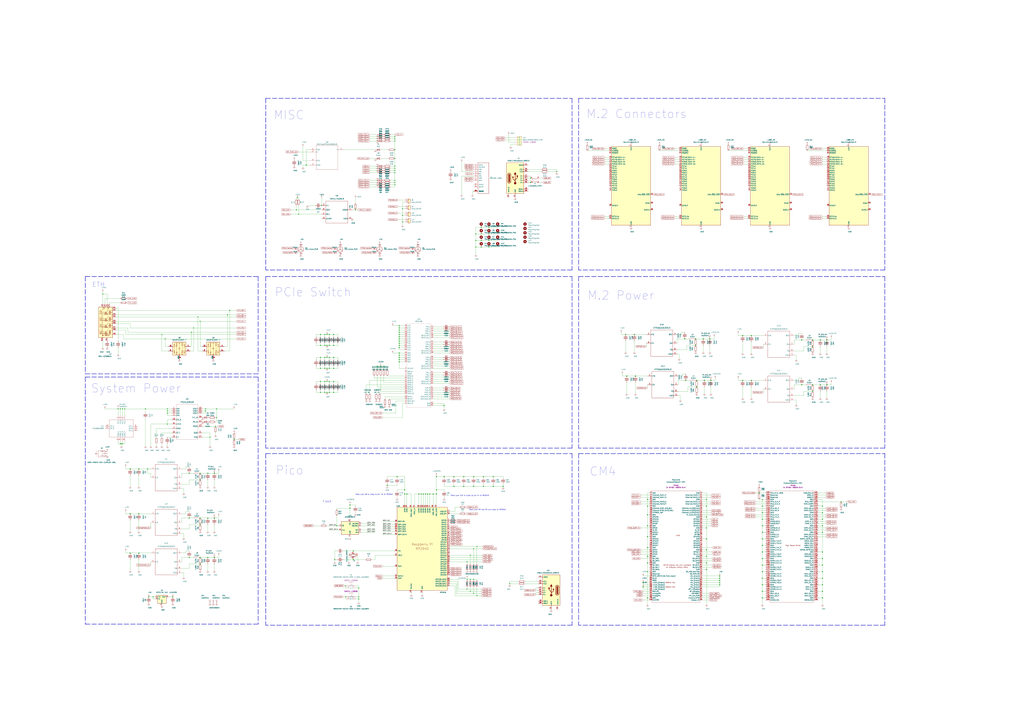
<source format=kicad_sch>
(kicad_sch (version 20211123) (generator eeschema)
  (paper "A0")
  (lib_symbols
    (symbol "+3.3VA_1" (power) (pin_names (offset 0))
      (property "Value" "+3.3V_M1" (at 1.27 5.08 0))
      (symbol "+3.3VA_1_1_1"
        (pin power_in line (at 0 0 90) (length 0) hide (name "+3.3V_M1") (number "1"))
      )
    )
    (symbol "+3.3VA_2" (power) (pin_names (offset 0))
      (property "Value" "+3.3VA_2" (at 1.27 5.08 0))
      (symbol "+3.3VA_2_1_1"
        (pin power_in line (at 0 0 90) (length 0) hide (name "+3.3V_M2") (number "1"))
      )
    )
    (symbol "+3.3VA_3" (power) (pin_names (offset 0))
      (property "Value" "+3.3VA_3" (at 1.27 5.08 0))
      (symbol "+3.3VA_3_1_1"
        (pin power_in line (at 0 0 90) (length 0) hide (name "+3.3V_M3") (number "1"))
      )
    )
    (symbol "+3.3VA_4" (power) (pin_names (offset 0))
      (property "Value" "+3.3VA_4" (at 1.27 5.08 0))
      (symbol "+3.3VA_4_1_1"
        (pin power_in line (at 0 0 90) (length 0) hide (name "+3.3V_M4") (number "1"))
      )
    )
    (symbol "+3.3VA_5" (power) (pin_names (offset 0))
      (property "Value" "+3.3VA_5" (at 0 5.08 0))
      (symbol "+3.3VA_5_1_1"
        (pin power_in line (at 0 0 90) (length 0) hide (name "+3.3VSTB") (number "1"))
      )
    )
    (symbol "2021-03-21_22-07-02:TMP117AIDRVR" (pin_names (offset 0.254))
      (property "Reference" "U" (at 0 2.54 0))
      (property "Value" "TMP117AIDRVR" (at 0 0 0))
      (symbol "TMP117AIDRVR_1_1"
        (pin open_collector line (at -17.78 -2.54 0) (length 5.08) (name "SCL") (number "1"))
        (pin power_in line (at 17.78 -7.62 180) (length 5.08) (name "GND") (number "2"))
        (pin open_collector line (at -17.78 -7.62 0) (length 5.08) (name "ALERT") (number "3"))
        (pin input line (at 17.78 2.54 180) (length 5.08) (name "ADD0") (number "4"))
        (pin power_in line (at -17.78 7.62 0) (length 5.08) (name "V+") (number "5"))
        (pin bidirectional line (at -17.78 2.54 0) (length 5.08) (name "SDA") (number "6"))
      )
    )
    (symbol "2021-08-04_03-35-14:XTPS563202DRLR" (pin_names (offset 0.254))
      (property "Reference" "U" (at 0 2.54 0))
      (property "Value" "XTPS563202DRLR" (at 0 0 0))
      (symbol "XTPS563202DRLR_1_1"
        (pin power_in line (at -17.78 10.16 0) (length 5.08) (name "VIN") (number "1"))
        (pin power_in line (at 17.78 0 180) (length 5.08) (name "SW") (number "2"))
        (pin power_in line (at 17.78 -12.7 180) (length 5.08) (name "GND") (number "3"))
        (pin unspecified line (at 17.78 10.16 180) (length 5.08) (name "BST") (number "4"))
        (pin input line (at -17.78 0 0) (length 5.08) (name "EN") (number "5"))
        (pin input line (at 17.78 -7.62 180) (length 5.08) (name "FB") (number "6"))
      )
    )
    (symbol "2021-08-22_03-24-15:SN74AUP1G125DRLR" (pin_names (offset 0.254))
      (property "Reference" "U" (at 20.32 10.16 0))
      (property "Value" "SN74AUP1G125DRLR" (at 20.32 7.62 0))
      (symbol "SN74AUP1G125DRLR_1_1"
        (pin input line (at 0 0 0) (length 7.62) (name "*OE") (number "1"))
        (pin input line (at 0 -2.54 0) (length 7.62) (name "A") (number "2"))
        (pin power_in line (at 0 -17.78 0) (length 7.62) (name "GND") (number "3"))
        (pin output line (at 40.64 0 180) (length 7.62) (name "Y") (number "4"))
        (pin power_in line (at 0 -12.7 0) (length 7.62) (name "VCC") (number "5"))
      )
    )
    (symbol "2021-10-10_18-17-51:TPS2420RSAR" (pin_names (offset 0.254))
      (property "Reference" "U" (at 0 2.54 0))
      (property "Value" "TPS2420RSAR" (at 0 0 0))
      (symbol "TPS2420RSAR_1_1"
        (pin power_in line (at -17.78 15.24 0) (length 5.08) (name "VIN") (number "1"))
        (pin power_in line (at 17.78 15.24 180) (length 5.08) (name "VOUT") (number "10"))
        (pin power_in line (at 17.78 12.7 180) (length 5.08) (name "VOUT") (number "11"))
        (pin power_in line (at 17.78 10.16 180) (length 5.08) (name "VOUT") (number "12"))
        (pin output line (at 17.78 -5.08 180) (length 5.08) (name "IMON") (number "13"))
        (pin output line (at 17.78 0 180) (length 5.08) (name "PG_N") (number "14"))
        (pin output line (at 17.78 5.08 180) (length 5.08) (name "FLT_N") (number "15"))
        (pin input line (at -17.78 2.54 0) (length 5.08) (name "EN_N") (number "16"))
        (pin unspecified line (at 17.78 -17.78 180) (length 5.08) (name "PAD") (number "17"))
        (pin power_in line (at -17.78 12.7 0) (length 5.08) (name "VIN") (number "2"))
        (pin power_in line (at -17.78 10.16 0) (length 5.08) (name "VIN") (number "3"))
        (pin power_in line (at -17.78 7.62 0) (length 5.08) (name "VIN") (number "4"))
        (pin power_in line (at 17.78 -12.7 180) (length 5.08) (name "GND") (number "5"))
        (pin input line (at -17.78 -2.54 0) (length 5.08) (name "LTCH") (number "6"))
        (pin input line (at -17.78 -7.62 0) (length 5.08) (name "IMAX") (number "7"))
        (pin input line (at -17.78 -12.7 0) (length 5.08) (name "IFLT") (number "8"))
        (pin unspecified line (at -17.78 -17.78 0) (length 5.08) (name "CT") (number "9"))
      )
    )
    (symbol "503182-1852:503182-1852" (pin_names (offset 1.016))
      (property "Reference" "J" (at 0 18.3388 0))
      (property "Value" "503182-1852" (at 0 -20.9042 0))
      (symbol "503182-1852_0_0"
        (pin bidirectional line (at -5.08 15.24 0) (length 5.08) (name "DATA2") (number "1"))
        (pin bidirectional line (at -5.08 12.7 0) (length 5.08) (name "CD/DAT3") (number "2"))
        (pin bidirectional line (at -5.08 10.16 0) (length 5.08) (name "CMD") (number "3"))
        (pin power_in line (at -5.08 7.62 0) (length 5.08) (name "VDD") (number "4"))
        (pin bidirectional clock (at -5.08 5.08 0) (length 5.08) (name "CLK") (number "5"))
        (pin power_in line (at -5.08 2.54 0) (length 5.08) (name "VSS") (number "6"))
        (pin bidirectional line (at -5.08 0 0) (length 5.08) (name "DAT0") (number "7"))
        (pin bidirectional line (at -5.08 -2.54 0) (length 5.08) (name "DAT1") (number "8"))
        (pin bidirectional line (at -5.08 -7.62 0) (length 5.08) (name "DETECT") (number "DT"))
        (pin passive line (at -5.08 -15.24 0) (length 5.08) (name "SHIELD") (number "P1"))
        (pin passive line (at -5.08 -15.24 0) (length 5.08) (name "SHIELD") (number "P2"))
        (pin passive line (at -5.08 -15.24 0) (length 5.08) (name "SHIELD") (number "P3"))
        (pin passive line (at -5.08 -15.24 0) (length 5.08) (name "SHIELD") (number "P4"))
        (pin passive line (at -5.08 -15.24 0) (length 5.08) (name "SHIELD") (number "P5"))
        (pin bidirectional line (at -5.08 -10.16 0) (length 5.08) (name "SWITCH") (number "SW"))
      )
    )
    (symbol "ASM1184:ASM1184"
      (property "Reference" "U12" (at 1.27 52.07 0))
      (property "Value" "ASM1184" (at 1.27 49.53 0))
      (symbol "ASM1184_1_1"
        (pin input line (at -15.24 -5.08 0) (length 2.54) (name "3V_AUX") (number "1"))
        (pin input line (at -15.24 12.7 0) (length 2.54) (name "3V3") (number "10"))
        (pin input line (at 17.78 43.18 180) (length 2.54) (name "TXP_1") (number "11"))
        (pin input line (at 17.78 40.64 180) (length 2.54) (name "TXN_1") (number "12"))
        (pin input line (at 17.78 38.1 180) (length 2.54) (name "RXP_1") (number "13"))
        (pin input line (at 17.78 35.56 180) (length 2.54) (name "RXN_1") (number "14"))
        (pin input line (at -15.24 41.91 0) (length 2.54) (name "1V2") (number "15"))
        (pin input line (at -15.24 -38.1 0) (length 2.54) (name "REXT1") (number "16"))
        (pin input line (at -15.24 39.37 0) (length 2.54) (name "1V2") (number "17"))
        (pin input line (at 17.78 33.02 180) (length 2.54) (name "REFCLKP_1") (number "18"))
        (pin input line (at 17.78 30.48 180) (length 2.54) (name "REFCLKN_1") (number "19"))
        (pin input line (at -15.24 -43.18 0) (length 2.54) (name "RES_OUT") (number "2"))
        (pin input line (at -15.24 36.83 0) (length 2.54) (name "1V2") (number "20"))
        (pin input line (at -15.24 7.62 0) (length 2.54) (name "3V3") (number "21"))
        (pin input line (at 17.78 25.4 180) (length 2.54) (name "TXP_2") (number "22"))
        (pin input line (at 17.78 22.86 180) (length 2.54) (name "TXN_2") (number "23"))
        (pin input line (at 17.78 20.32 180) (length 2.54) (name "RXP_2") (number "24"))
        (pin input line (at 17.78 17.78 180) (length 2.54) (name "RXN_2") (number "25"))
        (pin input line (at -15.24 31.75 0) (length 2.54) (name "1V2") (number "26"))
        (pin input line (at 17.78 15.24 180) (length 2.54) (name "REFCLKP_2") (number "27"))
        (pin input line (at 17.78 12.7 180) (length 2.54) (name "REFCLKN_2") (number "28"))
        (pin input line (at -15.24 34.29 0) (length 2.54) (name "1V2") (number "29"))
        (pin input line (at -15.24 -45.72 0) (length 2.54) (name "RES_IN") (number "3"))
        (pin input line (at -15.24 -26.67 0) (length 2.54) (name "GPIO_5") (number "30"))
        (pin input line (at -15.24 -16.51 0) (length 2.54) (name "GPIO_1") (number "31"))
        (pin input line (at -15.24 10.16 0) (length 2.54) (name "3V3") (number "32"))
        (pin input line (at -15.24 -34.29 0) (length 2.54) (name "TEST_EN") (number "33"))
        (pin input line (at -15.24 -21.59 0) (length 2.54) (name "GPIO_3") (number "34"))
        (pin input line (at -15.24 -29.21 0) (length 2.54) (name "GPIO_6") (number "35"))
        (pin input line (at -15.24 -31.75 0) (length 2.54) (name "GPIO_7") (number "36"))
        (pin input line (at -15.24 29.21 0) (length 2.54) (name "1V2") (number "37"))
        (pin input line (at -15.24 5.08 0) (length 2.54) (name "3V3") (number "38"))
        (pin input line (at 17.78 7.62 180) (length 2.54) (name "TXP_3") (number "39"))
        (pin input line (at -15.24 -13.97 0) (length 2.54) (name "GPIO_0") (number "4"))
        (pin input line (at 17.78 5.08 180) (length 2.54) (name "TXN_3") (number "40"))
        (pin input line (at 17.78 2.54 180) (length 2.54) (name "RXP_3") (number "41"))
        (pin input line (at 17.78 0 180) (length 2.54) (name "RXN_3") (number "42"))
        (pin input line (at -15.24 26.67 0) (length 2.54) (name "1V2") (number "43"))
        (pin input line (at 17.78 -2.54 180) (length 2.54) (name "REFCLKP_3") (number "44"))
        (pin input line (at 17.78 -5.08 180) (length 2.54) (name "REFCLKN_3") (number "45"))
        (pin input line (at 17.78 -38.1 180) (length 2.54) (name "REFCLKP_IN") (number "46"))
        (pin input line (at 17.78 -40.64 180) (length 2.54) (name "REFCLKN_IN") (number "47"))
        (pin input line (at -15.24 24.13 0) (length 2.54) (name "1V2") (number "48"))
        (pin input line (at -15.24 -40.64 0) (length 2.54) (name "REXT2") (number "49"))
        (pin input line (at -15.24 -19.05 0) (length 2.54) (name "GPIO_2") (number "5"))
        (pin input line (at -15.24 19.05 0) (length 2.54) (name "1V2") (number "50"))
        (pin input line (at 17.78 -33.02 180) (length 2.54) (name "RXP_IN") (number "51"))
        (pin input line (at 17.78 -35.56 180) (length 2.54) (name "RXN_IN") (number "52"))
        (pin input line (at 17.78 -45.72 180) (length 2.54) (name "GND") (number "53"))
        (pin input line (at 17.78 -27.94 180) (length 2.54) (name "TXP_IN") (number "54"))
        (pin input line (at 17.78 -30.48 180) (length 2.54) (name "TXN_IN") (number "55"))
        (pin input line (at -15.24 2.54 0) (length 2.54) (name "3V3") (number "56"))
        (pin input line (at 17.78 -10.16 180) (length 2.54) (name "TXP_4") (number "57"))
        (pin input line (at 17.78 -12.7 180) (length 2.54) (name "TXN_4") (number "58"))
        (pin input line (at 17.78 -15.24 180) (length 2.54) (name "RXP_4") (number "59"))
        (pin input line (at -15.24 -8.89 0) (length 2.54) (name "MSCLK") (number "6"))
        (pin input line (at 17.78 -17.78 180) (length 2.54) (name "RXN_4") (number "60"))
        (pin input line (at -15.24 21.59 0) (length 2.54) (name "1V2") (number "61"))
        (pin input line (at 17.78 -20.32 180) (length 2.54) (name "REFCLKP_4") (number "62"))
        (pin input line (at 17.78 -22.86 180) (length 2.54) (name "REFCLKN_4") (number "63"))
        (pin input line (at -15.24 16.51 0) (length 2.54) (name "1V2") (number "64"))
        (pin input line (at 17.78 -48.26 180) (length 2.54) (name "GND") (number "65"))
        (pin input line (at -15.24 -11.43 0) (length 2.54) (name "MSDA") (number "7"))
        (pin input line (at -15.24 -24.13 0) (length 2.54) (name "GPIO_4") (number "8"))
        (pin input line (at -15.24 44.45 0) (length 2.54) (name "1V2") (number "9"))
      )
    )
    (symbol "Connector:Bus_M.2_Socket_M"
      (property "Reference" "J" (at -22.86 46.99 0))
      (property "Value" "Bus_M.2_Socket_M" (at 16.51 46.99 0))
      (symbol "Bus_M.2_Socket_M_1_1"
        (pin power_in line (at 0 -48.26 90) (length 2.54) (name "GND") (number "1"))
        (pin bidirectional line (at 25.4 -10.16 180) (length 2.54) (name "DAS/~{DSS}/~{LED1}") (number "10"))
        (pin output line (at -25.4 0 0) (length 2.54) (name "PETn3") (number "11"))
        (pin passive line (at 0 48.26 270) (length 2.54) hide (name "3.3V") (number "12"))
        (pin output line (at -25.4 2.54 0) (length 2.54) (name "PETp3") (number "13"))
        (pin passive line (at 0 48.26 270) (length 2.54) hide (name "3.3V") (number "14"))
        (pin passive line (at 0 -48.26 90) (length 2.54) hide (name "GND") (number "15"))
        (pin passive line (at 0 48.26 270) (length 2.54) hide (name "3.3V") (number "16"))
        (pin input line (at -25.4 5.08 0) (length 2.54) (name "PERn2") (number "17"))
        (pin passive line (at 0 48.26 270) (length 2.54) hide (name "3.3V") (number "18"))
        (pin input line (at -25.4 7.62 0) (length 2.54) (name "PERp2") (number "19"))
        (pin power_in line (at 0 48.26 270) (length 2.54) (name "3.3V") (number "2"))
        (pin no_connect line (at 22.86 2.54 180) (length 2.54) hide (name "NC") (number "20"))
        (pin passive line (at 0 -48.26 90) (length 2.54) hide (name "GND") (number "21"))
        (pin no_connect line (at 22.86 5.08 180) (length 2.54) hide (name "NC") (number "22"))
        (pin output line (at -25.4 10.16 0) (length 2.54) (name "PETn2") (number "23"))
        (pin no_connect line (at 22.86 7.62 180) (length 2.54) hide (name "NC") (number "24"))
        (pin output line (at -25.4 12.7 0) (length 2.54) (name "PETp2") (number "25"))
        (pin no_connect line (at 22.86 10.16 180) (length 2.54) hide (name "NC") (number "26"))
        (pin passive line (at 0 -48.26 90) (length 2.54) hide (name "GND") (number "27"))
        (pin no_connect line (at 22.86 12.7 180) (length 2.54) hide (name "NC") (number "28"))
        (pin input line (at -25.4 15.24 0) (length 2.54) (name "PERn1") (number "29"))
        (pin passive line (at 0 -48.26 90) (length 2.54) hide (name "GND") (number "3"))
        (pin no_connect line (at 22.86 15.24 180) (length 2.54) hide (name "NC") (number "30"))
        (pin input line (at -25.4 17.78 0) (length 2.54) (name "PERp1") (number "31"))
        (pin no_connect line (at 22.86 17.78 180) (length 2.54) hide (name "NC") (number "32"))
        (pin passive line (at 0 -48.26 90) (length 2.54) hide (name "GND") (number "33"))
        (pin no_connect line (at 22.86 20.32 180) (length 2.54) hide (name "NC") (number "34"))
        (pin output line (at -25.4 20.32 0) (length 2.54) (name "PETn1") (number "35"))
        (pin no_connect line (at 22.86 22.86 180) (length 2.54) hide (name "NC") (number "36"))
        (pin output line (at -25.4 22.86 0) (length 2.54) (name "PETp1") (number "37"))
        (pin output line (at -25.4 -22.86 0) (length 2.54) (name "DEVSLP") (number "38"))
        (pin passive line (at 0 -48.26 90) (length 2.54) hide (name "GND") (number "39"))
        (pin passive line (at 0 48.26 270) (length 2.54) hide (name "3.3V") (number "4"))
        (pin no_connect line (at 22.86 25.4 180) (length 2.54) hide (name "NC") (number "40"))
        (pin input line (at -25.4 25.4 0) (length 2.54) (name "PERn0/SATA-B+") (number "41"))
        (pin no_connect line (at 22.86 27.94 180) (length 2.54) hide (name "NC") (number "42"))
        (pin input line (at -25.4 27.94 0) (length 2.54) (name "PERp0/SATA-B-") (number "43"))
        (pin no_connect line (at 22.86 30.48 180) (length 2.54) hide (name "NC") (number "44"))
        (pin passive line (at 0 -48.26 90) (length 2.54) hide (name "GND") (number "45"))
        (pin no_connect line (at 22.86 33.02 180) (length 2.54) hide (name "NC") (number "46"))
        (pin output line (at -25.4 30.48 0) (length 2.54) (name "PETn0/SATA-A-") (number "47"))
        (pin no_connect line (at 22.86 35.56 180) (length 2.54) hide (name "NC") (number "48"))
        (pin output line (at -25.4 33.02 0) (length 2.54) (name "PETp0/SATA-A+") (number "49"))
        (pin input line (at -25.4 -5.08 0) (length 2.54) (name "PERn3") (number "5"))
        (pin output line (at -25.4 43.18 0) (length 2.54) (name "~{PERST}") (number "50"))
        (pin passive line (at 0 -48.26 90) (length 2.54) hide (name "GND") (number "51"))
        (pin bidirectional line (at -25.4 40.64 0) (length 2.54) (name "~{CLKREQ}") (number "52"))
        (pin output line (at -25.4 -38.1 0) (length 2.54) (name "REFCLKn") (number "53"))
        (pin bidirectional line (at -25.4 38.1 0) (length 2.54) (name "~{PEWAKE}") (number "54"))
        (pin output line (at -25.4 -35.56 0) (length 2.54) (name "REFCLKp") (number "55"))
        (pin no_connect line (at 22.86 38.1 180) (length 2.54) hide (name "NC") (number "56"))
        (pin passive line (at 0 -48.26 90) (length 2.54) hide (name "GND") (number "57"))
        (pin no_connect line (at 22.86 40.64 180) (length 2.54) hide (name "NC") (number "58"))
        (pin no_connect line (at 22.86 -2.54 180) (length 2.54) hide (name "NC") (number "6"))
        (pin no_connect line (at 22.86 -5.08 180) (length 2.54) hide (name "NC") (number "67"))
        (pin output line (at 25.4 -27.94 180) (length 2.54) (name "SUSCLK") (number "68"))
        (pin passive line (at 25.4 -20.32 180) (length 2.54) (name "PEDET") (number "69"))
        (pin input line (at -25.4 -2.54 0) (length 2.54) (name "PERp3") (number "7"))
        (pin passive line (at 0 48.26 270) (length 2.54) hide (name "3.3V") (number "70"))
        (pin passive line (at 0 -48.26 90) (length 2.54) hide (name "GND") (number "71"))
        (pin passive line (at 0 48.26 270) (length 2.54) hide (name "3.3V") (number "72"))
        (pin passive line (at 0 -48.26 90) (length 2.54) hide (name "GND") (number "73"))
        (pin passive line (at 0 48.26 270) (length 2.54) hide (name "3.3V") (number "74"))
        (pin passive line (at 0 -48.26 90) (length 2.54) hide (name "GND") (number "75"))
        (pin no_connect line (at 22.86 0 180) (length 2.54) hide (name "NC") (number "8"))
        (pin passive line (at 0 -48.26 90) (length 2.54) hide (name "GND") (number "9"))
      )
    )
    (symbol "Connector:RB1-125B8G1A" (pin_names hide)
      (property "Reference" "J" (at -7.62 20.32 0))
      (property "Value" "RB1-125B8G1A" (at 15.24 20.32 0))
      (symbol "RB1-125B8G1A_0_0"
        (text "1000pF 2kV" (at 2.54 -13.716 0) (effects (font (size 0.635 0.635))))
        (text "75" (at 0.762 -11.938 0) (effects (font (size 0.635 0.635))))
        (text "75" (at 0.762 -4.318 0) (effects (font (size 0.635 0.635))))
        (text "75" (at 0.762 3.302 0) (effects (font (size 0.635 0.635))))
        (text "75" (at 0.762 10.922 0) (effects (font (size 0.635 0.635))))
        (text "C1" (at -5.08 13.97 0) (effects (font (size 1.27 1.27))))
        (text "C2" (at -5.08 11.684 0) (effects (font (size 1.27 1.27))))
        (text "C3" (at -5.08 6.096 0) (effects (font (size 1.27 1.27))))
        (text "C4" (at -5.08 -1.524 0) (effects (font (size 1.27 1.27))))
        (text "C5" (at -5.08 -3.556 0) (effects (font (size 1.27 1.27))))
        (text "C6" (at -5.08 4.064 0) (effects (font (size 1.27 1.27))))
        (text "C7" (at -5.08 -9.144 0) (effects (font (size 1.27 1.27))))
        (text "C8" (at -5.08 -11.176 0) (effects (font (size 1.27 1.27))))
        (text "G" (at -2.54 16.51 0) (effects (font (size 1.27 1.27))))
        (text "Y" (at 2.54 16.51 0) (effects (font (size 1.27 1.27))))
      )
      (symbol "RB1-125B8G1A_0_1"
        (pin power_in line (at -2.54 -20.32 90) (length 3.81) (name "GND") (number "R10"))
      )
      (symbol "RB1-125B8G1A_1_1"
        (pin passive line (at 2.54 22.86 270) (length 3.81) (name "~") (number "L1"))
        (pin passive line (at 5.08 22.86 270) (length 3.81) (name "~") (number "L2"))
        (pin passive line (at -2.54 22.86 270) (length 3.81) (name "~") (number "L3"))
        (pin passive line (at 0 22.86 270) (length 3.81) (name "~") (number "L4"))
        (pin passive line (at 12.7 17.78 180) (length 3.81) (name "CT") (number "R1"))
        (pin passive line (at 12.7 15.24 180) (length 3.81) (name "TD1+") (number "R2"))
        (pin passive line (at 12.7 10.16 180) (length 3.81) (name "TD1-") (number "R3"))
        (pin passive line (at 12.7 7.62 180) (length 3.81) (name "TD2+") (number "R4"))
        (pin passive line (at 12.7 2.54 180) (length 3.81) (name "TD2-") (number "R5"))
        (pin passive line (at 12.7 0 180) (length 3.81) (name "TD3+") (number "R6"))
        (pin passive line (at 12.7 -5.08 180) (length 3.81) (name "TD3-") (number "R7"))
        (pin passive line (at 12.7 -7.62 180) (length 3.81) (name "TD4+") (number "R8"))
        (pin passive line (at 12.7 -12.7 180) (length 3.81) (name "TD4-") (number "R9"))
        (pin passive line (at 2.54 -20.32 90) (length 3.81) (name "SH") (number "SH"))
      )
    )
    (symbol "Connector:TestPoint" (pin_numbers hide) (pin_names (offset 0.762) hide)
      (property "Reference" "TP" (at 0 6.858 0))
      (property "Value" "TestPoint" (at 0 5.08 0))
      (symbol "TestPoint_1_1"
        (pin passive line (at 0 0 90) (length 2.54) (name "1") (number "1"))
      )
    )
    (symbol "Connector:USB_C_Receptacle_USB2.0" (pin_names (offset 1.016))
      (property "Reference" "J" (at -10.16 19.05 0))
      (property "Value" "USB_C_Receptacle_USB2.0" (at 19.05 19.05 0))
      (symbol "USB_C_Receptacle_USB2.0_1_1"
        (pin passive line (at 0 -22.86 90) (length 5.08) (name "GND") (number "A1"))
        (pin passive line (at 0 -22.86 90) (length 5.08) hide (name "GND") (number "A12"))
        (pin passive line (at 15.24 15.24 180) (length 5.08) (name "VBUS") (number "A4"))
        (pin bidirectional line (at 15.24 10.16 180) (length 5.08) (name "CC1") (number "A5"))
        (pin bidirectional line (at 15.24 -2.54 180) (length 5.08) (name "D+") (number "A6"))
        (pin bidirectional line (at 15.24 2.54 180) (length 5.08) (name "D-") (number "A7"))
        (pin bidirectional line (at 15.24 -12.7 180) (length 5.08) (name "SBU1") (number "A8"))
        (pin passive line (at 15.24 15.24 180) (length 5.08) hide (name "VBUS") (number "A9"))
        (pin passive line (at 0 -22.86 90) (length 5.08) hide (name "GND") (number "B1"))
        (pin passive line (at 0 -22.86 90) (length 5.08) hide (name "GND") (number "B12"))
        (pin passive line (at 15.24 15.24 180) (length 5.08) hide (name "VBUS") (number "B4"))
        (pin bidirectional line (at 15.24 7.62 180) (length 5.08) (name "CC2") (number "B5"))
        (pin bidirectional line (at 15.24 -5.08 180) (length 5.08) (name "D+") (number "B6"))
        (pin bidirectional line (at 15.24 0 180) (length 5.08) (name "D-") (number "B7"))
        (pin bidirectional line (at 15.24 -15.24 180) (length 5.08) (name "SBU2") (number "B8"))
        (pin passive line (at 15.24 15.24 180) (length 5.08) hide (name "VBUS") (number "B9"))
        (pin passive line (at -7.62 -22.86 90) (length 5.08) (name "SHIELD") (number "S1"))
      )
    )
    (symbol "Connector_Generic:Conn_01x02" (pin_names (offset 1.016) hide)
      (property "Reference" "J" (at 0 2.54 0))
      (property "Value" "Conn_01x02" (at 0 -5.08 0))
      (symbol "Conn_01x02_1_1"
        (pin passive line (at -5.08 0 0) (length 3.81) (name "Pin_1") (number "1"))
        (pin passive line (at -5.08 -2.54 0) (length 3.81) (name "Pin_2") (number "2"))
      )
    )
    (symbol "Device:C" (pin_numbers hide) (pin_names (offset 0.254))
      (property "Reference" "C" (at 0.635 2.54 0))
      (property "Value" "C" (at 0.635 -2.54 0))
      (symbol "C_1_1"
        (pin passive line (at 0 3.81 270) (length 2.794) (name "~") (number "1"))
        (pin passive line (at 0 -3.81 90) (length 2.794) (name "~") (number "2"))
      )
    )
    (symbol "Device:Crystal_GND24" (pin_names (offset 1.016) hide)
      (property "Reference" "Y" (at 3.175 5.08 0))
      (property "Value" "Crystal_GND24" (at 3.175 3.175 0))
      (symbol "Crystal_GND24_1_1"
        (pin passive line (at -3.81 0 0) (length 1.27) (name "1") (number "1"))
        (pin passive line (at 0 5.08 270) (length 1.27) (name "2") (number "2"))
        (pin passive line (at 3.81 0 180) (length 1.27) (name "3") (number "3"))
        (pin passive line (at 0 -5.08 90) (length 1.27) (name "4") (number "4"))
      )
    )
    (symbol "Device:L" (pin_numbers hide) (pin_names (offset 1.016) hide)
      (property "Reference" "L" (at -1.27 0 90))
      (property "Value" "L" (at 1.905 0 90))
      (symbol "L_1_1"
        (pin passive line (at 0 3.81 270) (length 1.27) (name "1") (number "1"))
        (pin passive line (at 0 -3.81 90) (length 1.27) (name "2") (number "2"))
      )
    )
    (symbol "Device:LED" (pin_numbers hide) (pin_names (offset 1.016) hide)
      (property "Reference" "D" (at 0 2.54 0))
      (property "Value" "LED" (at 0 -2.54 0))
      (symbol "LED_1_1"
        (pin passive line (at -3.81 0 0) (length 2.54) (name "K") (number "1"))
        (pin passive line (at 3.81 0 180) (length 2.54) (name "A") (number "2"))
      )
    )
    (symbol "Device:L_Coupled_1243" (pin_names (offset 0.254) hide)
      (property "Reference" "L" (at 0 4.445 0))
      (property "Value" "L_Coupled_1243" (at 0 -4.445 0))
      (symbol "L_Coupled_1243_1_1"
        (pin passive line (at -5.08 2.54 0) (length 2.54) (name "1") (number "1"))
        (pin passive line (at 5.08 2.54 180) (length 2.54) (name "2") (number "2"))
        (pin passive line (at 5.08 -2.54 180) (length 2.54) (name "3") (number "3"))
        (pin passive line (at -5.08 -2.54 0) (length 2.54) (name "4") (number "4"))
      )
    )
    (symbol "Device:R" (pin_numbers hide) (pin_names (offset 0))
      (property "Reference" "R" (at 2.032 0 90))
      (property "Value" "R" (at 0 0 90))
      (symbol "R_1_1"
        (pin passive line (at 0 3.81 270) (length 1.27) (name "~") (number "1"))
        (pin passive line (at 0 -3.81 90) (length 1.27) (name "~") (number "2"))
      )
    )
    (symbol "MCU_RaspberryPi_RP2040:RP2040" (pin_names (offset 1.016))
      (property "Reference" "U" (at -29.21 49.53 0))
      (property "Value" "RP2040" (at 24.13 -49.53 0))
      (symbol "RP2040_0_0"
        (text "Raspberry Pi" (at 0 5.08 0) (effects (font (size 2.54 2.54))))
        (text "RP2040" (at 0 0 0) (effects (font (size 2.54 2.54))))
      )
      (symbol "RP2040_1_1"
        (pin power_in line (at 8.89 50.8 270) (length 2.54) (name "IOVDD") (number "1"))
        (pin power_in line (at 6.35 50.8 270) (length 2.54) (name "IOVDD") (number "10"))
        (pin bidirectional line (at 31.75 12.7 180) (length 2.54) (name "GPIO8") (number "11"))
        (pin bidirectional line (at 31.75 10.16 180) (length 2.54) (name "GPIO9") (number "12"))
        (pin bidirectional line (at 31.75 7.62 180) (length 2.54) (name "GPIO10") (number "13"))
        (pin bidirectional line (at 31.75 5.08 180) (length 2.54) (name "GPIO11") (number "14"))
        (pin bidirectional line (at 31.75 2.54 180) (length 2.54) (name "GPIO12") (number "15"))
        (pin bidirectional line (at 31.75 0 180) (length 2.54) (name "GPIO13") (number "16"))
        (pin bidirectional line (at 31.75 -2.54 180) (length 2.54) (name "GPIO14") (number "17"))
        (pin bidirectional line (at 31.75 -5.08 180) (length 2.54) (name "GPIO15") (number "18"))
        (pin passive line (at -12.7 -50.8 90) (length 2.54) (name "TESTEN") (number "19"))
        (pin bidirectional line (at 31.75 33.02 180) (length 2.54) (name "GPIO0") (number "2"))
        (pin input line (at -31.75 -2.54 0) (length 2.54) (name "XIN") (number "20"))
        (pin passive line (at -31.75 -7.62 0) (length 2.54) (name "XOUT") (number "21"))
        (pin power_in line (at 3.81 50.8 270) (length 2.54) (name "IOVDD") (number "22"))
        (pin power_in line (at -17.78 50.8 270) (length 2.54) (name "DVDD") (number "23"))
        (pin output line (at -31.75 -31.75 0) (length 2.54) (name "SWCLK") (number "24"))
        (pin bidirectional line (at -31.75 -34.29 0) (length 2.54) (name "SWD") (number "25"))
        (pin input line (at -31.75 -20.32 0) (length 2.54) (name "RUN") (number "26"))
        (pin bidirectional line (at 31.75 -7.62 180) (length 2.54) (name "GPIO16") (number "27"))
        (pin bidirectional line (at 31.75 -10.16 180) (length 2.54) (name "GPIO17") (number "28"))
        (pin bidirectional line (at 31.75 -12.7 180) (length 2.54) (name "GPIO18") (number "29"))
        (pin bidirectional line (at 31.75 30.48 180) (length 2.54) (name "GPIO1") (number "3"))
        (pin bidirectional line (at 31.75 -15.24 180) (length 2.54) (name "GPIO19") (number "30"))
        (pin bidirectional line (at 31.75 -17.78 180) (length 2.54) (name "GPIO20") (number "31"))
        (pin bidirectional line (at 31.75 -20.32 180) (length 2.54) (name "GPIO21") (number "32"))
        (pin power_in line (at 1.27 50.8 270) (length 2.54) (name "IOVDD") (number "33"))
        (pin bidirectional line (at 31.75 -22.86 180) (length 2.54) (name "GPIO22") (number "34"))
        (pin bidirectional line (at 31.75 -25.4 180) (length 2.54) (name "GPIO23") (number "35"))
        (pin bidirectional line (at 31.75 -27.94 180) (length 2.54) (name "GPIO24") (number "36"))
        (pin bidirectional line (at 31.75 -30.48 180) (length 2.54) (name "GPIO25") (number "37"))
        (pin bidirectional line (at 31.75 -35.56 180) (length 2.54) (name "GPIO26_ADC0") (number "38"))
        (pin bidirectional line (at 31.75 -38.1 180) (length 2.54) (name "GPIO27_ADC1") (number "39"))
        (pin bidirectional line (at 31.75 27.94 180) (length 2.54) (name "GPIO2") (number "4"))
        (pin bidirectional line (at 31.75 -40.64 180) (length 2.54) (name "GPIO28_ADC2") (number "40"))
        (pin bidirectional line (at 31.75 -43.18 180) (length 2.54) (name "GPIO29_ADC3") (number "41"))
        (pin power_in line (at -1.27 50.8 270) (length 2.54) (name "IOVDD") (number "42"))
        (pin power_in line (at 16.51 50.8 270) (length 2.54) (name "ADC_AVDD") (number "43"))
        (pin power_in line (at -8.89 50.8 270) (length 2.54) (name "VREG_IN") (number "44"))
        (pin power_out line (at -12.7 50.8 270) (length 2.54) (name "VREG_VOUT") (number "45"))
        (pin bidirectional line (at 31.75 40.64 180) (length 2.54) (name "USB_DM") (number "46"))
        (pin bidirectional line (at 31.75 43.18 180) (length 2.54) (name "USB_DP") (number "47"))
        (pin power_in line (at 12.7 50.8 270) (length 2.54) (name "USB_VDD") (number "48"))
        (pin power_in line (at -3.81 50.8 270) (length 2.54) (name "IOVDD") (number "49"))
        (pin bidirectional line (at 31.75 25.4 180) (length 2.54) (name "GPIO3") (number "5"))
        (pin power_in line (at -20.32 50.8 270) (length 2.54) (name "DVDD") (number "50"))
        (pin bidirectional line (at -31.75 20.32 0) (length 2.54) (name "QSPI_SD3") (number "51"))
        (pin output line (at -31.75 16.51 0) (length 2.54) (name "QSPI_SCLK") (number "52"))
        (pin bidirectional line (at -31.75 27.94 0) (length 2.54) (name "QSPI_SD0") (number "53"))
        (pin bidirectional line (at -31.75 22.86 0) (length 2.54) (name "QSPI_SD2") (number "54"))
        (pin bidirectional line (at -31.75 25.4 0) (length 2.54) (name "QSPI_SD1") (number "55"))
        (pin bidirectional line (at -31.75 31.75 0) (length 2.54) (name "QSPI_SS") (number "56"))
        (pin power_in line (at 0 -50.8 90) (length 2.54) (name "GND") (number "57"))
        (pin bidirectional line (at 31.75 22.86 180) (length 2.54) (name "GPIO4") (number "6"))
        (pin bidirectional line (at 31.75 20.32 180) (length 2.54) (name "GPIO5") (number "7"))
        (pin bidirectional line (at 31.75 17.78 180) (length 2.54) (name "GPIO6") (number "8"))
        (pin bidirectional line (at 31.75 15.24 180) (length 2.54) (name "GPIO7") (number "9"))
      )
    )
    (symbol "Mechanical:MountingHole" (pin_names (offset 1.016))
      (property "Reference" "H" (at 0 5.08 0))
      (property "Value" "MountingHole" (at 0 3.175 0))
    )
    (symbol "Mechanical:MountingHole_Pad" (pin_numbers hide) (pin_names (offset 1.016) hide)
      (property "Reference" "H" (at 0 6.35 0))
      (property "Value" "MountingHole_Pad" (at 0 4.445 0))
      (symbol "MountingHole_Pad_1_1"
        (pin input line (at 0 -2.54 90) (length 2.54) (name "1") (number "1"))
      )
    )
    (symbol "Memory_Flash:W25Q128JVS"
      (property "Reference" "U" (at -8.89 8.89 0))
      (property "Value" "W25Q128JVS" (at 7.62 8.89 0))
      (symbol "W25Q128JVS_1_1"
        (pin input line (at -12.7 2.54 0) (length 2.54) (name "~{CS}") (number "1"))
        (pin bidirectional line (at 12.7 2.54 180) (length 2.54) (name "DO(IO1)") (number "2"))
        (pin bidirectional line (at 12.7 -2.54 180) (length 2.54) (name "IO2") (number "3"))
        (pin power_in line (at 0 -10.16 90) (length 2.54) (name "GND") (number "4"))
        (pin bidirectional line (at 12.7 5.08 180) (length 2.54) (name "DI(IO0)") (number "5"))
        (pin input line (at -12.7 -2.54 0) (length 2.54) (name "CLK") (number "6"))
        (pin bidirectional line (at 12.7 -5.08 180) (length 2.54) (name "IO3") (number "7"))
        (pin power_in line (at 0 10.16 270) (length 2.54) (name "VCC") (number "8"))
      )
    )
    (symbol "Motor:Fan_Tacho_PWM" (pin_names (offset 0))
      (property "Reference" "M" (at 2.54 5.08 0))
      (property "Value" "Fan_Tacho_PWM" (at 2.54 -2.54 0))
      (symbol "Fan_Tacho_PWM_1_1"
        (pin passive line (at 0 -5.08 90) (length 2.54) (name "-") (number "1"))
        (pin passive line (at 0 7.62 270) (length 2.54) (name "+") (number "2"))
        (pin passive line (at -7.62 2.54 0) (length 2.54) (name "Tacho") (number "3"))
        (pin input line (at -7.62 -2.54 0) (length 2.54) (name "PWM") (number "4"))
      )
    )
    (symbol "OPL_Connector:CONN-POWER-JACK-2.1MM_DC-005_" (pin_numbers hide) (pin_names (offset 1.016) hide)
      (property "Reference" "J" (at -5.08 5.08 0))
      (property "Value" "CONN-POWER-JACK-2.1MM_DC-005_" (at 1.27 5.08 0))
      (symbol "CONN-POWER-JACK-2.1MM_DC-005__1_0"
        (text "+" (at -5.8674 2.413 0) (effects (font (size 1.016 1.016))))
        (text "-" (at -5.8674 -2.667 0) (effects (font (size 1.016 1.016))))
        (text "CDN" (at -6.4516 -0.1016 0) (effects (font (size 0.8128 0.8128))))
      )
      (symbol "CONN-POWER-JACK-2.1MM_DC-005__1_1"
        (pin bidirectional line (at 6.35 2.54 180) (length 2.54) (name "+") (number "1"))
        (pin bidirectional line (at 6.35 -2.54 180) (length 2.54) (name "-") (number "2"))
        (pin bidirectional line (at 6.35 0 180) (length 2.54) (name "CDN") (number "3"))
      )
    )
    (symbol "Power_Protection:D3V3XA4B10LP_2" (pin_names (offset 0))
      (property "Reference" "U" (at -0.635 8.89 0))
      (property "Value" "D3V3XA4B10LP" (at 8.89 -10.16 0))
      (symbol "D3V3XA4B10LP_2_1_1"
        (pin passive line (at -12.7 2.54 0) (length 5.08) (name "~") (number "1"))
        (pin no_connect line (at -5.08 7.62 0) (length 5.08) hide (name "NC") (number "10"))
        (pin passive line (at -12.7 2.54 0) (length 5.08) (name "~") (number "10"))
        (pin passive line (at -12.7 -2.54 0) (length 5.08) (name "~") (number "2"))
        (pin power_in line (at 0 -12.7 90) (length 5.08) (name "VSS") (number "3"))
        (pin passive line (at 12.7 2.54 180) (length 5.08) (name "~") (number "4"))
        (pin passive line (at 12.7 -2.54 180) (length 5.08) (name "~") (number "5"))
        (pin no_connect line (at 5.08 -7.62 180) (length 5.08) hide (name "NC") (number "6"))
        (pin passive line (at 12.7 -2.54 180) (length 5.08) (name "~") (number "6"))
        (pin no_connect line (at 5.08 7.62 180) (length 5.08) hide (name "NC") (number "7"))
        (pin passive line (at 12.7 2.54 180) (length 5.08) (name "~") (number "7"))
        (pin passive line (at 0 -12.7 90) (length 5.08) hide (name "VSS") (number "8"))
        (pin power_in line (at 0 -12.7 90) (length 5.08) (name "VSS") (number "8"))
        (pin no_connect line (at -5.08 -7.62 0) (length 5.08) hide (name "NC") (number "9"))
        (pin passive line (at -12.7 -2.54 0) (length 5.08) (name "~") (number "9"))
      )
    )
    (symbol "RPI:ComputeModule4-CM4"
      (property "Reference" "Module" (at 113.03 -68.58 0))
      (property "Value" "ComputeModule4-CM4" (at 140.97 2.54 0))
      (property "Field4" "Hirose" (at 0 0 0))
      (property "Field5" "2x DF40C-100DS-0.4V" (at 0 -2.54 0))
      (symbol "ComputeModule4-CM4_1_0"
        (text "GPIO" (at 0 6.35 0) (effects (font (size 1.27 1.27))))
      )
      (symbol "ComputeModule4-CM4_1_1"
        (text "600mA Max" (at -8.89 -53.34 0) (effects (font (size 1.27 1.27))))
        (text "600mA Max" (at -8.89 -48.26 0) (effects (font (size 1.27 1.27))))
        (text "NB SD signals are only available" (at -1.27 -27.94 0) (effects (font (size 1.27 1.27))))
        (text "on modules without eMMC" (at -1.27 -30.48 0) (effects (font (size 1.27 1.27))))
        (pin power_in line (at 27.94 55.88 180) (length 2.54) (name "GND") (number "1"))
        (pin passive line (at -33.02 45.72 0) (length 2.54) (name "Ethernet_Pair0_N") (number "10"))
        (pin output line (at -33.02 -68.58 0) (length 2.54) (name "nEXTRST") (number "100"))
        (pin passive line (at 27.94 43.18 180) (length 2.54) (name "Ethernet_Pair2_P") (number "11"))
        (pin passive line (at -33.02 43.18 0) (length 2.54) (name "Ethernet_Pair0_P") (number "12"))
        (pin power_in line (at 27.94 40.64 180) (length 2.54) (name "GND") (number "13"))
        (pin power_in line (at -33.02 40.64 0) (length 2.54) (name "GND") (number "14"))
        (pin output line (at 27.94 38.1 180) (length 2.54) (name "Ethernet_nLED3(3.3v)") (number "15"))
        (pin input line (at -33.02 38.1 0) (length 2.54) (name "Ethernet_SYNC_IN(1.8v)") (number "16"))
        (pin output line (at 27.94 35.56 180) (length 2.54) (name "Ethernet_nLED2(3.3v)") (number "17"))
        (pin input line (at -33.02 35.56 0) (length 2.54) (name "Ethernet_SYNC_OUT(1.8v)") (number "18"))
        (pin output line (at 27.94 33.02 180) (length 2.54) (name "Ethernet_nLED1(3.3v)") (number "19"))
        (pin power_in line (at -33.02 55.88 0) (length 2.54) (name "GND") (number "2"))
        (pin passive line (at -33.02 33.02 0) (length 2.54) (name "EEPROM_nWP") (number "20"))
        (pin open_collector line (at 27.94 30.48 180) (length 2.54) (name "PI_nLED_Activity") (number "21"))
        (pin power_in line (at -33.02 30.48 0) (length 2.54) (name "GND") (number "22"))
        (pin power_in line (at 27.94 27.94 180) (length 2.54) (name "GND") (number "23"))
        (pin passive line (at -33.02 27.94 0) (length 2.54) (name "GPIO26") (number "24"))
        (pin passive line (at 27.94 25.4 180) (length 2.54) (name "GPIO21") (number "25"))
        (pin passive line (at -33.02 25.4 0) (length 2.54) (name "GPIO19") (number "26"))
        (pin passive line (at 27.94 22.86 180) (length 2.54) (name "GPIO20") (number "27"))
        (pin passive line (at -33.02 22.86 0) (length 2.54) (name "GPIO13") (number "28"))
        (pin passive line (at 27.94 20.32 180) (length 2.54) (name "GPIO16") (number "29"))
        (pin passive line (at 27.94 53.34 180) (length 2.54) (name "Ethernet_Pair3_P") (number "3"))
        (pin passive line (at -33.02 20.32 0) (length 2.54) (name "GPIO6") (number "30"))
        (pin passive line (at 27.94 17.78 180) (length 2.54) (name "GPIO12") (number "31"))
        (pin power_in line (at -33.02 17.78 0) (length 2.54) (name "GND") (number "32"))
        (pin power_in line (at 27.94 15.24 180) (length 2.54) (name "GND") (number "33"))
        (pin passive line (at -33.02 15.24 0) (length 2.54) (name "GPIO5") (number "34"))
        (pin passive line (at 27.94 12.7 180) (length 2.54) (name "ID_SC") (number "35"))
        (pin passive line (at -33.02 12.7 0) (length 2.54) (name "ID_SD") (number "36"))
        (pin passive line (at 27.94 10.16 180) (length 2.54) (name "GPIO7") (number "37"))
        (pin passive line (at -33.02 10.16 0) (length 2.54) (name "GPIO11") (number "38"))
        (pin passive line (at 27.94 7.62 180) (length 2.54) (name "GPIO8") (number "39"))
        (pin passive line (at -33.02 53.34 0) (length 2.54) (name "Ethernet_Pair1_P") (number "4"))
        (pin passive line (at -33.02 7.62 0) (length 2.54) (name "GPIO9") (number "40"))
        (pin passive line (at 27.94 5.08 180) (length 2.54) (name "GPIO25") (number "41"))
        (pin power_in line (at -33.02 5.08 0) (length 2.54) (name "GND") (number "42"))
        (pin power_in line (at 27.94 2.54 180) (length 2.54) (name "GND") (number "43"))
        (pin passive line (at -33.02 2.54 0) (length 2.54) (name "GPIO10") (number "44"))
        (pin passive line (at 27.94 0 180) (length 2.54) (name "GPIO24") (number "45"))
        (pin passive line (at -33.02 0 0) (length 2.54) (name "GPIO22") (number "46"))
        (pin passive line (at 27.94 -2.54 180) (length 2.54) (name "GPIO23") (number "47"))
        (pin passive line (at -33.02 -2.54 0) (length 2.54) (name "GPIO27") (number "48"))
        (pin passive line (at 27.94 -5.08 180) (length 2.54) (name "GPIO18") (number "49"))
        (pin passive line (at 27.94 50.8 180) (length 2.54) (name "Ethernet_Pair3_N") (number "5"))
        (pin passive line (at -33.02 -5.08 0) (length 2.54) (name "GPIO17") (number "50"))
        (pin passive line (at 27.94 -7.62 180) (length 2.54) (name "GPIO15") (number "51"))
        (pin power_in line (at -33.02 -7.62 0) (length 2.54) (name "GND") (number "52"))
        (pin power_in line (at 27.94 -10.16 180) (length 2.54) (name "GND") (number "53"))
        (pin passive line (at -33.02 -10.16 0) (length 2.54) (name "GPIO4") (number "54"))
        (pin passive line (at 27.94 -12.7 180) (length 2.54) (name "GPIO14") (number "55"))
        (pin passive line (at -33.02 -12.7 0) (length 2.54) (name "GPIO3") (number "56"))
        (pin passive line (at 27.94 -15.24 180) (length 2.54) (name "SD_CLK") (number "57"))
        (pin passive line (at -33.02 -15.24 0) (length 2.54) (name "GPIO2") (number "58"))
        (pin power_in line (at 27.94 -17.78 180) (length 2.54) (name "GND") (number "59"))
        (pin passive line (at -33.02 50.8 0) (length 2.54) (name "Ethernet_Pair1_N") (number "6"))
        (pin power_in line (at -33.02 -17.78 0) (length 2.54) (name "GND") (number "60"))
        (pin passive line (at 27.94 -20.32 180) (length 2.54) (name "SD_DAT3") (number "61"))
        (pin passive line (at -33.02 -20.32 0) (length 2.54) (name "SD_CMD") (number "62"))
        (pin passive line (at 27.94 -22.86 180) (length 2.54) (name "SD_DAT0") (number "63"))
        (pin passive line (at -33.02 -22.86 0) (length 2.54) (name "SD_DAT5") (number "64"))
        (pin power_in line (at 27.94 -25.4 180) (length 2.54) (name "GND") (number "65"))
        (pin power_in line (at -33.02 -25.4 0) (length 2.54) (name "GND") (number "66"))
        (pin passive line (at 27.94 -27.94 180) (length 2.54) (name "SD_DAT1") (number "67"))
        (pin passive line (at -33.02 -27.94 0) (length 2.54) (name "SD_DAT4") (number "68"))
        (pin passive line (at 27.94 -30.48 180) (length 2.54) (name "SD_DAT2") (number "69"))
        (pin power_in line (at 27.94 48.26 180) (length 2.54) (name "GND") (number "7"))
        (pin passive line (at -33.02 -30.48 0) (length 2.54) (name "SD_DAT7") (number "70"))
        (pin power_in line (at 27.94 -33.02 180) (length 2.54) (name "GND") (number "71"))
        (pin passive line (at -33.02 -33.02 0) (length 2.54) (name "SD_DAT6") (number "72"))
        (pin input line (at 27.94 -35.56 180) (length 2.54) (name "SD_VDD_Override") (number "73"))
        (pin power_in line (at -33.02 -35.56 0) (length 2.54) (name "GND") (number "74"))
        (pin output line (at 27.94 -38.1 180) (length 2.54) (name "SD_PWR_ON") (number "75"))
        (pin passive line (at -33.02 -38.1 0) (length 2.54) (name "Reserved") (number "76"))
        (pin power_in line (at 27.94 -40.64 180) (length 2.54) (name "+5v_(Input)") (number "77"))
        (pin power_in line (at -33.02 -40.64 0) (length 2.54) (name "GPIO_VREF(1.8v/3.3v_Input)") (number "78"))
        (pin power_in line (at 27.94 -43.18 180) (length 2.54) (name "+5v_(Input)") (number "79"))
        (pin power_in line (at -33.02 48.26 0) (length 2.54) (name "GND") (number "8"))
        (pin passive line (at -33.02 -43.18 0) (length 2.54) (name "SCL0") (number "80"))
        (pin power_in line (at 27.94 -45.72 180) (length 2.54) (name "+5v_(Input)") (number "81"))
        (pin passive line (at -33.02 -45.72 0) (length 2.54) (name "SDA0") (number "82"))
        (pin power_in line (at 27.94 -48.26 180) (length 2.54) (name "+5v_(Input)") (number "83"))
        (pin power_out line (at -33.02 -48.26 0) (length 2.54) (name "+3.3v_(Output)") (number "84"))
        (pin power_in line (at 27.94 -50.8 180) (length 2.54) (name "+5v_(Input)") (number "85"))
        (pin power_out line (at -33.02 -50.8 0) (length 2.54) (name "+3.3v_(Output)") (number "86"))
        (pin power_in line (at 27.94 -53.34 180) (length 2.54) (name "+5v_(Input)") (number "87"))
        (pin power_out line (at -33.02 -53.34 0) (length 2.54) (name "+1.8v_(Output)") (number "88"))
        (pin power_in line (at 27.94 -55.88 180) (length 2.54) (name "WiFi_nDisable") (number "89"))
        (pin passive line (at 27.94 45.72 180) (length 2.54) (name "Ethernet_Pair2_N") (number "9"))
        (pin power_out line (at -33.02 -55.88 0) (length 2.54) (name "+1.8v_(Output)") (number "90"))
        (pin power_in line (at 27.94 -58.42 180) (length 2.54) (name "BT_nDisable") (number "91"))
        (pin passive line (at -33.02 -58.42 0) (length 2.54) (name "RUN_PG") (number "92"))
        (pin input line (at 27.94 -60.96 180) (length 2.54) (name "nRPIBOOT") (number "93"))
        (pin passive line (at -33.02 -60.96 0) (length 2.54) (name "AnalogIP0") (number "94"))
        (pin output line (at 27.94 -63.5 180) (length 2.54) (name "nPI_LED_PWR") (number "95"))
        (pin passive line (at -33.02 -63.5 0) (length 2.54) (name "AnalogIP1") (number "96"))
        (pin passive line (at 27.94 -66.04 180) (length 2.54) (name "Camera_GPIO") (number "97"))
        (pin power_in line (at -33.02 -66.04 0) (length 2.54) (name "GND") (number "98"))
        (pin input line (at 27.94 -68.58 180) (length 2.54) (name "Global_EN") (number "99"))
      )
      (symbol "ComputeModule4-CM4_2_1"
        (text "High Speed Serial" (at 140.97 0 0) (effects (font (size 1.27 1.27))))
        (pin input line (at 170.18 60.96 180) (length 5.08) (name "USB_OTG_ID") (number "101"))
        (pin input line (at 109.22 60.96 0) (length 5.08) (name "PCIe_CLK_nREQ") (number "102"))
        (pin passive line (at 170.18 58.42 180) (length 5.08) (name "USB2_N") (number "103"))
        (pin passive line (at 109.22 58.42 0) (length 5.08) (name "Reserved") (number "104"))
        (pin passive line (at 170.18 55.88 180) (length 5.08) (name "USB2_P") (number "105"))
        (pin passive line (at 109.22 55.88 0) (length 5.08) (name "Reserved") (number "106"))
        (pin power_in line (at 170.18 53.34 180) (length 5.08) (name "GND") (number "107"))
        (pin power_in line (at 109.22 53.34 0) (length 5.08) (name "GND") (number "108"))
        (pin bidirectional line (at 170.18 50.8 180) (length 5.08) (name "PCIe_nRST") (number "109"))
        (pin output line (at 109.22 50.8 0) (length 5.08) (name "PCIe_CLK_P") (number "110"))
        (pin passive line (at 170.18 48.26 180) (length 5.08) (name "VDAC_COMP") (number "111"))
        (pin output line (at 109.22 48.26 0) (length 5.08) (name "PCIe_CLK_N") (number "112"))
        (pin power_in line (at 170.18 45.72 180) (length 5.08) (name "GND") (number "113"))
        (pin power_in line (at 109.22 45.72 0) (length 5.08) (name "GND") (number "114"))
        (pin input line (at 170.18 43.18 180) (length 5.08) (name "CAM1_D0_N") (number "115"))
        (pin input line (at 109.22 43.18 0) (length 5.08) (name "PCIe_RX_P") (number "116"))
        (pin input line (at 170.18 40.64 180) (length 5.08) (name "CAM1_D0_P") (number "117"))
        (pin input line (at 109.22 40.64 0) (length 5.08) (name "PCIe_RX_N") (number "118"))
        (pin power_in line (at 170.18 38.1 180) (length 5.08) (name "GND") (number "119"))
        (pin power_in line (at 109.22 38.1 0) (length 5.08) (name "GND") (number "120"))
        (pin input line (at 170.18 35.56 180) (length 5.08) (name "CAM1_D1_N") (number "121"))
        (pin output line (at 109.22 35.56 0) (length 5.08) (name "PCIe_TX_P") (number "122"))
        (pin input line (at 170.18 33.02 180) (length 5.08) (name "CAM1_D1_P") (number "123"))
        (pin output line (at 109.22 33.02 0) (length 5.08) (name "PCIe_TX_N") (number "124"))
        (pin power_in line (at 170.18 30.48 180) (length 5.08) (name "GND") (number "125"))
        (pin power_in line (at 109.22 30.48 0) (length 5.08) (name "GND") (number "126"))
        (pin input line (at 170.18 27.94 180) (length 5.08) (name "CAM1_C_N") (number "127"))
        (pin input line (at 109.22 27.94 0) (length 5.08) (name "CAM0_D0_N") (number "128"))
        (pin input line (at 170.18 25.4 180) (length 5.08) (name "CAM1_C_P") (number "129"))
        (pin input line (at 109.22 25.4 0) (length 5.08) (name "CAM0_D0_P") (number "130"))
        (pin power_in line (at 170.18 22.86 180) (length 5.08) (name "GND") (number "131"))
        (pin power_in line (at 109.22 22.86 0) (length 5.08) (name "GND") (number "132"))
        (pin input line (at 170.18 20.32 180) (length 5.08) (name "CAM1_D2_N") (number "133"))
        (pin input line (at 109.22 20.32 0) (length 5.08) (name "CAM0_D1_N") (number "134"))
        (pin input line (at 170.18 17.78 180) (length 5.08) (name "CAM1_D2_P") (number "135"))
        (pin input line (at 109.22 17.78 0) (length 5.08) (name "CAM0_D1_P") (number "136"))
        (pin power_in line (at 170.18 15.24 180) (length 5.08) (name "GND") (number "137"))
        (pin power_in line (at 109.22 15.24 0) (length 5.08) (name "GND") (number "138"))
        (pin input line (at 170.18 12.7 180) (length 5.08) (name "CAM1_D3_N") (number "139"))
        (pin input line (at 109.22 12.7 0) (length 5.08) (name "CAM0_C_N") (number "140"))
        (pin input line (at 170.18 10.16 180) (length 5.08) (name "CAM1_D3_P") (number "141"))
        (pin input line (at 109.22 10.16 0) (length 5.08) (name "CAM0_C_P") (number "142"))
        (pin input line (at 170.18 7.62 180) (length 5.08) (name "HDMI1_HOTPLUG") (number "143"))
        (pin power_in line (at 109.22 7.62 0) (length 5.08) (name "GND") (number "144"))
        (pin bidirectional line (at 170.18 5.08 180) (length 5.08) (name "HDMI1_SDA") (number "145"))
        (pin output line (at 109.22 5.08 0) (length 5.08) (name "HDMI1_TX2_P") (number "146"))
        (pin open_collector line (at 170.18 2.54 180) (length 5.08) (name "HDMI1_SCL") (number "147"))
        (pin output line (at 109.22 2.54 0) (length 5.08) (name "HDMI1_TX2_N") (number "148"))
        (pin open_collector line (at 170.18 0 180) (length 5.08) (name "HDMI1_CEC") (number "149"))
        (pin power_in line (at 109.22 0 0) (length 5.08) (name "GND") (number "150"))
        (pin open_collector line (at 170.18 -2.54 180) (length 5.08) (name "HDMI0_CEC") (number "151"))
        (pin output line (at 109.22 -2.54 0) (length 5.08) (name "HDMI1_TX1_P") (number "152"))
        (pin input line (at 170.18 -5.08 180) (length 5.08) (name "HDMI0_HOTPLUG") (number "153"))
        (pin output line (at 109.22 -5.08 0) (length 5.08) (name "HDMI1_TX1_N") (number "154"))
        (pin power_in line (at 170.18 -7.62 180) (length 5.08) (name "GND") (number "155"))
        (pin power_in line (at 109.22 -7.62 0) (length 5.08) (name "GND") (number "156"))
        (pin output line (at 170.18 -10.16 180) (length 5.08) (name "DSI0_D0_N") (number "157"))
        (pin output line (at 109.22 -10.16 0) (length 5.08) (name "HDMI1_TX0_P") (number "158"))
        (pin output line (at 170.18 -12.7 180) (length 5.08) (name "DSI0_D0_P") (number "159"))
        (pin output line (at 109.22 -12.7 0) (length 5.08) (name "HDMI1_TX0_N") (number "160"))
        (pin power_in line (at 170.18 -15.24 180) (length 5.08) (name "GND") (number "161"))
        (pin power_in line (at 109.22 -15.24 0) (length 5.08) (name "GND") (number "162"))
        (pin output line (at 170.18 -17.78 180) (length 5.08) (name "DSI0_D1_N") (number "163"))
        (pin output line (at 109.22 -17.78 0) (length 5.08) (name "HDMI1_CLK_P") (number "164"))
        (pin output line (at 170.18 -20.32 180) (length 5.08) (name "DSI0_D1_P") (number "165"))
        (pin output line (at 109.22 -20.32 0) (length 5.08) (name "HDMI1_CLK_N") (number "166"))
        (pin power_in line (at 170.18 -22.86 180) (length 5.08) (name "GND") (number "167"))
        (pin power_in line (at 109.22 -22.86 0) (length 5.08) (name "GND") (number "168"))
        (pin output line (at 170.18 -25.4 180) (length 5.08) (name "DSI0_C_N") (number "169"))
        (pin output line (at 109.22 -25.4 0) (length 5.08) (name "HDMI0_TX2_P") (number "170"))
        (pin output line (at 170.18 -27.94 180) (length 5.08) (name "DSI0_C_P") (number "171"))
        (pin output line (at 109.22 -27.94 0) (length 5.08) (name "HDMI0_TX2_N") (number "172"))
        (pin power_in line (at 170.18 -30.48 180) (length 5.08) (name "GND") (number "173"))
        (pin power_in line (at 109.22 -30.48 0) (length 5.08) (name "GND") (number "174"))
        (pin output line (at 170.18 -33.02 180) (length 5.08) (name "DSI1_D0_N") (number "175"))
        (pin output line (at 109.22 -33.02 0) (length 5.08) (name "HDMI0_TX1_P") (number "176"))
        (pin output line (at 170.18 -35.56 180) (length 5.08) (name "DSI1_D0_P") (number "177"))
        (pin output line (at 109.22 -35.56 0) (length 5.08) (name "HDMI0_TX1_N") (number "178"))
        (pin power_in line (at 170.18 -38.1 180) (length 5.08) (name "GND") (number "179"))
        (pin power_in line (at 109.22 -38.1 0) (length 5.08) (name "GND") (number "180"))
        (pin output line (at 170.18 -40.64 180) (length 5.08) (name "DSI1_D1_N") (number "181"))
        (pin output line (at 109.22 -40.64 0) (length 5.08) (name "HDMI0_TX0_P") (number "182"))
        (pin output line (at 170.18 -43.18 180) (length 5.08) (name "DSI1_D1_P") (number "183"))
        (pin output line (at 109.22 -43.18 0) (length 5.08) (name "HDMI0_TX0_N") (number "184"))
        (pin power_in line (at 170.18 -45.72 180) (length 5.08) (name "GND") (number "185"))
        (pin power_in line (at 109.22 -45.72 0) (length 5.08) (name "GND") (number "186"))
        (pin output line (at 170.18 -48.26 180) (length 5.08) (name "DSI1_C_N") (number "187"))
        (pin output line (at 109.22 -48.26 0) (length 5.08) (name "HDMI0_CLK_P") (number "188"))
        (pin output line (at 170.18 -50.8 180) (length 5.08) (name "DSI1_C_P") (number "189"))
        (pin output line (at 109.22 -50.8 0) (length 5.08) (name "HDMI0_CLK_N") (number "190"))
        (pin power_in line (at 170.18 -53.34 180) (length 5.08) (name "GND") (number "191"))
        (pin power_in line (at 109.22 -53.34 0) (length 5.08) (name "GND") (number "192"))
        (pin output line (at 170.18 -55.88 180) (length 5.08) (name "DSI1_D2_N") (number "193"))
        (pin output line (at 109.22 -55.88 0) (length 5.08) (name "DSI1_D3_N") (number "194"))
        (pin output line (at 170.18 -58.42 180) (length 5.08) (name "DSI1_D2_P") (number "195"))
        (pin output line (at 109.22 -58.42 0) (length 5.08) (name "DSI1_D3_P") (number "196"))
        (pin power_in line (at 170.18 -60.96 180) (length 5.08) (name "GND") (number "197"))
        (pin power_in line (at 109.22 -60.96 0) (length 5.08) (name "GND") (number "198"))
        (pin bidirectional line (at 170.18 -63.5 180) (length 5.08) (name "HDMI0_SDA") (number "199"))
        (pin open_collector line (at 109.22 -63.5 0) (length 5.08) (name "HDMI0_SCL") (number "200"))
      )
    )
    (symbol "Regulator_Linear:AP2112K-3.3" (pin_names (offset 0.254))
      (property "Reference" "U" (at -5.08 5.715 0))
      (property "Value" "AP2112K-3.3" (at 0 5.715 0))
      (symbol "AP2112K-3.3_1_1"
        (pin power_in line (at -7.62 2.54 0) (length 2.54) (name "VIN") (number "1"))
        (pin power_in line (at 0 -7.62 90) (length 2.54) (name "GND") (number "2"))
        (pin input line (at -7.62 0 0) (length 2.54) (name "EN") (number "3"))
        (pin no_connect line (at 5.08 0 180) (length 2.54) hide (name "NC") (number "4"))
        (pin power_out line (at 7.62 2.54 180) (length 2.54) (name "VOUT") (number "5"))
      )
    )
    (symbol "SparkFun-Connectors:QWIIC_CONNECTORJS-1MM" (pin_numbers hide) (pin_names (offset 1.016))
      (property "Reference" "J" (at -5.08 10.16 0))
      (property "Value" "QWIIC_CONNECTORJS-1MM" (at -5.08 -3.81 0))
      (property "Field4" "CONN-13694" (at 0 13.97 0))
      (symbol "QWIIC_CONNECTORJS-1MM_1_1"
        (pin power_in line (at 2.54 0 180) (length 2.54) (name "GND") (number "1"))
        (pin power_in line (at 2.54 2.54 180) (length 2.54) (name "VCC") (number "2"))
        (pin passive line (at 2.54 5.08 180) (length 2.54) (name "SDA") (number "3"))
        (pin passive line (at 2.54 7.62 180) (length 2.54) (name "SCL") (number "4"))
      )
    )
    (symbol "SparkFun-Switches:MOMENTARY-SWITCH-SPST-2-SMD-4.6X2.8MM" (pin_numbers hide) (pin_names (offset 1.016))
      (property "Reference" "S" (at -6.35 1.27 0))
      (property "Value" "MOMENTARY-SWITCH-SPST-2-SMD-4.6X2.8MM" (at -6.35 -5.08 0))
      (property "Field4" "SWCH-13065" (at 0 7.62 0))
      (symbol "MOMENTARY-SWITCH-SPST-2-SMD-4.6X2.8MM_1_1"
        (pin passive line (at -5.08 0 0) (length 2.54) (name "1") (number "1"))
        (pin passive line (at -5.08 -2.54 0) (length 2.54) (name "2") (number "2"))
        (pin passive line (at 5.08 0 180) (length 2.54) (name "3") (number "3"))
        (pin passive line (at 5.08 -2.54 180) (length 2.54) (name "4") (number "4"))
      )
    )
    (symbol "TVS1801DRBR:TVS1801DRBR" (pin_names (offset 0.762))
      (property "Reference" "IC" (at 26.67 15.24 0))
      (property "Value" "TVS1801DRBR" (at 26.67 12.7 0))
      (symbol "TVS1801DRBR_0_0"
        (pin passive line (at 0 0 0) (length 5.08) (name "IN_1") (number "1"))
        (pin passive line (at 12.7 -22.86 90) (length 5.08) (name "EP_2") (number "10"))
        (pin passive line (at 15.24 -22.86 90) (length 5.08) (name "EP_3") (number "11"))
        (pin passive line (at 17.78 15.24 270) (length 5.08) (name "EP_4") (number "12"))
        (pin passive line (at 15.24 15.24 270) (length 5.08) (name "EP_5") (number "13"))
        (pin passive line (at 0 -2.54 0) (length 5.08) (name "IN_2") (number "2"))
        (pin passive line (at 0 -5.08 0) (length 5.08) (name "IN_3") (number "3"))
        (pin passive line (at 0 -7.62 0) (length 5.08) (name "IN_4") (number "4"))
        (pin passive line (at 30.48 -7.62 180) (length 5.08) (name "GND_1") (number "5"))
        (pin passive line (at 30.48 -5.08 180) (length 5.08) (name "GND_2") (number "6"))
        (pin passive line (at 30.48 -2.54 180) (length 5.08) (name "GND_3") (number "7"))
        (pin passive line (at 30.48 0 180) (length 5.08) (name "GND_4") (number "8"))
        (pin passive line (at 12.7 15.24 270) (length 5.08) (name "EP_1") (number "9"))
      )
    )
    (symbol "power:+12P" (power) (pin_names (offset 0))
      (property "Value" "+12P" (at 0 3.556 0))
      (symbol "+12P_1_1"
        (pin power_in line (at 0 0 90) (length 0) hide (name "+12P") (number "1"))
      )
    )
    (symbol "power:+12V" (power) (pin_names (offset 0))
      (property "Value" "+12V" (at 0 3.556 0))
      (symbol "+12V_1_1"
        (pin power_in line (at 0 0 90) (length 0) hide (name "+12V") (number "1"))
      )
    )
    (symbol "power:+1V2" (power) (pin_names (offset 0))
      (property "Value" "+1V2" (at 0 3.556 0))
      (symbol "+1V2_1_1"
        (pin power_in line (at 0 0 90) (length 0) hide (name "+1V2") (number "1"))
      )
    )
    (symbol "power:+1V8" (power) (pin_names (offset 0))
      (property "Value" "+1V8" (at 0 3.556 0))
      (symbol "+1V8_1_1"
        (pin power_in line (at 0 0 90) (length 0) hide (name "+1V8") (number "1"))
      )
    )
    (symbol "power:+3.3V" (power) (pin_names (offset 0))
      (property "Value" "+3.3V" (at 0 3.556 0))
      (symbol "+3.3V_1_1"
        (pin power_in line (at 0 0 90) (length 0) hide (name "+3V3") (number "1"))
      )
    )
    (symbol "power:+3.3VA" (power) (pin_names (offset 0))
      (property "Value" "+3.3VA" (at 0 3.556 0))
      (symbol "+3.3VA_1_1"
        (pin power_in line (at 0 0 90) (length 0) hide (name "+3.3VA") (number "1"))
      )
    )
    (symbol "power:+3V3" (power) (pin_names (offset 0))
      (property "Value" "+3V3" (at 0 3.556 0))
      (symbol "+3V3_1_1"
        (pin power_in line (at 0 0 90) (length 0) hide (name "+3V3") (number "1"))
      )
    )
    (symbol "power:+5V" (power) (pin_names (offset 0))
      (property "Value" "+5V" (at 0 3.556 0))
      (symbol "+5V_1_1"
        (pin power_in line (at 0 0 90) (length 0) hide (name "+5V") (number "1"))
      )
    )
    (symbol "power:GND" (power) (pin_names (offset 0))
      (property "Value" "GND" (at 0 -3.81 0))
      (symbol "GND_1_1"
        (pin power_in line (at 0 0 270) (length 0) hide (name "GND") (number "1"))
      )
    )
  )
  (junction (at 584.2 565.15) (diameter 1.016))
  (junction (at 538.48 553.72) (diameter 1.016))
  (junction (at 219.71 647.7) (diameter 1.016))
  (junction (at 463.55 401.32) (diameter 1.016))
  (junction (at 194.31 474.98))
  (junction (at 463.55 378.46) (diameter 1.016))
  (junction (at 808.99 441.96) (diameter 1.016))
  (junction (at 820.42 626.11) (diameter 1.016))
  (junction (at 955.04 687.07) (diameter 1.016))
  (junction (at 567.69 271.78))
  (junction (at 491.49 574.04) (diameter 1.016))
  (junction (at 515.62 553.72) (diameter 1.016))
  (junction (at 344.17 243.84))
  (junction (at 463.55 403.86) (diameter 1.016))
  (junction (at 835.66 674.37) (diameter 1.016))
  (junction (at 952.5 447.04) (diameter 1.016))
  (junction (at 486.41 574.04) (diameter 1.016))
  (junction (at 572.77 553.72) (diameter 1.016))
  (junction (at 458.47 173.99))
  (junction (at 151.13 642.62) (diameter 1.016))
  (junction (at 379.73 443.23))
  (junction (at 379.73 415.29) (diameter 1.016))
  (junction (at 172.72 693.42))
  (junction (at 463.55 396.24) (diameter 1.016))
  (junction (at 463.55 417.83) (diameter 1.016))
  (junction (at 567.69 264.16))
  (junction (at 232.41 601.98) (diameter 1.016))
  (junction (at 795.02 393.7) (diameter 1.016))
  (junction (at 885.19 588.01) (diameter 1.016))
  (junction (at 191.77 393.7))
  (junction (at 137.16 474.98))
  (junction (at 401.32 680.72))
  (junction (at 955.04 595.63) (diameter 1.016))
  (junction (at 494.03 574.04) (diameter 1.016))
  (junction (at 943.61 454.66) (diameter 1.016))
  (junction (at 727.71 436.88) (diameter 1.016))
  (junction (at 885.19 618.49) (diameter 1.016))
  (junction (at 377.19 388.62) (diameter 1.016))
  (junction (at 382.27 401.32) (diameter 1.016))
  (junction (at 382.27 443.23) (diameter 1.016))
  (junction (at 549.91 565.15) (diameter 1.016))
  (junction (at 549.91 553.72) (diameter 1.016))
  (junction (at 807.72 401.32) (diameter 1.016))
  (junction (at 835.66 679.45) (diameter 1.016))
  (junction (at 416.56 683.26))
  (junction (at 401.32 693.42))
  (junction (at 751.84 694.69) (diameter 1.016))
  (junction (at 200.66 693.42))
  (junction (at 488.95 574.04) (diameter 1.016))
  (junction (at 250.19 495.3))
  (junction (at 248.92 549.91) (diameter 1.016))
  (junction (at 552.45 279.4))
  (junction (at 243.84 508))
  (junction (at 820.42 613.41) (diameter 1.016))
  (junction (at 955.04 588.01) (diameter 1.016))
  (junction (at 885.19 671.83) (diameter 1.016))
  (junction (at 751.84 598.17) (diameter 1.016))
  (junction (at 416.56 693.42))
  (junction (at 412.75 243.84))
  (junction (at 930.91 447.04) (diameter 1.016))
  (junction (at 746.76 681.99) (diameter 1.016))
  (junction (at 119.38 341.63))
  (junction (at 238.76 474.98))
  (junction (at 151.13 544.83) (diameter 1.016))
  (junction (at 808.99 449.58) (diameter 1.016))
  (junction (at 825.5 441.96) (diameter 1.016))
  (junction (at 194.31 477.52))
  (junction (at 251.46 485.14))
  (junction (at 139.7 515.62))
  (junction (at 372.11 401.32) (diameter 1.016))
  (junction (at 885.19 679.45) (diameter 1.016))
  (junction (at 467.36 250.19))
  (junction (at 458.47 212.09))
  (junction (at 549.91 637.54))
  (junction (at 467.36 257.81))
  (junction (at 458.47 161.29))
  (junction (at 824.23 393.7) (diameter 1.016))
  (junction (at 615.95 207.01) (diameter 1.016))
  (junction (at 472.44 574.04) (diameter 1.016))
  (junction (at 438.15 425.45))
  (junction (at 546.1 687.07))
  (junction (at 391.16 610.87) (diameter 1.016))
  (junction (at 820.42 588.01) (diameter 1.016))
  (junction (at 561.34 565.15) (diameter 1.016))
  (junction (at 885.19 595.63) (diameter 1.016))
  (junction (at 219.71 601.98) (diameter 1.016))
  (junction (at 952.5 394.97) (diameter 1.016))
  (junction (at 558.8 279.4))
  (junction (at 372.11 415.29) (diameter 1.016))
  (junction (at 241.3 549.91) (diameter 1.016))
  (junction (at 222.25 386.08))
  (junction (at 463.55 412.75) (diameter 1.016))
  (junction (at 553.72 692.15))
  (junction (at 835.66 676.91) (diameter 1.016))
  (junction (at 506.73 574.04) (diameter 1.016))
  (junction (at 416.56 695.96))
  (junction (at 382.27 415.29) (diameter 1.016))
  (junction (at 373.38 238.76))
  (junction (at 463.55 386.08) (diameter 1.016))
  (junction (at 372.11 443.23) (diameter 1.016))
  (junction (at 546.1 673.1))
  (junction (at 820.42 646.43) (diameter 1.016))
  (junction (at 387.35 415.29) (diameter 1.016))
  (junction (at 506.73 553.72) (diameter 1.016))
  (junction (at 955.04 671.83) (diameter 1.016))
  (junction (at 144.78 474.98))
  (junction (at 177.8 693.42))
  (junction (at 441.96 425.45))
  (junction (at 885.19 656.59) (diameter 1.016))
  (junction (at 461.01 553.72) (diameter 1.016))
  (junction (at 387.35 455.93) (diameter 1.016))
  (junction (at 943.61 402.59) (diameter 1.016))
  (junction (at 751.84 580.39) (diameter 1.016))
  (junction (at 549.91 689.61))
  (junction (at 139.7 474.98))
  (junction (at 542.29 673.1))
  (junction (at 458.47 198.12))
  (junction (at 817.88 441.96) (diameter 1.016))
  (junction (at 406.4 590.55) (diameter 1.016))
  (junction (at 885.19 626.11) (diameter 1.016))
  (junction (at 502.92 574.04) (diameter 1.016))
  (junction (at 161.29 642.62) (diameter 1.016))
  (junction (at 194.31 492.76))
  (junction (at 458.47 195.58))
  (junction (at 955.04 694.69) (diameter 1.016))
  (junction (at 463.55 383.54) (diameter 1.016))
  (junction (at 346.71 248.92))
  (junction (at 567.69 279.4))
  (junction (at 194.31 480.06))
  (junction (at 238.76 477.52))
  (junction (at 232.41 557.53) (diameter 1.016))
  (junction (at 382.27 388.62) (diameter 1.016))
  (junction (at 458.47 158.75))
  (junction (at 232.41 655.32) (diameter 1.016))
  (junction (at 377.19 401.32) (diameter 1.016))
  (junction (at 406.4 586.74) (diameter 1.016))
  (junction (at 885.19 633.73) (diameter 1.016))
  (junction (at 387.35 443.23) (diameter 1.016))
  (junction (at 746.76 676.91) (diameter 1.016))
  (junction (at 458.47 184.15))
  (junction (at 955.04 648.97) (diameter 1.016))
  (junction (at 558.8 264.16))
  (junction (at 542.29 652.78))
  (junction (at 807.72 393.7) (diameter 1.016))
  (junction (at 955.04 641.35) (diameter 1.016))
  (junction (at 553.72 635))
  (junction (at 976.63 582.93))
  (junction (at 463.55 420.37) (diameter 1.016))
  (junction (at 881.38 572.77))
  (junction (at 266.7 360.68) (diameter 1.016))
  (junction (at 187.96 388.62))
  (junction (at 232.41 549.91) (diameter 1.016))
  (junction (at 726.44 388.62) (diameter 1.016))
  (junction (at 168.91 474.98))
  (junction (at 646.43 199.39))
  (junction (at 737.87 436.88) (diameter 1.016))
  (junction (at 955.04 664.21) (diameter 1.016))
  (junction (at 379.73 455.93) (diameter 1.016))
  (junction (at 388.62 650.24) (diameter 1.016))
  (junction (at 527.05 565.15) (diameter 1.016))
  (junction (at 549.91 673.1))
  (junction (at 142.24 474.98))
  (junction (at 751.84 646.43) (diameter 1.016))
  (junction (at 241.3 647.7) (diameter 1.016))
  (junction (at 615.95 212.09) (diameter 1.016))
  (junction (at 142.24 515.62))
  (junction (at 467.36 242.57))
  (junction (at 527.05 553.72) (diameter 1.016))
  (junction (at 232.41 609.6) (diameter 1.016))
  (junction (at 751.84 636.27) (diameter 1.016))
  (junction (at 751.84 610.87) (diameter 1.016))
  (junction (at 372.11 388.62) (diameter 1.016))
  (junction (at 372.11 427.99) (diameter 1.016))
  (junction (at 943.61 394.97) (diameter 1.016))
  (junction (at 458.47 163.83))
  (junction (at 382.27 455.93) (diameter 1.016))
  (junction (at 835.66 671.83) (diameter 1.016))
  (junction (at 751.84 623.57) (diameter 1.016))
  (junction (at 499.11 574.04) (diameter 1.016))
  (junction (at 862.33 389.89) (diameter 1.016))
  (junction (at 496.57 574.04) (diameter 1.016))
  (junction (at 736.6 388.62) (diameter 1.016))
  (junction (at 955.04 603.25) (diameter 1.016))
  (junction (at 820.42 580.39) (diameter 1.016))
  (junction (at 872.49 441.96) (diameter 1.016))
  (junction (at 382.27 427.99) (diameter 1.016))
  (junction (at 379.73 427.99) (diameter 1.016))
  (junction (at 796.29 441.96) (diameter 1.016))
  (junction (at 449.58 563.88) (diameter 1.016))
  (junction (at 458.47 200.66))
  (junction (at 271.78 510.54))
  (junction (at 469.9 574.04) (diameter 1.016))
  (junction (at 885.19 664.21) (diameter 1.016))
  (junction (at 463.55 388.62) (diameter 1.016))
  (junction (at 387.35 401.32) (diameter 1.016))
  (junction (at 955.04 656.59) (diameter 1.016))
  (junction (at 816.61 393.7) (diameter 1.016))
  (junction (at 377.19 443.23) (diameter 1.016))
  (junction (at 885.19 580.39))
  (junction (at 885.19 694.69) (diameter 1.016))
  (junction (at 542.29 684.53))
  (junction (at 463.55 398.78) (diameter 1.016))
  (junction (at 538.48 565.15) (diameter 1.016))
  (junction (at 820.42 638.81) (diameter 1.016))
  (junction (at 872.49 389.89) (diameter 1.016))
  (junction (at 410.21 640.08))
  (junction (at 458.47 193.04))
  (junction (at 506.73 568.96) (diameter 1.016))
  (junction (at 232.41 373.38))
  (junction (at 862.33 441.96) (diameter 1.016))
  (junction (at 885.19 603.25) (diameter 1.016))
  (junction (at 546.1 645.16))
  (junction (at 151.13 596.9) (diameter 1.016))
  (junction (at 469.9 568.96) (diameter 1.016))
  (junction (at 751.84 588.01) (diameter 1.016))
  (junction (at 379.73 388.62) (diameter 1.016))
  (junction (at 229.87 368.3))
  (junction (at 458.47 209.55))
  (junction (at 161.29 596.9) (diameter 1.016))
  (junction (at 410.21 650.24) (diameter 1.016))
  (junction (at 552.45 271.78))
  (junction (at 161.29 544.83) (diameter 1.016))
  (junction (at 377.19 415.29) (diameter 1.016))
  (junction (at 751.84 664.21) (diameter 1.016))
  (junction (at 248.92 647.7) (diameter 1.016))
  (junction (at 930.91 394.97) (diameter 1.016))
  (junction (at 591.82 678.18))
  (junction (at 264.16 365.76) (diameter 1.016))
  (junction (at 387.35 388.62) (diameter 1.016))
  (junction (at 567.69 287.02))
  (junction (at 463.55 410.21) (diameter 1.016))
  (junction (at 820.42 600.71) (diameter 1.016))
  (junction (at 558.8 287.02))
  (junction (at 387.35 427.99) (diameter 1.016))
  (junction (at 372.11 455.93) (diameter 1.016))
  (junction (at 885.19 641.35) (diameter 1.016))
  (junction (at 171.45 544.83) (diameter 1.016))
  (junction (at 955.04 618.49) (diameter 1.016))
  (junction (at 960.12 394.97) (diameter 1.016))
  (junction (at 445.77 425.45))
  (junction (at 820.42 654.05) (diameter 1.016))
  (junction (at 572.77 565.15) (diameter 1.016))
  (junction (at 345.44 229.87))
  (junction (at 835.66 669.29) (diameter 1.016))
  (junction (at 458.47 214.63))
  (junction (at 751.84 654.05) (diameter 1.016))
  (junction (at 241.3 601.98) (diameter 1.016))
  (junction (at 820.42 661.67) (diameter 1.016))
  (junction (at 885.19 687.07) (diameter 1.016))
  (junction (at 515.62 471.17) (diameter 1.016))
  (junction (at 248.92 601.98) (diameter 1.016))
  (junction (at 463.55 415.29) (diameter 1.016))
  (junction (at 955.04 679.45) (diameter 1.016))
  (junction (at 561.34 553.72) (diameter 1.016))
  (junction (at 377.19 427.99) (diameter 1.016))
  (junction (at 251.46 474.98))
  (junction (at 943.61 447.04) (diameter 1.016))
  (junction (at 140.97 515.62))
  (junction (at 960.12 447.04) (diameter 1.016))
  (junction (at 885.19 648.97) (diameter 1.016))
  (junction (at 463.55 381) (diameter 1.016))
  (junction (at 463.55 393.7) (diameter 1.016))
  (junction (at 463.55 391.16) (diameter 1.016))
  (junction (at 224.79 381))
  (junction (at 219.71 549.91) (diameter 1.016))
  (junction (at 552.45 287.02))
  (junction (at 355.6 191.77) (diameter 1.016))
  (junction (at 955.04 610.87) (diameter 1.016))
  (junction (at 558.8 271.78))
  (junction (at 885.19 610.87) (diameter 1.016))
  (junction (at 232.41 647.7) (diameter 1.016))
  (junction (at 379.73 401.32) (diameter 1.016))
  (junction (at 377.19 455.93) (diameter 1.016))
  (wire (pts (xy 443.23 173.99) (xy 450.85 173.99)))
  (wire (pts (xy 251.46 490.22) (xy 251.46 485.14)))
  (wire (pts (xy 572.77 554.99) (xy 572.77 553.72)))
  (wire (pts (xy 885.19 633.73) (xy 885.19 641.35)))
  (wire (pts (xy 613.41 196.85) (xy 628.65 196.85)))
  (wire (pts (xy 515.62 570.23) (xy 515.62 568.96)))
  (wire (pts (xy 463.55 420.37) (xy 463.55 417.83)))
  (wire (pts (xy 124.46 341.63) (xy 119.38 341.63)))
  (wire (pts (xy 124.46 353.06) (xy 124.46 341.63)))
  (wire (pts (xy 401.32 693.42) (xy 402.59 693.42)))
  (wire (pts (xy 949.96 588.01) (xy 955.04 588.01)))
  (wire (pts (xy 702.31 251.46) (xy 707.39 251.46)))
  (wire (pts (xy 449.58 562.61) (xy 449.58 563.88)))
  (wire (pts (xy 134.62 388.62) (xy 143.51 388.62)))
  (wire (pts (xy 538.48 554.99) (xy 538.48 553.72)))
  (wire (pts (xy 382.27 398.78) (xy 382.27 401.32)))
  (wire (pts (xy 382.27 388.62) (xy 382.27 391.16)))
  (wire (pts (xy 702.31 182.88) (xy 707.39 182.88)))
  (wire (pts (xy 815.34 694.69) (xy 822.96 694.69)))
  (wire (pts (xy 372.11 443.23) (xy 377.19 443.23)))
  (wire (pts (xy 613.41 207.01) (xy 615.95 207.01)))
  (wire (pts (xy 199.39 497.84) (xy 181.61 497.84)))
  (wire (pts (xy 463.55 398.78) (xy 463.55 396.24)))
  (wire (pts (xy 194.31 482.6) (xy 194.31 480.06)))
  (wire (pts (xy 382.27 415.29) (xy 387.35 415.29)))
  (wire (pts (xy 746.76 687.07) (xy 754.38 687.07)))
  (wire (pts (xy 885.19 687.07) (xy 885.19 694.69)))
  (wire (pts (xy 372.11 401.32) (xy 377.19 401.32)))
  (wire (pts (xy 458.47 193.04) (xy 453.39 193.04)))
  (wire (pts (xy 241.3 549.91) (xy 248.92 549.91)))
  (wire (pts (xy 472.44 574.04) (xy 469.9 574.04)))
  (wire (pts (xy 372.11 388.62) (xy 372.11 391.16)))
  (wire (pts (xy 444.5 612.14) (xy 458.47 612.14)))
  (wire (pts (xy 219.71 609.6) (xy 232.41 609.6)))
  (wire (pts (xy 199.39 482.6) (xy 194.31 482.6)))
  (wire (pts (xy 751.84 664.21) (xy 754.38 664.21)))
  (wire (pts (xy 250.19 485.14) (xy 251.46 485.14)))
  (wire (pts (xy 142.24 513.08) (xy 142.24 515.62)))
  (wire (pts (xy 458.47 195.58) (xy 458.47 198.12)))
  (wire (pts (xy 119.38 396.24) (xy 119.38 403.86)))
  (wire (pts (xy 477.52 574.04) (xy 472.44 574.04)))
  (wire (pts (xy 412.75 683.26) (xy 416.56 683.26)))
  (polyline (pts (xy 308.61 321.31) (xy 308.61 520.7)) (stroke (width 0.5)))
  (wire (pts (xy 863.6 251.46) (xy 868.68 251.46)))
  (wire (pts (xy 857.25 387.35) (xy 857.25 389.89)))
  (wire (pts (xy 139.7 513.08) (xy 139.7 515.62)))
  (wire (pts (xy 199.39 502.92) (xy 187.96 502.92)))
  (wire (pts (xy 949.96 595.63) (xy 955.04 595.63)))
  (wire (pts (xy 558.8 279.4) (xy 567.69 279.4)))
  (wire (pts (xy 567.69 279.4) (xy 577.85 279.4)))
  (wire (pts (xy 238.76 480.06) (xy 238.76 477.52)))
  (wire (pts (xy 820.42 654.05) (xy 820.42 661.67)))
  (wire (pts (xy 382.27 453.39) (xy 382.27 455.93)))
  (wire (pts (xy 930.91 447.04) (xy 935.99 447.04)))
  (wire (pts (xy 955.04 687.07) (xy 955.04 694.69)))
  (wire (pts (xy 815.34 575.31) (xy 825.5 575.31)))
  (wire (pts (xy 521.97 675.64) (xy 530.86 675.64)))
  (wire (pts (xy 530.86 675.64) (xy 530.86 687.07)))
  (wire (pts (xy 530.86 687.07) (xy 546.1 687.07)))
  (wire (pts (xy 546.1 687.07) (xy 558.8 687.07)))
  (wire (pts (xy 146.05 544.83) (xy 151.13 544.83)))
  (wire (pts (xy 168.91 474.98) (xy 168.91 478.79)))
  (wire (pts (xy 431.8 650.24) (xy 435.61 650.24)))
  (wire (pts (xy 455.93 378.46) (xy 463.55 378.46)))
  (wire (pts (xy 949.96 600.71) (xy 958.85 600.71)))
  (wire (pts (xy 139.7 515.62) (xy 140.97 515.62)))
  (wire (pts (xy 815.34 593.09) (xy 825.5 593.09)))
  (wire (pts (xy 436.88 452.12) (xy 436.88 457.2)))
  (wire (pts (xy 885.19 679.45) (xy 889 679.45)))
  (wire (pts (xy 412.75 588.01) (xy 412.75 586.74)))
  (wire (pts (xy 598.17 165.1) (xy 590.55 165.1)))
  (wire (pts (xy 458.47 173.99) (xy 458.47 184.15)))
  (wire (pts (xy 458.47 184.15) (xy 458.47 193.04)))
  (wire (pts (xy 401.32 680.72) (xy 400.05 680.72)))
  (wire (pts (xy 401.32 683.26) (xy 401.32 680.72)))
  (wire (pts (xy 402.59 683.26) (xy 401.32 683.26)))
  (wire (pts (xy 121.92 346.71) (xy 121.92 353.06)))
  (wire (pts (xy 121.92 346.71) (xy 139.7 346.71)))
  (wire (pts (xy 429.26 200.66) (xy 438.15 200.66)))
  (wire (pts (xy 463.55 388.62) (xy 469.9 388.62)))
  (wire (pts (xy 746.76 697.23) (xy 754.38 697.23)))
  (wire (pts (xy 392.43 427.99) (xy 392.43 425.45)))
  (wire (pts (xy 815.34 638.81) (xy 820.42 638.81)))
  (wire (pts (xy 387.35 427.99) (xy 392.43 427.99)))
  (wire (pts (xy 521.97 637.54) (xy 549.91 637.54)))
  (wire (pts (xy 549.91 637.54) (xy 560.07 637.54)))
  (wire (pts (xy 463.55 386.08) (xy 469.9 386.08)))
  (wire (pts (xy 210.82 596.9) (xy 215.9 596.9)))
  (wire (pts (xy 142.24 515.62) (xy 144.78 515.62)))
  (wire (pts (xy 121.92 474.98) (xy 137.16 474.98)))
  (wire (pts (xy 412.75 680.72) (xy 416.56 680.72)))
  (wire (pts (xy 416.56 680.72) (xy 416.56 683.26)))
  (wire (pts (xy 416.56 683.26) (xy 416.56 693.42)))
  (wire (pts (xy 416.56 693.42) (xy 416.56 695.96)))
  (wire (pts (xy 416.56 695.96) (xy 416.56 699.77)))
  (wire (pts (xy 613.41 209.55) (xy 615.95 209.55)))
  (wire (pts (xy 194.31 508) (xy 199.39 508)))
  (wire (pts (xy 458.47 621.03) (xy 444.5 621.03)))
  (wire (pts (xy 175.26 549.91) (xy 171.45 549.91)))
  (wire (pts (xy 266.7 360.68) (xy 266.7 407.67)))
  (polyline (pts (xy 1027.43 726.44) (xy 671.83 726.44)) (stroke (width 0.5)))
  (wire (pts (xy 391.16 590.55) (xy 406.4 590.55)))
  (wire (pts (xy 367.03 401.32) (xy 372.11 401.32)))
  (wire (pts (xy 952.5 454.66) (xy 952.5 462.28)))
  (wire (pts (xy 372.11 388.62) (xy 377.19 388.62)))
  (polyline (pts (xy 99.06 438.15) (xy 99.06 725.17)) (stroke (width 0.5)))
  (wire (pts (xy 815.34 595.63) (xy 825.5 595.63)))
  (wire (pts (xy 825.5 441.96) (xy 830.58 441.96)))
  (wire (pts (xy 885.19 595.63) (xy 885.19 603.25)))
  (wire (pts (xy 398.78 650.24) (xy 410.21 650.24)))
  (wire (pts (xy 251.46 485.14) (xy 251.46 474.98)))
  (wire (pts (xy 528.32 589.28) (xy 528.32 594.36)))
  (wire (pts (xy 266.7 360.68) (xy 274.32 360.68)))
  (wire (pts (xy 515.62 562.61) (xy 515.62 565.15)))
  (wire (pts (xy 367.03 391.16) (xy 367.03 388.62)))
  (wire (pts (xy 345.44 229.87) (xy 346.71 229.87)))
  (wire (pts (xy 463.55 391.16) (xy 463.55 388.62)))
  (wire (pts (xy 438.15 425.45) (xy 438.15 429.26)))
  (wire (pts (xy 817.88 441.96) (xy 825.5 441.96)))
  (wire (pts (xy 429.26 198.12) (xy 438.15 198.12)))
  (wire (pts (xy 491.49 574.04) (xy 494.03 574.04)))
  (wire (pts (xy 751.84 588.01) (xy 751.84 598.17)))
  (wire (pts (xy 219.71 609.6) (xy 219.71 614.68)))
  (wire (pts (xy 194.31 492.76) (xy 175.26 492.76)))
  (wire (pts (xy 862.33 397.51) (xy 862.33 410.21)))
  (wire (pts (xy 815.34 651.51) (xy 826.77 651.51)))
  (wire (pts (xy 444.5 480.06) (xy 459.74 480.06)))
  (wire (pts (xy 502.92 458.47) (xy 521.97 458.47)))
  (wire (pts (xy 751.84 610.87) (xy 754.38 610.87)))
  (wire (pts (xy 798.83 449.58) (xy 808.99 449.58)))
  (wire (pts (xy 181.61 497.84) (xy 181.61 508)))
  (wire (pts (xy 820.42 646.43) (xy 820.42 654.05)))
  (wire (pts (xy 815.34 577.85) (xy 825.5 577.85)))
  (wire (pts (xy 506.73 553.72) (xy 506.73 568.96)))
  (wire (pts (xy 702.31 190.5) (xy 707.39 190.5)))
  (wire (pts (xy 238.76 474.98) (xy 251.46 474.98)))
  (wire (pts (xy 194.31 477.52) (xy 199.39 477.52)))
  (wire (pts (xy 835.66 676.91) (xy 835.66 674.37)))
  (wire (pts (xy 243.84 502.92) (xy 243.84 508)))
  (wire (pts (xy 528.32 589.28) (xy 533.4 589.28)))
  (wire (pts (xy 146.05 640.08) (xy 146.05 642.62)))
  (wire (pts (xy 506.73 568.96) (xy 515.62 568.96)))
  (polyline (pts (xy 1027.43 520.7) (xy 671.83 520.7)) (stroke (width 0.5)))
  (wire (pts (xy 449.58 553.72) (xy 461.01 553.72)))
  (wire (pts (xy 829.31 393.7) (xy 829.31 391.16)))
  (wire (pts (xy 502.92 586.74) (xy 502.92 574.04)))
  (wire (pts (xy 824.23 393.7) (xy 829.31 393.7)))
  (wire (pts (xy 815.34 646.43) (xy 820.42 646.43)))
  (wire (pts (xy 952.5 394.97) (xy 960.12 394.97)))
  (wire (pts (xy 234.95 474.98) (xy 238.76 474.98)))
  (wire (pts (xy 521.97 650.24) (xy 560.07 650.24)))
  (wire (pts (xy 387.35 443.23) (xy 392.43 443.23)))
  (wire (pts (xy 502.92 471.17) (xy 515.62 471.17)))
  (wire (pts (xy 502.92 387.35) (xy 521.97 387.35)))
  (wire (pts (xy 885.19 641.35) (xy 885.19 648.97)))
  (polyline (pts (xy 671.83 114.3) (xy 1027.43 114.3)) (stroke (width 0.5)))
  (wire (pts (xy 736.6 388.62) (xy 750.57 388.62)))
  (wire (pts (xy 429.26 161.29) (xy 438.15 161.29)))
  (wire (pts (xy 458.47 163.83) (xy 458.47 173.99)))
  (polyline (pts (xy 99.06 725.17) (xy 299.72 725.17)) (stroke (width 0.5)))
  (wire (pts (xy 927.1 439.42) (xy 930.91 439.42)))
  (polyline (pts (xy 664.21 114.3) (xy 664.21 313.69)) (stroke (width 0.5)))
  (polyline (pts (xy 671.83 321.31) (xy 1027.43 321.31)) (stroke (width 0.5)))
  (wire (pts (xy 744.22 575.31) (xy 754.38 575.31)))
  (wire (pts (xy 506.73 574.04) (xy 506.73 586.74)))
  (wire (pts (xy 529.59 678.18) (xy 521.97 678.18)))
  (wire (pts (xy 529.59 689.61) (xy 529.59 678.18)))
  (wire (pts (xy 549.91 689.61) (xy 529.59 689.61)))
  (wire (pts (xy 558.8 689.61) (xy 549.91 689.61)))
  (wire (pts (xy 222.25 386.08) (xy 222.25 402.59)))
  (wire (pts (xy 373.38 229.87) (xy 373.38 238.76)))
  (wire (pts (xy 127 351.79) (xy 127 353.06)))
  (wire (pts (xy 461.01 577.85) (xy 461.01 579.12)))
  (wire (pts (xy 872.49 441.96) (xy 886.46 441.96)))
  (wire (pts (xy 726.44 396.24) (xy 726.44 408.94)))
  (wire (pts (xy 502.92 389.89) (xy 521.97 389.89)))
  (wire (pts (xy 372.11 443.23) (xy 372.11 445.77)))
  (wire (pts (xy 955.04 603.25) (xy 955.04 610.87)))
  (wire (pts (xy 463.55 391.16) (xy 469.9 391.16)))
  (wire (pts (xy 502.92 417.83) (xy 514.35 417.83)))
  (wire (pts (xy 754.38 679.45) (xy 746.76 679.45)))
  (wire (pts (xy 506.73 553.72) (xy 515.62 553.72)))
  (wire (pts (xy 815.34 676.91) (xy 835.66 676.91)))
  (wire (pts (xy 949.96 679.45) (xy 955.04 679.45)))
  (wire (pts (xy 857.25 439.42) (xy 857.25 441.96)))
  (wire (pts (xy 744.22 648.97) (xy 754.38 648.97)))
  (wire (pts (xy 234.95 407.67) (xy 229.87 407.67)))
  (wire (pts (xy 461.01 568.96) (xy 469.9 568.96)))
  (wire (pts (xy 463.55 406.4) (xy 463.55 403.86)))
  (wire (pts (xy 469.9 441.96) (xy 429.26 441.96)))
  (wire (pts (xy 965.2 394.97) (xy 965.2 392.43)))
  (wire (pts (xy 410.21 648.97) (xy 410.21 650.24)))
  (polyline (pts (xy 1027.43 313.69) (xy 671.83 313.69)) (stroke (width 0.5)))
  (wire (pts (xy 372.11 455.93) (xy 377.19 455.93)))
  (wire (pts (xy 815.34 582.93) (xy 825.5 582.93)))
  (wire (pts (xy 458.47 193.04) (xy 458.47 195.58)))
  (wire (pts (xy 496.57 574.04) (xy 499.11 574.04)))
  (polyline (pts (xy 299.72 321.31) (xy 299.72 434.34)) (stroke (width 0.5)))
  (wire (pts (xy 553.72 681.99) (xy 553.72 692.15)))
  (wire (pts (xy 387.35 398.78) (xy 387.35 401.32)))
  (wire (pts (xy 572.77 565.15) (xy 584.2 565.15)))
  (polyline (pts (xy 664.21 520.7) (xy 308.61 520.7)) (stroke (width 0.5)))
  (wire (pts (xy 377.19 453.39) (xy 377.19 455.93)))
  (wire (pts (xy 377.19 427.99) (xy 379.73 427.99)))
  (wire (pts (xy 726.44 388.62) (xy 736.6 388.62)))
  (wire (pts (xy 137.16 513.08) (xy 137.16 515.62)))
  (wire (pts (xy 215.9 642.62) (xy 215.9 640.08)))
  (wire (pts (xy 151.13 650.24) (xy 151.13 662.94)))
  (wire (pts (xy 210.82 544.83) (xy 215.9 544.83)))
  (wire (pts (xy 392.43 401.32) (xy 392.43 398.78)))
  (wire (pts (xy 467.36 242.57) (xy 469.9 242.57)))
  (wire (pts (xy 210.82 642.62) (xy 215.9 642.62)))
  (wire (pts (xy 435.61 650.24) (xy 435.61 645.16)))
  (wire (pts (xy 584.2 562.61) (xy 584.2 565.15)))
  (wire (pts (xy 469.9 403.86) (xy 463.55 403.86)))
  (wire (pts (xy 783.59 254) (xy 788.67 254)))
  (wire (pts (xy 598.17 167.64) (xy 593.09 167.64)))
  (wire (pts (xy 377.19 443.23) (xy 379.73 443.23)))
  (wire (pts (xy 379.73 443.23) (xy 382.27 443.23)))
  (wire (pts (xy 502.92 415.29) (xy 514.35 415.29)))
  (wire (pts (xy 238.76 477.52) (xy 238.76 474.98)))
  (wire (pts (xy 502.92 445.77) (xy 521.97 445.77)))
  (wire (pts (xy 515.62 468.63) (xy 515.62 471.17)))
  (wire (pts (xy 459.74 466.09) (xy 459.74 480.06)))
  (wire (pts (xy 387.35 415.29) (xy 392.43 415.29)))
  (wire (pts (xy 458.47 214.63) (xy 453.39 214.63)))
  (wire (pts (xy 521.97 635) (xy 553.72 635)))
  (wire (pts (xy 553.72 635) (xy 560.07 635)))
  (wire (pts (xy 744.22 641.35) (xy 754.38 641.35)))
  (wire (pts (xy 469.9 449.58) (xy 438.15 449.58)))
  (wire (pts (xy 863.6 172.72) (xy 868.68 172.72)))
  (wire (pts (xy 889 590.55) (xy 877.57 590.55)))
  (wire (pts (xy 254 601.98) (xy 254 599.44)))
  (wire (pts (xy 449.58 554.99) (xy 449.58 553.72)))
  (wire (pts (xy 502.92 384.81) (xy 521.97 384.81)))
  (wire (pts (xy 195.58 407.67) (xy 187.96 407.67)))
  (wire (pts (xy 463.55 401.32) (xy 463.55 398.78)))
  (wire (pts (xy 502.92 405.13) (xy 521.97 405.13)))
  (wire (pts (xy 955.04 694.69) (xy 955.04 702.31)))
  (polyline (pts (xy 99.06 321.31) (xy 299.72 321.31)) (stroke (width 0.5)))
  (polyline (pts (xy 664.21 313.69) (xy 308.61 313.69)) (stroke (width 0.5)))
  (wire (pts (xy 933.45 454.66) (xy 943.61 454.66)))
  (wire (pts (xy 260.35 407.67) (xy 266.7 407.67)))
  (wire (pts (xy 210.82 601.98) (xy 210.82 607.06)))
  (wire (pts (xy 467.36 250.19) (xy 469.9 250.19)))
  (wire (pts (xy 636.27 199.39) (xy 646.43 199.39)))
  (wire (pts (xy 472.44 586.74) (xy 472.44 574.04)))
  (wire (pts (xy 388.62 650.24) (xy 388.62 652.78)))
  (wire (pts (xy 502.92 407.67) (xy 521.97 407.67)))
  (wire (pts (xy 444.5 485.14) (xy 467.36 485.14)))
  (wire (pts (xy 142.24 474.98) (xy 142.24 482.6)))
  (wire (pts (xy 429.26 441.96) (xy 429.26 457.2)))
  (wire (pts (xy 359.41 173.99) (xy 355.6 173.99)))
  (wire (pts (xy 419.1 610.87) (xy 435.61 610.87)))
  (wire (pts (xy 462.28 240.03) (xy 469.9 240.03)))
  (wire (pts (xy 382.27 415.29) (xy 382.27 417.83)))
  (wire (pts (xy 561.34 562.61) (xy 561.34 565.15)))
  (wire (pts (xy 783.59 187.96) (xy 788.67 187.96)))
  (wire (pts (xy 538.48 553.72) (xy 549.91 553.72)))
  (wire (pts (xy 387.35 388.62) (xy 387.35 391.16)))
  (wire (pts (xy 250.19 502.92) (xy 250.19 505.46)))
  (wire (pts (xy 613.41 204.47) (xy 615.95 204.47)))
  (wire (pts (xy 445.77 425.45) (xy 445.77 429.26)))
  (wire (pts (xy 949.96 593.09) (xy 958.85 593.09)))
  (wire (pts (xy 194.31 487.68) (xy 194.31 492.76)))
  (wire (pts (xy 234.95 402.59) (xy 232.41 402.59)))
  (wire (pts (xy 527.05 562.61) (xy 527.05 565.15)))
  (wire (pts (xy 885.19 603.25) (xy 889 603.25)))
  (wire (pts (xy 746.76 681.99) (xy 754.38 681.99)))
  (wire (pts (xy 412.75 695.96) (xy 416.56 695.96)))
  (wire (pts (xy 462.28 232.41) (xy 469.9 232.41)))
  (wire (pts (xy 786.13 411.48) (xy 788.67 411.48)))
  (wire (pts (xy 624.84 678.18) (xy 609.6 678.18)))
  (wire (pts (xy 254 647.7) (xy 254 645.16)))
  (wire (pts (xy 792.48 436.88) (xy 792.48 434.34)))
  (wire (pts (xy 937.26 175.26) (xy 960.12 175.26)))
  (wire (pts (xy 949.96 610.87) (xy 955.04 610.87)))
  (wire (pts (xy 391.16 599.44) (xy 391.16 610.87)))
  (polyline (pts (xy 664.21 527.05) (xy 664.21 726.44)) (stroke (width 0.5)))
  (wire (pts (xy 787.4 459.74) (xy 789.94 459.74)))
  (wire (pts (xy 815.34 580.39) (xy 820.42 580.39)))
  (wire (pts (xy 885.19 633.73) (xy 889 633.73)))
  (wire (pts (xy 787.4 454.66) (xy 798.83 454.66)))
  (wire (pts (xy 143.51 393.7) (xy 191.77 393.7)))
  (wire (pts (xy 191.77 393.7) (xy 274.32 393.7)))
  (wire (pts (xy 337.82 248.92) (xy 346.71 248.92)))
  (wire (pts (xy 346.71 248.92) (xy 373.38 248.92)))
  (wire (pts (xy 590.55 165.1) (xy 590.55 156.21)))
  (wire (pts (xy 744.22 613.41) (xy 754.38 613.41)))
  (wire (pts (xy 486.41 586.74) (xy 486.41 574.04)))
  (wire (pts (xy 960.12 402.59) (xy 960.12 410.21)))
  (wire (pts (xy 863.6 187.96) (xy 868.68 187.96)))
  (wire (pts (xy 815.34 648.97) (xy 826.77 648.97)))
  (wire (pts (xy 584.2 565.15) (xy 584.2 566.42)))
  (wire (pts (xy 234.95 502.92) (xy 243.84 502.92)))
  (wire (pts (xy 144.78 474.98) (xy 168.91 474.98)))
  (wire (pts (xy 412.75 243.84) (xy 415.29 243.84)))
  (wire (pts (xy 458.47 161.29) (xy 458.47 163.83)))
  (wire (pts (xy 210.82 549.91) (xy 210.82 554.99)))
  (wire (pts (xy 444.5 614.68) (xy 458.47 614.68)))
  (wire (pts (xy 955.04 595.63) (xy 955.04 603.25)))
  (wire (pts (xy 435.61 645.16) (xy 458.47 645.16)))
  (wire (pts (xy 737.87 444.5) (xy 737.87 457.2)))
  (wire (pts (xy 210.82 660.4) (xy 219.71 660.4)))
  (wire (pts (xy 210.82 549.91) (xy 219.71 549.91)))
  (wire (pts (xy 885.19 694.69) (xy 885.19 702.31)))
  (wire (pts (xy 463.55 396.24) (xy 463.55 393.7)))
  (wire (pts (xy 234.95 477.52) (xy 238.76 477.52)))
  (wire (pts (xy 187.96 515.62) (xy 187.96 518.16)))
  (polyline (pts (xy 1027.43 114.3) (xy 1027.43 313.69)) (stroke (width 0.5)))
  (wire (pts (xy 815.34 692.15) (xy 822.96 692.15)))
  (wire (pts (xy 960.12 447.04) (xy 965.2 447.04)))
  (wire (pts (xy 924.56 464.82) (xy 924.56 469.9)))
  (polyline (pts (xy 664.21 726.44) (xy 308.61 726.44)) (stroke (width 0.5)))
  (wire (pts (xy 820.42 572.77) (xy 820.42 580.39)))
  (wire (pts (xy 134.62 360.68) (xy 266.7 360.68)))
  (wire (pts (xy 955.04 190.5) (xy 960.12 190.5)))
  (wire (pts (xy 481.33 586.74) (xy 481.33 574.04)))
  (wire (pts (xy 241.3 609.6) (xy 241.3 617.22)))
  (wire (pts (xy 134.62 368.3) (xy 229.87 368.3)))
  (wire (pts (xy 229.87 368.3) (xy 274.32 368.3)))
  (wire (pts (xy 751.84 664.21) (xy 751.84 694.69)))
  (wire (pts (xy 119.38 339.09) (xy 119.38 341.63)))
  (wire (pts (xy 119.38 341.63) (xy 119.38 353.06)))
  (wire (pts (xy 506.73 552.45) (xy 506.73 553.72)))
  (wire (pts (xy 387.35 453.39) (xy 387.35 455.93)))
  (wire (pts (xy 481.33 574.04) (xy 486.41 574.04)))
  (wire (pts (xy 549.91 554.99) (xy 549.91 553.72)))
  (wire (pts (xy 462.28 247.65) (xy 469.9 247.65)))
  (polyline (pts (xy 664.21 321.31) (xy 664.21 520.7)) (stroke (width 0.5)))
  (wire (pts (xy 453.39 217.17) (xy 458.47 217.17)))
  (wire (pts (xy 458.47 209.55) (xy 458.47 212.09)))
  (wire (pts (xy 458.47 212.09) (xy 458.47 214.63)))
  (wire (pts (xy 458.47 214.63) (xy 458.47 217.17)))
  (wire (pts (xy 949.96 641.35) (xy 955.04 641.35)))
  (wire (pts (xy 458.47 158.75) (xy 458.47 161.29)))
  (polyline (pts (xy 671.83 527.05) (xy 671.83 726.44)) (stroke (width 0.5)))
  (wire (pts (xy 815.34 585.47) (xy 825.5 585.47)))
  (wire (pts (xy 820.42 580.39) (xy 820.42 588.01)))
  (wire (pts (xy 419.1 608.33) (xy 435.61 608.33)))
  (wire (pts (xy 542.29 681.99) (xy 542.29 684.53)))
  (wire (pts (xy 175.26 652.78) (xy 175.26 656.59)))
  (wire (pts (xy 337.82 243.84) (xy 344.17 243.84)))
  (wire (pts (xy 344.17 243.84) (xy 373.38 243.84)))
  (wire (pts (xy 815.34 643.89) (xy 826.77 643.89)))
  (wire (pts (xy 601.98 675.64) (xy 591.82 675.64)))
  (wire (pts (xy 215.9 594.36) (xy 219.71 594.36)))
  (wire (pts (xy 379.73 427.99) (xy 382.27 427.99)))
  (wire (pts (xy 372.11 415.29) (xy 377.19 415.29)))
  (wire (pts (xy 139.7 474.98) (xy 142.24 474.98)))
  (wire (pts (xy 542.29 671.83) (xy 542.29 673.1)))
  (wire (pts (xy 542.29 673.1) (xy 542.29 674.37)))
  (wire (pts (xy 952.5 402.59) (xy 952.5 410.21)))
  (wire (pts (xy 372.11 398.78) (xy 372.11 401.32)))
  (wire (pts (xy 463.55 401.32) (xy 469.9 401.32)))
  (wire (pts (xy 765.81 175.26) (xy 788.67 175.26)))
  (wire (pts (xy 467.36 468.63) (xy 467.36 485.14)))
  (wire (pts (xy 885.19 664.21) (xy 889 664.21)))
  (wire (pts (xy 148.59 386.08) (xy 222.25 386.08)))
  (wire (pts (xy 222.25 386.08) (xy 274.32 386.08)))
  (wire (pts (xy 815.34 641.35) (xy 826.77 641.35)))
  (wire (pts (xy 702.31 254) (xy 707.39 254)))
  (wire (pts (xy 863.6 254) (xy 868.68 254)))
  (wire (pts (xy 502.92 440.69) (xy 521.97 440.69)))
  (wire (pts (xy 815.34 671.83) (xy 835.66 671.83)))
  (wire (pts (xy 820.42 613.41) (xy 820.42 626.11)))
  (wire (pts (xy 521.97 594.36) (xy 528.32 594.36)))
  (wire (pts (xy 949.96 572.77) (xy 958.85 572.77)))
  (wire (pts (xy 458.47 209.55) (xy 453.39 209.55)))
  (wire (pts (xy 440.69 457.2) (xy 469.9 457.2)))
  (wire (pts (xy 367.03 455.93) (xy 372.11 455.93)))
  (wire (pts (xy 750.57 398.78) (xy 750.57 402.59)))
  (wire (pts (xy 922.02 394.97) (xy 922.02 400.05)))
  (wire (pts (xy 477.52 586.74) (xy 477.52 574.04)))
  (wire (pts (xy 955.04 182.88) (xy 960.12 182.88)))
  (wire (pts (xy 463.55 383.54) (xy 469.9 383.54)))
  (wire (pts (xy 220.98 402.59) (xy 222.25 402.59)))
  (wire (pts (xy 542.29 673.1) (xy 546.1 673.1)))
  (wire (pts (xy 546.1 673.1) (xy 549.91 673.1)))
  (wire (pts (xy 549.91 673.1) (xy 553.72 673.1)))
  (wire (pts (xy 553.72 674.37) (xy 553.72 673.1)))
  (wire (pts (xy 458.47 158.75) (xy 453.39 158.75)))
  (wire (pts (xy 140.97 515.62) (xy 140.97 518.16)))
  (wire (pts (xy 220.98 407.67) (xy 224.79 407.67)))
  (wire (pts (xy 955.04 641.35) (xy 955.04 648.97)))
  (wire (pts (xy 815.34 679.45) (xy 835.66 679.45)))
  (wire (pts (xy 863.6 182.88) (xy 868.68 182.88)))
  (wire (pts (xy 722.63 434.34) (xy 722.63 436.88)))
  (wire (pts (xy 572.77 553.72) (xy 584.2 553.72)))
  (wire (pts (xy 549.91 673.1) (xy 549.91 674.37)))
  (wire (pts (xy 429.26 195.58) (xy 438.15 195.58)))
  (wire (pts (xy 797.56 406.4) (xy 797.56 401.32)))
  (wire (pts (xy 751.84 580.39) (xy 751.84 588.01)))
  (wire (pts (xy 463.55 381) (xy 463.55 378.46)))
  (wire (pts (xy 786.13 388.62) (xy 791.21 388.62)))
  (wire (pts (xy 624.84 688.34) (xy 622.3 688.34)))
  (wire (pts (xy 746.76 684.53) (xy 746.76 681.99)))
  (wire (pts (xy 445.77 444.5) (xy 445.77 436.88)))
  (wire (pts (xy 862.33 389.89) (xy 872.49 389.89)))
  (wire (pts (xy 862.33 449.58) (xy 862.33 462.28)))
  (wire (pts (xy 382.27 388.62) (xy 387.35 388.62)))
  (wire (pts (xy 751.84 588.01) (xy 754.38 588.01)))
  (wire (pts (xy 248.92 647.7) (xy 254 647.7)))
  (wire (pts (xy 502.92 463.55) (xy 521.97 463.55)))
  (polyline (pts (xy 299.72 438.15) (xy 299.72 725.17)) (stroke (width 0.5)))
  (polyline (pts (xy 308.61 114.3) (xy 308.61 313.69)) (stroke (width 0.5)))
  (wire (pts (xy 546.1 645.16) (xy 546.1 655.32)))
  (wire (pts (xy 144.78 515.62) (xy 144.78 513.08)))
  (wire (pts (xy 751.84 580.39) (xy 754.38 580.39)))
  (wire (pts (xy 549.91 562.61) (xy 549.91 565.15)))
  (wire (pts (xy 241.3 655.32) (xy 241.3 662.94)))
  (wire (pts (xy 815.34 603.25) (xy 825.5 603.25)))
  (wire (pts (xy 886.46 452.12) (xy 886.46 455.93)))
  (wire (pts (xy 391.16 610.87) (xy 393.7 610.87)))
  (wire (pts (xy 382.27 443.23) (xy 387.35 443.23)))
  (wire (pts (xy 260.35 402.59) (xy 264.16 402.59)))
  (wire (pts (xy 783.59 190.5) (xy 788.67 190.5)))
  (wire (pts (xy 248.92 609.6) (xy 248.92 617.22)))
  (wire (pts (xy 452.12 463.55) (xy 469.9 463.55)))
  (wire (pts (xy 367.03 388.62) (xy 372.11 388.62)))
  (wire (pts (xy 885.19 626.11) (xy 885.19 633.73)))
  (wire (pts (xy 191.77 393.7) (xy 191.77 402.59)))
  (wire (pts (xy 438.15 449.58) (xy 438.15 436.88)))
  (wire (pts (xy 872.49 449.58) (xy 872.49 462.28)))
  (wire (pts (xy 586.74 162.56) (xy 598.17 162.56)))
  (wire (pts (xy 815.34 681.99) (xy 835.66 681.99)))
  (wire (pts (xy 751.84 636.27) (xy 751.84 646.43)))
  (wire (pts (xy 943.61 394.97) (xy 952.5 394.97)))
  (wire (pts (xy 400.05 173.99) (xy 435.61 173.99)))
  (wire (pts (xy 955.04 580.39) (xy 955.04 588.01)))
  (wire (pts (xy 502.92 422.91) (xy 521.97 422.91)))
  (wire (pts (xy 815.34 659.13) (xy 826.77 659.13)))
  (wire (pts (xy 351.79 191.77) (xy 351.79 194.31)))
  (wire (pts (xy 955.04 251.46) (xy 960.12 251.46)))
  (wire (pts (xy 463.55 383.54) (xy 463.55 381)))
  (wire (pts (xy 232.41 601.98) (xy 241.3 601.98)))
  (wire (pts (xy 815.34 697.23) (xy 822.96 697.23)))
  (wire (pts (xy 885.19 641.35) (xy 889 641.35)))
  (wire (pts (xy 787.4 436.88) (xy 792.48 436.88)))
  (wire (pts (xy 359.41 191.77) (xy 355.6 191.77)))
  (wire (pts (xy 469.9 553.72) (xy 469.9 568.96)))
  (wire (pts (xy 463.55 415.29) (xy 469.9 415.29)))
  (wire (pts (xy 364.49 610.87) (xy 372.11 610.87)))
  (wire (pts (xy 885.19 580.39) (xy 885.19 588.01)))
  (wire (pts (xy 922.02 447.04) (xy 922.02 452.12)))
  (wire (pts (xy 144.78 474.98) (xy 144.78 482.6)))
  (wire (pts (xy 210.82 665.48) (xy 213.36 665.48)))
  (wire (pts (xy 521.97 647.7) (xy 560.07 647.7)))
  (wire (pts (xy 751.84 646.43) (xy 754.38 646.43)))
  (wire (pts (xy 746.76 679.45) (xy 746.76 676.91)))
  (wire (pts (xy 521.97 680.72) (xy 528.32 680.72)))
  (wire (pts (xy 528.32 680.72) (xy 528.32 692.15)))
  (wire (pts (xy 528.32 692.15) (xy 553.72 692.15)))
  (wire (pts (xy 553.72 692.15) (xy 558.8 692.15)))
  (wire (pts (xy 744.22 638.81) (xy 754.38 638.81)))
  (wire (pts (xy 491.49 586.74) (xy 491.49 574.04)))
  (wire (pts (xy 161.29 642.62) (xy 175.26 642.62)))
  (wire (pts (xy 521.97 652.78) (xy 542.29 652.78)))
  (wire (pts (xy 542.29 652.78) (xy 560.07 652.78)))
  (wire (pts (xy 872.49 389.89) (xy 886.46 389.89)))
  (wire (pts (xy 458.47 671.83) (xy 444.5 671.83)))
  (wire (pts (xy 377.19 425.45) (xy 377.19 427.99)))
  (wire (pts (xy 796.29 441.96) (xy 801.37 441.96)))
  (wire (pts (xy 406.4 623.57) (xy 406.4 624.84)))
  (wire (pts (xy 807.72 393.7) (xy 816.61 393.7)))
  (wire (pts (xy 751.84 636.27) (xy 754.38 636.27)))
  (wire (pts (xy 949.96 580.39) (xy 955.04 580.39)))
  (wire (pts (xy 943.61 447.04) (xy 952.5 447.04)))
  (wire (pts (xy 168.91 486.41) (xy 168.91 518.16)))
  (wire (pts (xy 392.43 388.62) (xy 392.43 391.16)))
  (wire (pts (xy 885.19 656.59) (xy 885.19 664.21)))
  (wire (pts (xy 845.82 175.26) (xy 868.68 175.26)))
  (wire (pts (xy 408.94 243.84) (xy 412.75 243.84)))
  (wire (pts (xy 815.34 636.27) (xy 826.77 636.27)))
  (wire (pts (xy 434.34 425.45) (xy 438.15 425.45)))
  (wire (pts (xy 434.34 429.26) (xy 434.34 425.45)))
  (wire (pts (xy 438.15 425.45) (xy 441.96 425.45)))
  (wire (pts (xy 816.61 393.7) (xy 824.23 393.7)))
  (wire (pts (xy 922.02 464.82) (xy 924.56 464.82)))
  (wire (pts (xy 444.5 657.86) (xy 458.47 657.86)))
  (wire (pts (xy 210.82 601.98) (xy 219.71 601.98)))
  (wire (pts (xy 146.05 383.54) (xy 146.05 388.62)))
  (wire (pts (xy 922.02 412.75) (xy 924.56 412.75)))
  (wire (pts (xy 251.46 474.98) (xy 271.78 474.98)))
  (wire (pts (xy 401.32 680.72) (xy 402.59 680.72)))
  (wire (pts (xy 815.34 613.41) (xy 820.42 613.41)))
  (wire (pts (xy 372.11 427.99) (xy 377.19 427.99)))
  (wire (pts (xy 955.04 172.72) (xy 960.12 172.72)))
  (wire (pts (xy 615.95 207.01) (xy 615.95 204.47)))
  (wire (pts (xy 146.05 594.36) (xy 146.05 596.9)))
  (wire (pts (xy 857.25 389.89) (xy 862.33 389.89)))
  (wire (pts (xy 955.04 664.21) (xy 955.04 671.83)))
  (wire (pts (xy 458.47 163.83) (xy 453.39 163.83)))
  (wire (pts (xy 137.16 515.62) (xy 139.7 515.62)))
  (wire (pts (xy 786.13 406.4) (xy 797.56 406.4)))
  (wire (pts (xy 499.11 574.04) (xy 502.92 574.04)))
  (wire (pts (xy 127 351.79) (xy 139.7 351.79)))
  (wire (pts (xy 863.6 185.42) (xy 868.68 185.42)))
  (wire (pts (xy 241.3 601.98) (xy 248.92 601.98)))
  (wire (pts (xy 751.84 623.57) (xy 751.84 636.27)))
  (wire (pts (xy 553.72 635) (xy 553.72 655.32)))
  (wire (pts (xy 213.36 665.48) (xy 213.36 670.56)))
  (wire (pts (xy 486.41 574.04) (xy 488.95 574.04)))
  (wire (pts (xy 922.02 389.89) (xy 927.1 389.89)))
  (wire (pts (xy 549.91 199.39) (xy 535.94 199.39)))
  (wire (pts (xy 862.33 441.96) (xy 872.49 441.96)))
  (wire (pts (xy 885.19 671.83) (xy 889 671.83)))
  (wire (pts (xy 177.8 695.96) (xy 177.8 693.42)))
  (wire (pts (xy 180.34 695.96) (xy 177.8 695.96)))
  (wire (pts (xy 515.62 553.72) (xy 527.05 553.72)))
  (wire (pts (xy 219.71 557.53) (xy 219.71 562.61)))
  (wire (pts (xy 552.45 279.4) (xy 558.8 279.4)))
  (wire (pts (xy 791.21 386.08) (xy 795.02 386.08)))
  (wire (pts (xy 392.43 443.23) (xy 392.43 445.77)))
  (wire (pts (xy 441.96 425.45) (xy 441.96 429.26)))
  (wire (pts (xy 234.95 508) (xy 243.84 508)))
  (wire (pts (xy 930.91 394.97) (xy 935.99 394.97)))
  (wire (pts (xy 429.26 212.09) (xy 438.15 212.09)))
  (wire (pts (xy 367.03 443.23) (xy 372.11 443.23)))
  (wire (pts (xy 885.19 610.87) (xy 889 610.87)))
  (wire (pts (xy 195.58 402.59) (xy 191.77 402.59)))
  (wire (pts (xy 137.16 474.98) (xy 139.7 474.98)))
  (wire (pts (xy 346.71 238.76) (xy 346.71 248.92)))
  (wire (pts (xy 885.19 671.83) (xy 885.19 679.45)))
  (wire (pts (xy 787.4 441.96) (xy 787.4 447.04)))
  (wire (pts (xy 194.31 480.06) (xy 194.31 477.52)))
  (wire (pts (xy 885.19 626.11) (xy 889 626.11)))
  (wire (pts (xy 264.16 402.59) (xy 264.16 365.76)))
  (wire (pts (xy 232.41 373.38) (xy 232.41 402.59)))
  (wire (pts (xy 506.73 568.96) (xy 506.73 574.04)))
  (wire (pts (xy 194.31 515.62) (xy 194.31 518.16)))
  (wire (pts (xy 885.19 648.97) (xy 889 648.97)))
  (wire (pts (xy 636.27 196.85) (xy 646.43 196.85)))
  (wire (pts (xy 646.43 196.85) (xy 646.43 199.39)))
  (wire (pts (xy 646.43 199.39) (xy 646.43 200.66)))
  (wire (pts (xy 744.22 643.89) (xy 754.38 643.89)))
  (wire (pts (xy 960.12 454.66) (xy 960.12 462.28)))
  (wire (pts (xy 449.58 563.88) (xy 449.58 565.15)))
  (wire (pts (xy 949.96 656.59) (xy 955.04 656.59)))
  (wire (pts (xy 877.57 572.77) (xy 881.38 572.77)))
  (wire (pts (xy 881.38 572.77) (xy 889 572.77)))
  (wire (pts (xy 469.9 427.99) (xy 463.55 427.99)))
  (wire (pts (xy 453.39 200.66) (xy 458.47 200.66)))
  (wire (pts (xy 463.55 386.08) (xy 463.55 383.54)))
  (wire (pts (xy 210.82 647.7) (xy 210.82 652.78)))
  (wire (pts (xy 429.26 156.21) (xy 438.15 156.21)))
  (wire (pts (xy 463.55 381) (xy 469.9 381)))
  (wire (pts (xy 429.26 163.83) (xy 438.15 163.83)))
  (wire (pts (xy 751.84 598.17) (xy 754.38 598.17)))
  (wire (pts (xy 751.84 646.43) (xy 751.84 654.05)))
  (wire (pts (xy 461.01 554.99) (xy 461.01 553.72)))
  (wire (pts (xy 626.11 212.09) (xy 629.92 212.09)))
  (wire (pts (xy 477.52 688.34) (xy 477.52 690.88)))
  (wire (pts (xy 877.57 582.93) (xy 889 582.93)))
  (wire (pts (xy 787.4 441.96) (xy 796.29 441.96)))
  (wire (pts (xy 172.72 693.42) (xy 177.8 693.42)))
  (wire (pts (xy 177.8 693.42) (xy 180.34 693.42)))
  (wire (pts (xy 434.34 439.42) (xy 434.34 436.88)))
  (wire (pts (xy 835.66 679.45) (xy 835.66 676.91)))
  (wire (pts (xy 377.19 398.78) (xy 377.19 401.32)))
  (wire (pts (xy 194.31 477.52) (xy 194.31 474.98)))
  (wire (pts (xy 549.91 222.25) (xy 548.64 222.25)))
  (wire (pts (xy 151.13 552.45) (xy 151.13 565.15)))
  (wire (pts (xy 488.95 574.04) (xy 491.49 574.04)))
  (wire (pts (xy 532.13 673.1) (xy 521.97 673.1)))
  (wire (pts (xy 532.13 684.53) (xy 532.13 673.1)))
  (wire (pts (xy 542.29 684.53) (xy 532.13 684.53)))
  (wire (pts (xy 558.8 684.53) (xy 542.29 684.53)))
  (wire (pts (xy 219.71 655.32) (xy 232.41 655.32)))
  (wire (pts (xy 463.55 393.7) (xy 469.9 393.7)))
  (wire (pts (xy 441.96 454.66) (xy 441.96 436.88)))
  (wire (pts (xy 134.62 365.76) (xy 264.16 365.76)))
  (wire (pts (xy 187.96 388.62) (xy 187.96 407.67)))
  (wire (pts (xy 379.73 388.62) (xy 382.27 388.62)))
  (wire (pts (xy 445.77 425.45) (xy 441.96 425.45)))
  (wire (pts (xy 449.58 425.45) (xy 445.77 425.45)))
  (wire (pts (xy 449.58 429.26) (xy 449.58 425.45)))
  (wire (pts (xy 624.84 685.8) (xy 622.3 685.8)))
  (wire (pts (xy 561.34 554.99) (xy 561.34 553.72)))
  (wire (pts (xy 549.91 637.54) (xy 549.91 655.32)))
  (wire (pts (xy 224.79 381) (xy 224.79 407.67)))
  (wire (pts (xy 463.55 415.29) (xy 463.55 412.75)))
  (wire (pts (xy 443.23 184.15) (xy 450.85 184.15)))
  (wire (pts (xy 922.02 441.96) (xy 927.1 441.96)))
  (wire (pts (xy 521.97 645.16) (xy 546.1 645.16)))
  (wire (pts (xy 546.1 645.16) (xy 560.07 645.16)))
  (wire (pts (xy 367.03 415.29) (xy 372.11 415.29)))
  (wire (pts (xy 367.03 445.77) (xy 367.03 443.23)))
  (wire (pts (xy 367.03 398.78) (xy 367.03 401.32)))
  (wire (pts (xy 949.96 590.55) (xy 958.85 590.55)))
  (wire (pts (xy 613.41 199.39) (xy 628.65 199.39)))
  (wire (pts (xy 798.83 454.66) (xy 798.83 449.58)))
  (wire (pts (xy 702.31 185.42) (xy 707.39 185.42)))
  (wire (pts (xy 458.47 669.29) (xy 444.5 669.29)))
  (wire (pts (xy 398.78 640.08) (xy 410.21 640.08)))
  (wire (pts (xy 461.01 563.88) (xy 461.01 562.61)))
  (wire (pts (xy 462.28 255.27) (xy 469.9 255.27)))
  (wire (pts (xy 535.94 204.47) (xy 535.94 226.06)))
  (wire (pts (xy 815.34 598.17) (xy 825.5 598.17)))
  (wire (pts (xy 219.71 647.7) (xy 224.79 647.7)))
  (wire (pts (xy 194.31 474.98) (xy 199.39 474.98)))
  (wire (pts (xy 382.27 425.45) (xy 382.27 427.99)))
  (wire (pts (xy 927.1 389.89) (xy 927.1 387.35)))
  (wire (pts (xy 382.27 401.32) (xy 387.35 401.32)))
  (wire (pts (xy 949.96 615.95) (xy 958.85 615.95)))
  (wire (pts (xy 367.03 453.39) (xy 367.03 455.93)))
  (wire (pts (xy 243.84 508) (xy 243.84 518.16)))
  (wire (pts (xy 199.39 492.76) (xy 194.31 492.76)))
  (wire (pts (xy 139.7 474.98) (xy 139.7 482.6)))
  (wire (pts (xy 355.6 173.99) (xy 355.6 191.77)))
  (wire (pts (xy 558.8 271.78) (xy 567.69 271.78)))
  (wire (pts (xy 567.69 271.78) (xy 577.85 271.78)))
  (wire (pts (xy 527.05 553.72) (xy 538.48 553.72)))
  (wire (pts (xy 367.03 417.83) (xy 367.03 415.29)))
  (wire (pts (xy 751.84 572.77) (xy 751.84 580.39)))
  (wire (pts (xy 388.62 640.08) (xy 388.62 650.24)))
  (wire (pts (xy 168.91 474.98) (xy 194.31 474.98)))
  (wire (pts (xy 351.79 170.18) (xy 351.79 186.69)))
  (wire (pts (xy 965.2 447.04) (xy 965.2 444.5)))
  (wire (pts (xy 538.48 565.15) (xy 527.05 565.15)))
  (wire (pts (xy 955.04 185.42) (xy 960.12 185.42)))
  (wire (pts (xy 387.35 388.62) (xy 392.43 388.62)))
  (wire (pts (xy 458.47 161.29) (xy 453.39 161.29)))
  (wire (pts (xy 412.75 586.74) (xy 406.4 586.74)))
  (wire (pts (xy 463.55 420.37) (xy 463.55 427.99)))
  (wire (pts (xy 622.3 685.8) (xy 622.3 683.26)))
  (wire (pts (xy 885.19 679.45) (xy 885.19 687.07)))
  (wire (pts (xy 219.71 557.53) (xy 232.41 557.53)))
  (wire (pts (xy 924.56 412.75) (xy 924.56 417.83)))
  (wire (pts (xy 502.92 468.63) (xy 515.62 468.63)))
  (wire (pts (xy 248.92 549.91) (xy 254 549.91)))
  (wire (pts (xy 232.41 647.7) (xy 241.3 647.7)))
  (wire (pts (xy 382.27 427.99) (xy 387.35 427.99)))
  (wire (pts (xy 377.19 443.23) (xy 377.19 445.77)))
  (wire (pts (xy 391.16 591.82) (xy 391.16 590.55)))
  (wire (pts (xy 857.25 441.96) (xy 862.33 441.96)))
  (wire (pts (xy 367.03 427.99) (xy 372.11 427.99)))
  (wire (pts (xy 406.4 585.47) (xy 406.4 586.74)))
  (wire (pts (xy 527.05 554.99) (xy 527.05 553.72)))
  (wire (pts (xy 815.34 689.61) (xy 822.96 689.61)))
  (wire (pts (xy 552.45 287.02) (xy 558.8 287.02)))
  (wire (pts (xy 558.8 287.02) (xy 567.69 287.02)))
  (wire (pts (xy 567.69 287.02) (xy 577.85 287.02)))
  (wire (pts (xy 175.26 549.91) (xy 175.26 554.99)))
  (polyline (pts (xy 308.61 527.05) (xy 308.61 726.44)) (stroke (width 0.5)))
  (wire (pts (xy 425.45 447.04) (xy 425.45 457.2)))
  (wire (pts (xy 254 549.91) (xy 254 547.37)))
  (wire (pts (xy 469.9 447.04) (xy 425.45 447.04)))
  (wire (pts (xy 143.51 388.62) (xy 143.51 393.7)))
  (wire (pts (xy 885.19 595.63) (xy 889 595.63)))
  (wire (pts (xy 463.55 412.75) (xy 469.9 412.75)))
  (wire (pts (xy 885.19 656.59) (xy 889 656.59)))
  (wire (pts (xy 502.92 450.85) (xy 514.35 450.85)))
  (wire (pts (xy 382.27 615.95) (xy 393.7 615.95)))
  (wire (pts (xy 346.71 176.53) (xy 359.41 176.53)))
  (wire (pts (xy 234.95 480.06) (xy 238.76 480.06)))
  (wire (pts (xy 140.97 515.62) (xy 142.24 515.62)))
  (wire (pts (xy 955.04 679.45) (xy 955.04 687.07)))
  (wire (pts (xy 463.55 410.21) (xy 455.93 410.21)))
  (wire (pts (xy 783.59 185.42) (xy 788.67 185.42)))
  (polyline (pts (xy 99.06 434.34) (xy 299.72 434.34)) (stroke (width 0.5)))
  (wire (pts (xy 379.73 401.32) (xy 382.27 401.32)))
  (wire (pts (xy 572.77 562.61) (xy 572.77 565.15)))
  (polyline (pts (xy 308.61 527.05) (xy 664.21 527.05)) (stroke (width 0.5)))
  (wire (pts (xy 194.31 480.06) (xy 199.39 480.06)))
  (wire (pts (xy 175.26 607.06) (xy 175.26 613.41)))
  (wire (pts (xy 392.43 415.29) (xy 392.43 417.83)))
  (wire (pts (xy 250.19 490.22) (xy 251.46 490.22)))
  (wire (pts (xy 241.3 557.53) (xy 241.3 565.15)))
  (wire (pts (xy 744.22 585.47) (xy 754.38 585.47)))
  (wire (pts (xy 444.5 609.6) (xy 458.47 609.6)))
  (wire (pts (xy 463.55 378.46) (xy 469.9 378.46)))
  (wire (pts (xy 815.34 654.05) (xy 820.42 654.05)))
  (wire (pts (xy 515.62 577.85) (xy 515.62 579.12)))
  (wire (pts (xy 429.26 217.17) (xy 438.15 217.17)))
  (wire (pts (xy 591.82 678.18) (xy 591.82 679.45)))
  (wire (pts (xy 215.9 544.83) (xy 215.9 542.29)))
  (wire (pts (xy 815.34 588.01) (xy 820.42 588.01)))
  (wire (pts (xy 542.29 652.78) (xy 542.29 655.32)))
  (wire (pts (xy 835.66 671.83) (xy 835.66 669.29)))
  (wire (pts (xy 379.73 415.29) (xy 382.27 415.29)))
  (wire (pts (xy 815.34 661.67) (xy 820.42 661.67)))
  (wire (pts (xy 927.1 441.96) (xy 927.1 439.42)))
  (wire (pts (xy 494.03 574.04) (xy 496.57 574.04)))
  (wire (pts (xy 215.9 542.29) (xy 219.71 542.29)))
  (polyline (pts (xy 99.06 321.31) (xy 99.06 434.34)) (stroke (width 0.5)))
  (wire (pts (xy 584.2 554.99) (xy 584.2 553.72)))
  (wire (pts (xy 622.3 690.88) (xy 622.3 688.34)))
  (wire (pts (xy 412.75 229.87) (xy 412.75 236.22)))
  (wire (pts (xy 391.16 650.24) (xy 388.62 650.24)))
  (wire (pts (xy 151.13 596.9) (xy 161.29 596.9)))
  (wire (pts (xy 736.6 396.24) (xy 736.6 408.94)))
  (wire (pts (xy 558.8 264.16) (xy 567.69 264.16)))
  (wire (pts (xy 567.69 264.16) (xy 577.85 264.16)))
  (wire (pts (xy 816.61 401.32) (xy 816.61 408.94)))
  (wire (pts (xy 815.34 605.79) (xy 825.5 605.79)))
  (wire (pts (xy 933.45 402.59) (xy 943.61 402.59)))
  (wire (pts (xy 792.48 434.34) (xy 796.29 434.34)))
  (wire (pts (xy 405.13 645.16) (xy 405.13 652.78)))
  (wire (pts (xy 681.99 175.26) (xy 707.39 175.26)))
  (wire (pts (xy 815.34 674.37) (xy 835.66 674.37)))
  (wire (pts (xy 825.5 449.58) (xy 825.5 457.2)))
  (wire (pts (xy 134.62 383.54) (xy 146.05 383.54)))
  (wire (pts (xy 881.38 580.39) (xy 885.19 580.39)))
  (wire (pts (xy 949.96 605.79) (xy 958.85 605.79)))
  (wire (pts (xy 815.34 656.59) (xy 826.77 656.59)))
  (wire (pts (xy 377.19 388.62) (xy 377.19 391.16)))
  (wire (pts (xy 469.9 468.63) (xy 467.36 468.63)))
  (wire (pts (xy 955.04 618.49) (xy 955.04 641.35)))
  (wire (pts (xy 146.05 388.62) (xy 187.96 388.62)))
  (wire (pts (xy 187.96 388.62) (xy 274.32 388.62)))
  (wire (pts (xy 463.55 412.75) (xy 463.55 410.21)))
  (polyline (pts (xy 99.06 438.15) (xy 299.72 438.15)) (stroke (width 0.5)))
  (wire (pts (xy 815.34 626.11) (xy 820.42 626.11)))
  (wire (pts (xy 502.92 443.23) (xy 521.97 443.23)))
  (wire (pts (xy 469.9 466.09) (xy 459.74 466.09)))
  (wire (pts (xy 344.17 231.14) (xy 344.17 229.87)))
  (wire (pts (xy 175.26 492.76) (xy 175.26 518.16)))
  (wire (pts (xy 721.36 388.62) (xy 726.44 388.62)))
  (wire (pts (xy 863.6 190.5) (xy 868.68 190.5)))
  (wire (pts (xy 955.04 671.83) (xy 955.04 679.45)))
  (wire (pts (xy 933.45 407.67) (xy 933.45 402.59)))
  (wire (pts (xy 346.71 229.87) (xy 346.71 231.14)))
  (wire (pts (xy 146.05 642.62) (xy 151.13 642.62)))
  (wire (pts (xy 751.84 598.17) (xy 751.84 610.87)))
  (wire (pts (xy 949.96 671.83) (xy 955.04 671.83)))
  (wire (pts (xy 355.6 191.77) (xy 351.79 191.77)))
  (wire (pts (xy 387.35 455.93) (xy 392.43 455.93)))
  (wire (pts (xy 722.63 436.88) (xy 727.71 436.88)))
  (wire (pts (xy 134.62 381) (xy 148.59 381)))
  (wire (pts (xy 815.34 669.29) (xy 835.66 669.29)))
  (wire (pts (xy 886.46 400.05) (xy 886.46 403.86)))
  (wire (pts (xy 885.19 618.49) (xy 889 618.49)))
  (wire (pts (xy 744.22 577.85) (xy 754.38 577.85)))
  (wire (pts (xy 593.09 167.64) (xy 593.09 170.18)))
  (polyline (pts (xy 671.83 321.31) (xy 671.83 520.7)) (stroke (width 0.5)))
  (wire (pts (xy 955.04 610.87) (xy 955.04 618.49)))
  (wire (pts (xy 955.04 254) (xy 960.12 254)))
  (wire (pts (xy 469.9 568.96) (xy 469.9 574.04)))
  (wire (pts (xy 213.36 567.69) (xy 213.36 572.77)))
  (wire (pts (xy 148.59 381) (xy 148.59 386.08)))
  (wire (pts (xy 960.12 394.97) (xy 965.2 394.97)))
  (wire (pts (xy 502.92 433.07) (xy 514.35 433.07)))
  (wire (pts (xy 515.62 554.99) (xy 515.62 553.72)))
  (polyline (pts (xy 1027.43 527.05) (xy 1027.43 726.44)) (stroke (width 0.5)))
  (polyline (pts (xy 671.83 527.05) (xy 1027.43 527.05)) (stroke (width 0.5)))
  (wire (pts (xy 161.29 596.9) (xy 175.26 596.9)))
  (wire (pts (xy 549.91 565.15) (xy 538.48 565.15)))
  (wire (pts (xy 463.55 398.78) (xy 469.9 398.78)))
  (wire (pts (xy 515.62 471.17) (xy 515.62 474.98)))
  (wire (pts (xy 751.84 694.69) (xy 751.84 702.31)))
  (wire (pts (xy 502.92 382.27) (xy 514.35 382.27)))
  (wire (pts (xy 146.05 596.9) (xy 151.13 596.9)))
  (wire (pts (xy 161.29 604.52) (xy 161.29 617.22)))
  (wire (pts (xy 783.59 172.72) (xy 788.67 172.72)))
  (wire (pts (xy 721.36 386.08) (xy 721.36 388.62)))
  (wire (pts (xy 922.02 394.97) (xy 930.91 394.97)))
  (wire (pts (xy 949.96 623.57) (xy 958.85 623.57)))
  (wire (pts (xy 791.21 388.62) (xy 791.21 386.08)))
  (wire (pts (xy 949.96 582.93) (xy 976.63 582.93)))
  (wire (pts (xy 976.63 582.93) (xy 982.98 582.93)))
  (wire (pts (xy 210.82 647.7) (xy 219.71 647.7)))
  (wire (pts (xy 429.26 158.75) (xy 438.15 158.75)))
  (wire (pts (xy 624.84 683.26) (xy 622.3 683.26)))
  (wire (pts (xy 447.04 461.01) (xy 447.04 463.55)))
  (wire (pts (xy 815.34 572.77) (xy 820.42 572.77)))
  (wire (pts (xy 419.1 618.49) (xy 435.61 618.49)))
  (wire (pts (xy 552.45 271.78) (xy 558.8 271.78)))
  (wire (pts (xy 469.9 574.04) (xy 469.9 586.74)))
  (wire (pts (xy 624.84 675.64) (xy 609.6 675.64)))
  (wire (pts (xy 885.19 610.87) (xy 885.19 618.49)))
  (wire (pts (xy 377.19 415.29) (xy 377.19 417.83)))
  (wire (pts (xy 817.88 449.58) (xy 817.88 457.2)))
  (wire (pts (xy 372.11 415.29) (xy 372.11 417.83)))
  (wire (pts (xy 955.04 187.96) (xy 960.12 187.96)))
  (wire (pts (xy 387.35 443.23) (xy 387.35 445.77)))
  (wire (pts (xy 949.96 618.49) (xy 955.04 618.49)))
  (wire (pts (xy 377.19 401.32) (xy 379.73 401.32)))
  (wire (pts (xy 406.4 590.55) (xy 406.4 603.25)))
  (wire (pts (xy 877.57 585.47) (xy 889 585.47)))
  (wire (pts (xy 461.01 570.23) (xy 461.01 568.96)))
  (wire (pts (xy 885.19 648.97) (xy 885.19 656.59)))
  (wire (pts (xy 181.61 515.62) (xy 181.61 518.16)))
  (wire (pts (xy 546.1 673.1) (xy 546.1 674.37)))
  (wire (pts (xy 702.31 172.72) (xy 707.39 172.72)))
  (wire (pts (xy 572.77 565.15) (xy 561.34 565.15)))
  (wire (pts (xy 949.96 608.33) (xy 958.85 608.33)))
  (wire (pts (xy 463.55 393.7) (xy 463.55 391.16)))
  (wire (pts (xy 458.47 605.79) (xy 444.5 605.79)))
  (wire (pts (xy 401.32 693.42) (xy 398.78 693.42)))
  (wire (pts (xy 401.32 695.96) (xy 401.32 693.42)))
  (wire (pts (xy 402.59 695.96) (xy 401.32 695.96)))
  (wire (pts (xy 469.9 406.4) (xy 463.55 406.4)))
  (wire (pts (xy 271.78 510.54) (xy 276.86 510.54)))
  (wire (pts (xy 815.34 608.33) (xy 825.5 608.33)))
  (wire (pts (xy 248.92 557.53) (xy 248.92 565.15)))
  (wire (pts (xy 372.11 453.39) (xy 372.11 455.93)))
  (wire (pts (xy 746.76 692.15) (xy 754.38 692.15)))
  (wire (pts (xy 410.21 641.35) (xy 410.21 640.08)))
  (wire (pts (xy 561.34 553.72) (xy 572.77 553.72)))
  (wire (pts (xy 820.42 661.67) (xy 820.42 702.31)))
  (wire (pts (xy 885.19 687.07) (xy 889 687.07)))
  (wire (pts (xy 215.9 596.9) (xy 215.9 594.36)))
  (wire (pts (xy 949.96 664.21) (xy 955.04 664.21)))
  (wire (pts (xy 458.47 195.58) (xy 453.39 195.58)))
  (wire (pts (xy 134.62 358.14) (xy 137.16 358.14)))
  (wire (pts (xy 561.34 565.15) (xy 549.91 565.15)))
  (wire (pts (xy 488.95 586.74) (xy 488.95 574.04)))
  (wire (pts (xy 751.84 654.05) (xy 754.38 654.05)))
  (wire (pts (xy 502.92 435.61) (xy 514.35 435.61)))
  (wire (pts (xy 412.75 693.42) (xy 416.56 693.42)))
  (wire (pts (xy 210.82 562.61) (xy 219.71 562.61)))
  (wire (pts (xy 601.98 678.18) (xy 591.82 678.18)))
  (wire (pts (xy 151.13 642.62) (xy 161.29 642.62)))
  (wire (pts (xy 889 580.39) (xy 885.19 580.39)))
  (wire (pts (xy 392.43 455.93) (xy 392.43 453.39)))
  (wire (pts (xy 820.42 626.11) (xy 820.42 638.81)))
  (wire (pts (xy 815.34 600.71) (xy 820.42 600.71)))
  (wire (pts (xy 161.29 650.24) (xy 161.29 662.94)))
  (wire (pts (xy 372.11 425.45) (xy 372.11 427.99)))
  (wire (pts (xy 429.26 209.55) (xy 438.15 209.55)))
  (wire (pts (xy 746.76 669.29) (xy 754.38 669.29)))
  (wire (pts (xy 877.57 593.09) (xy 889 593.09)))
  (wire (pts (xy 377.19 388.62) (xy 379.73 388.62)))
  (wire (pts (xy 134.62 373.38) (xy 232.41 373.38)))
  (wire (pts (xy 232.41 373.38) (xy 274.32 373.38)))
  (wire (pts (xy 502.92 461.01) (xy 521.97 461.01)))
  (wire (pts (xy 463.55 410.21) (xy 469.9 410.21)))
  (wire (pts (xy 949.96 603.25) (xy 955.04 603.25)))
  (wire (pts (xy 502.92 392.43) (xy 521.97 392.43)))
  (wire (pts (xy 199.39 487.68) (xy 194.31 487.68)))
  (wire (pts (xy 449.58 563.88) (xy 461.01 563.88)))
  (wire (pts (xy 458.47 198.12) (xy 453.39 198.12)))
  (wire (pts (xy 885.19 588.01) (xy 885.19 595.63)))
  (wire (pts (xy 737.87 436.88) (xy 751.84 436.88)))
  (wire (pts (xy 788.67 411.48) (xy 788.67 416.56)))
  (wire (pts (xy 210.82 567.69) (xy 213.36 567.69)))
  (wire (pts (xy 248.92 655.32) (xy 248.92 662.94)))
  (wire (pts (xy 615.95 212.09) (xy 615.95 209.55)))
  (wire (pts (xy 835.66 674.37) (xy 835.66 671.83)))
  (wire (pts (xy 499.11 574.04) (xy 499.11 586.74)))
  (wire (pts (xy 469.9 444.5) (xy 445.77 444.5)))
  (wire (pts (xy 187.96 502.92) (xy 187.96 508)))
  (wire (pts (xy 552.45 264.16) (xy 552.45 271.78)))
  (wire (pts (xy 552.45 271.78) (xy 552.45 279.4)))
  (wire (pts (xy 552.45 279.4) (xy 552.45 287.02)))
  (wire (pts (xy 558.8 264.16) (xy 552.45 264.16)))
  (wire (pts (xy 419.1 615.95) (xy 435.61 615.95)))
  (wire (pts (xy 949.96 694.69) (xy 955.04 694.69)))
  (wire (pts (xy 949.96 648.97) (xy 955.04 648.97)))
  (wire (pts (xy 461.01 553.72) (xy 469.9 553.72)))
  (wire (pts (xy 171.45 544.83) (xy 175.26 544.83)))
  (wire (pts (xy 151.13 544.83) (xy 161.29 544.83)))
  (wire (pts (xy 453.39 156.21) (xy 458.47 156.21)))
  (wire (pts (xy 751.84 654.05) (xy 751.84 664.21)))
  (wire (pts (xy 447.04 461.01) (xy 469.9 461.01)))
  (wire (pts (xy 502.92 574.04) (xy 506.73 574.04)))
  (wire (pts (xy 379.73 455.93) (xy 382.27 455.93)))
  (wire (pts (xy 797.56 401.32) (xy 807.72 401.32)))
  (wire (pts (xy 463.55 420.37) (xy 469.9 420.37)))
  (wire (pts (xy 344.17 229.87) (xy 345.44 229.87)))
  (wire (pts (xy 137.16 358.14) (xy 137.16 396.24)))
  (wire (pts (xy 229.87 368.3) (xy 229.87 407.67)))
  (wire (pts (xy 885.19 664.21) (xy 885.19 671.83)))
  (wire (pts (xy 613.41 212.09) (xy 615.95 212.09)))
  (wire (pts (xy 502.92 425.45) (xy 521.97 425.45)))
  (wire (pts (xy 344.17 238.76) (xy 344.17 243.84)))
  (wire (pts (xy 949.96 613.41) (xy 958.85 613.41)))
  (wire (pts (xy 151.13 381) (xy 224.79 381)))
  (wire (pts (xy 224.79 381) (xy 274.32 381)))
  (wire (pts (xy 754.38 684.53) (xy 746.76 684.53)))
  (wire (pts (xy 429.26 214.63) (xy 438.15 214.63)))
  (wire (pts (xy 444.5 617.22) (xy 458.47 617.22)))
  (wire (pts (xy 933.45 459.74) (xy 933.45 454.66)))
  (wire (pts (xy 463.55 417.83) (xy 469.9 417.83)))
  (wire (pts (xy 469.9 439.42) (xy 434.34 439.42)))
  (wire (pts (xy 727.71 444.5) (xy 727.71 457.2)))
  (wire (pts (xy 467.36 234.95) (xy 467.36 242.57)))
  (wire (pts (xy 467.36 242.57) (xy 467.36 250.19)))
  (wire (pts (xy 467.36 250.19) (xy 467.36 257.81)))
  (wire (pts (xy 467.36 257.81) (xy 467.36 261.62)))
  (wire (pts (xy 469.9 234.95) (xy 467.36 234.95)))
  (wire (pts (xy 872.49 397.51) (xy 872.49 410.21)))
  (wire (pts (xy 161.29 544.83) (xy 171.45 544.83)))
  (wire (pts (xy 382.27 455.93) (xy 387.35 455.93)))
  (wire (pts (xy 502.92 379.73) (xy 514.35 379.73)))
  (wire (pts (xy 702.31 187.96) (xy 707.39 187.96)))
  (wire (pts (xy 502.92 420.37) (xy 521.97 420.37)))
  (wire (pts (xy 449.58 436.88) (xy 469.9 436.88)))
  (wire (pts (xy 137.16 474.98) (xy 137.16 482.6)))
  (wire (pts (xy 885.19 694.69) (xy 889 694.69)))
  (wire (pts (xy 391.16 640.08) (xy 388.62 640.08)))
  (wire (pts (xy 624.84 690.88) (xy 622.3 690.88)))
  (wire (pts (xy 754.38 572.77) (xy 751.84 572.77)))
  (wire (pts (xy 549.91 681.99) (xy 549.91 689.61)))
  (wire (pts (xy 137.16 403.86) (xy 137.16 411.48)))
  (wire (pts (xy 949.96 577.85) (xy 958.85 577.85)))
  (wire (pts (xy 922.02 447.04) (xy 930.91 447.04)))
  (wire (pts (xy 885.19 618.49) (xy 885.19 626.11)))
  (wire (pts (xy 751.84 694.69) (xy 754.38 694.69)))
  (wire (pts (xy 889 598.17) (xy 877.57 598.17)))
  (wire (pts (xy 502.92 453.39) (xy 514.35 453.39)))
  (wire (pts (xy 955.04 656.59) (xy 955.04 664.21)))
  (wire (pts (xy 387.35 415.29) (xy 387.35 417.83)))
  (wire (pts (xy 248.92 601.98) (xy 254 601.98)))
  (wire (pts (xy 467.36 257.81) (xy 469.9 257.81)))
  (wire (pts (xy 552.45 287.02) (xy 552.45 295.91)))
  (wire (pts (xy 549.91 553.72) (xy 561.34 553.72)))
  (wire (pts (xy 496.57 586.74) (xy 496.57 574.04)))
  (wire (pts (xy 502.92 455.93) (xy 521.97 455.93)))
  (wire (pts (xy 949.96 598.17) (xy 958.85 598.17)))
  (wire (pts (xy 429.26 184.15) (xy 435.61 184.15)))
  (wire (pts (xy 786.13 393.7) (xy 795.02 393.7)))
  (wire (pts (xy 171.45 549.91) (xy 171.45 544.83)))
  (wire (pts (xy 927.1 387.35) (xy 930.91 387.35)))
  (wire (pts (xy 949.96 687.07) (xy 955.04 687.07)))
  (wire (pts (xy 502.92 402.59) (xy 521.97 402.59)))
  (wire (pts (xy 955.04 588.01) (xy 955.04 595.63)))
  (polyline (pts (xy 671.83 114.3) (xy 671.83 313.69)) (stroke (width 0.5)))
  (wire (pts (xy 727.71 436.88) (xy 737.87 436.88)))
  (wire (pts (xy 412.75 595.63) (xy 412.75 596.9)))
  (wire (pts (xy 502.92 438.15) (xy 521.97 438.15)))
  (wire (pts (xy 410.21 640.08) (xy 458.47 640.08)))
  (wire (pts (xy 410.21 650.24) (xy 424.18 650.24)))
  (wire (pts (xy 387.35 425.45) (xy 387.35 427.99)))
  (wire (pts (xy 264.16 365.76) (xy 274.32 365.76)))
  (wire (pts (xy 626.11 207.01) (xy 629.92 207.01)))
  (wire (pts (xy 379.73 610.87) (xy 391.16 610.87)))
  (wire (pts (xy 548.64 222.25) (xy 548.64 226.06)))
  (wire (pts (xy 885.19 588.01) (xy 889 588.01)))
  (wire (pts (xy 786.13 393.7) (xy 786.13 398.78)))
  (wire (pts (xy 469.9 454.66) (xy 441.96 454.66)))
  (wire (pts (xy 885.19 603.25) (xy 885.19 610.87)))
  (wire (pts (xy 232.41 549.91) (xy 241.3 549.91)))
  (wire (pts (xy 195.58 693.42) (xy 200.66 693.42)))
  (wire (pts (xy 751.84 610.87) (xy 751.84 623.57)))
  (wire (pts (xy 469.9 452.12) (xy 436.88 452.12)))
  (wire (pts (xy 146.05 542.29) (xy 146.05 544.83)))
  (wire (pts (xy 429.26 193.04) (xy 438.15 193.04)))
  (wire (pts (xy 377.19 455.93) (xy 379.73 455.93)))
  (wire (pts (xy 889 600.71) (xy 877.57 600.71)))
  (wire (pts (xy 746.76 676.91) (xy 754.38 676.91)))
  (wire (pts (xy 490.22 688.34) (xy 490.22 690.88)))
  (wire (pts (xy 494.03 586.74) (xy 494.03 574.04)))
  (wire (pts (xy 219.71 549.91) (xy 224.79 549.91)))
  (wire (pts (xy 949.96 575.31) (xy 958.85 575.31)))
  (wire (pts (xy 151.13 604.52) (xy 151.13 617.22)))
  (wire (pts (xy 795.02 393.7) (xy 800.1 393.7)))
  (wire (pts (xy 142.24 474.98) (xy 144.78 474.98)))
  (wire (pts (xy 463.55 417.83) (xy 463.55 415.29)))
  (wire (pts (xy 219.71 655.32) (xy 219.71 660.4)))
  (wire (pts (xy 789.94 459.74) (xy 789.94 464.82)))
  (wire (pts (xy 234.95 495.3) (xy 250.19 495.3)))
  (wire (pts (xy 250.19 495.3) (xy 252.73 495.3)))
  (wire (pts (xy 365.76 238.76) (xy 356.87 238.76)))
  (polyline (pts (xy 1027.43 321.31) (xy 1027.43 520.7)) (stroke (width 0.5)))
  (wire (pts (xy 824.23 401.32) (xy 824.23 408.94)))
  (wire (pts (xy 219.71 601.98) (xy 224.79 601.98)))
  (wire (pts (xy 458.47 198.12) (xy 458.47 200.66)))
  (wire (pts (xy 161.29 552.45) (xy 161.29 565.15)))
  (wire (pts (xy 591.82 675.64) (xy 591.82 678.18)))
  (wire (pts (xy 549.91 204.47) (xy 535.94 204.47)))
  (wire (pts (xy 746.76 689.61) (xy 754.38 689.61)))
  (wire (pts (xy 521.97 596.9) (xy 533.4 596.9)))
  (wire (pts (xy 751.84 623.57) (xy 754.38 623.57)))
  (wire (pts (xy 458.47 212.09) (xy 453.39 212.09)))
  (polyline (pts (xy 308.61 321.31) (xy 664.21 321.31)) (stroke (width 0.5)))
  (wire (pts (xy 820.42 600.71) (xy 820.42 613.41)))
  (wire (pts (xy 213.36 619.76) (xy 213.36 624.84)))
  (wire (pts (xy 241.3 647.7) (xy 248.92 647.7)))
  (wire (pts (xy 387.35 401.32) (xy 392.43 401.32)))
  (wire (pts (xy 415.29 645.16) (xy 415.29 652.78)))
  (wire (pts (xy 922.02 407.67) (xy 933.45 407.67)))
  (wire (pts (xy 808.99 441.96) (xy 817.88 441.96)))
  (wire (pts (xy 815.34 610.87) (xy 825.5 610.87)))
  (wire (pts (xy 502.92 410.21) (xy 521.97 410.21)))
  (wire (pts (xy 783.59 251.46) (xy 788.67 251.46)))
  (wire (pts (xy 502.92 400.05) (xy 514.35 400.05)))
  (wire (pts (xy 502.92 397.51) (xy 514.35 397.51)))
  (wire (pts (xy 215.9 640.08) (xy 219.71 640.08)))
  (wire (pts (xy 458.47 200.66) (xy 458.47 209.55)))
  (wire (pts (xy 922.02 459.74) (xy 933.45 459.74)))
  (wire (pts (xy 134.62 375.92) (xy 151.13 375.92)))
  (wire (pts (xy 151.13 375.92) (xy 151.13 381)))
  (wire (pts (xy 783.59 182.88) (xy 788.67 182.88)))
  (wire (pts (xy 406.4 586.74) (xy 406.4 590.55)))
  (wire (pts (xy 546.1 681.99) (xy 546.1 687.07)))
  (wire (pts (xy 359.41 186.69) (xy 351.79 186.69)))
  (wire (pts (xy 382.27 443.23) (xy 382.27 445.77)))
  (wire (pts (xy 538.48 562.61) (xy 538.48 565.15)))
  (wire (pts (xy 210.82 619.76) (xy 213.36 619.76)))
  (wire (pts (xy 952.5 447.04) (xy 960.12 447.04)))
  (wire (pts (xy 367.03 425.45) (xy 367.03 427.99)))
  (wire (pts (xy 820.42 588.01) (xy 820.42 600.71)))
  (wire (pts (xy 377.19 415.29) (xy 379.73 415.29)))
  (wire (pts (xy 527.05 565.15) (xy 515.62 565.15)))
  (wire (pts (xy 949.96 621.03) (xy 958.85 621.03)))
  (wire (pts (xy 830.58 441.96) (xy 830.58 439.42)))
  (wire (pts (xy 463.55 388.62) (xy 463.55 386.08)))
  (polyline (pts (xy 308.61 114.3) (xy 664.21 114.3)) (stroke (width 0.5)))
  (wire (pts (xy 751.84 447.04) (xy 751.84 450.85)))
  (wire (pts (xy 463.55 403.86) (xy 463.55 401.32)))
  (wire (pts (xy 586.74 160.02) (xy 598.17 160.02)))
  (wire (pts (xy 502.92 427.99) (xy 521.97 427.99)))
  (wire (pts (xy 820.42 638.81) (xy 820.42 646.43)))
  (wire (pts (xy 535.94 199.39) (xy 535.94 187.96)))
  (wire (pts (xy 210.82 614.68) (xy 219.71 614.68)))
  (wire (pts (xy 463.55 396.24) (xy 469.9 396.24)))
  (wire (pts (xy 835.66 681.99) (xy 835.66 679.45)))
  (wire (pts (xy 744.22 582.93) (xy 754.38 582.93)))
  (wire (pts (xy 458.47 156.21) (xy 458.47 158.75)))
  (wire (pts (xy 955.04 648.97) (xy 955.04 656.59)))
  (text "M.2 Power" (at 681.99 349.25 180) (effects (font (size 10 10)) (justify left bottom)))
  (text "Make sure R3 and R4 are close to RP2040" (at 544.83 593.09 0) (effects (font (size 1.27 1.27)) (justify left bottom)))
  (text "MISC" (at 317.5 139.7 180) (effects (font (size 10 10)) (justify left bottom)))
  (text "System Power" (at 105.41 457.2 180) (effects (font (size 10 10)) (justify left bottom)))
  (text "Make sure C8 is close to pin 45 of RP2040" (at 412.75 575.31 0) (effects (font (size 1.27 1.27)) (justify left bottom)))
  (text "M.2 Connectors" (at 680.72 138.43 180) (effects (font (size 10 10)) (justify left bottom)))
  (text "PCIe Switch" (at 318.77 345.44 180) (effects (font (size 10 10)) (justify left bottom)))
  (text "Make sure C10 is close to pin 44 of RP2040" (at 523.24 576.58 0) (effects (font (size 1.27 1.27)) (justify left bottom)))
  (text "Pico" (at 320.04 552.45 180) (effects (font (size 10 10)) (justify left bottom)))
  (text "Flash" (at 374.65 584.2 0) (effects (font (size 2.54 2.54)) (justify left bottom)))
  (text "CM4" (at 684.53 553.72 180) (effects (font (size 10 10)) (justify left bottom)))
  (text "ETH" (at 121.92 334.01 180) (effects (font (size 5.484 5.484)) (justify right bottom)))
  (label "QSPI_SD1" (at 435.61 610.87 180))
  (label "QSPI_SCLK" (at 444.5 621.03 0))
  (label "QSPI_SD2" (at 444.5 614.68 0))
  (label "QSPI_SD3" (at 435.61 618.49 180))
  (label "QSPI_SD2" (at 435.61 615.95 180))
  (label "QSPI_SS" (at 382.27 610.87 0))
  (label "QSPI_SD0" (at 444.5 609.6 0))
  (label "QSPI_SCLK" (at 382.27 615.95 0))
  (label "QSPI_SD3" (at 444.5 617.22 0))
  (label "QSPI_SD1" (at 444.5 612.14 0))
  (label "QSPI_SS" (at 444.5 605.79 0))
  (label "QSPI_SD0" (at 435.61 608.33 180))
  (global_label "PCIe_CLK_N" (shape input) (at 877.57 585.47 180) (property "Intersheet References" "${INTERSHEET_REFS}" (effects hide)))
  (global_label "PICO_PWM3" (shape input) (at 433.07 293.37 180) (property "Intersheet References" "${INTERSHEET_REFS}" (effects hide)))
  (global_label "PICO_Tacho1" (shape input) (at 341.63 288.29 180) (property "Intersheet References" "${INTERSHEET_REFS}" (effects hide)))
  (global_label "VMON" (shape input) (at 746.76 692.15 180) (property "Intersheet References" "${INTERSHEET_REFS}" (effects hide)))
  (global_label "ETH_LED2" (shape input) (at 147.32 351.79 0) (property "Intersheet References" "${INTERSHEET_REFS}" (effects hide)))
  (global_label "PICO_LED_4" (shape input) (at 521.97 660.4 0) (property "Intersheet References" "${INTERSHEET_REFS}" (effects hide)))
  (global_label "ETH_P0-" (shape input) (at 744.22 582.93 180) (property "Intersheet References" "${INTERSHEET_REFS}" (effects hide)))
  (global_label "ETH_P0+" (shape input) (at 744.22 585.47 180) (property "Intersheet References" "${INTERSHEET_REFS}" (effects hide)))
  (global_label "PCIe_RX_P_4" (shape input) (at 955.04 190.5 180) (property "Intersheet References" "${INTERSHEET_REFS}" (effects hide)))
  (global_label "PICO_PWM2" (shape input) (at 387.35 293.37 180) (property "Intersheet References" "${INTERSHEET_REFS}" (effects hide)))
  (global_label "PCIe_TX_P_2" (shape input) (at 521.97 397.51 0) (property "Intersheet References" "${INTERSHEET_REFS}" (effects hide)))
  (global_label "~{USB_BOOT}" (shape input) (at 364.49 610.87 180) (property "Intersheet References" "${INTERSHEET_REFS}" (effects hide)))
  (global_label "CAM1_C_N" (shape input) (at 958.85 605.79 0) (property "Intersheet References" "${INTERSHEET_REFS}" (effects hide)))
  (global_label "SWD" (shape input) (at 444.5 671.83 180) (property "Intersheet References" "${INTERSHEET_REFS}" (effects hide)))
  (global_label "ETH_P3+" (shape input) (at 825.5 575.31 0) (property "Intersheet References" "${INTERSHEET_REFS}" (effects hide)))
  (global_label "PICO_Tacho4" (shape input) (at 477.52 288.29 180) (property "Intersheet References" "${INTERSHEET_REFS}" (effects hide)))
  (global_label "M2PWR_EN" (shape input) (at 751.84 450.85 180) (property "Intersheet References" "${INTERSHEET_REFS}" (effects hide)))
  (global_label "PCIe_TX_P_4" (shape input) (at 955.04 185.42 180) (property "Intersheet References" "${INTERSHEET_REFS}" (effects hide)))
  (global_label "ETH_P1-" (shape input) (at 744.22 577.85 180) (property "Intersheet References" "${INTERSHEET_REFS}" (effects hide)))
  (global_label "PCIe_CLK_N_4" (shape input) (at 521.97 445.77 0) (property "Intersheet References" "${INTERSHEET_REFS}" (effects hide)))
  (global_label "PICO_PWM2" (shape input) (at 521.97 619.76 0) (property "Intersheet References" "${INTERSHEET_REFS}" (effects hide)))
  (global_label "PCIe_CLK_P_4" (shape input) (at 521.97 443.23 0) (property "Intersheet References" "${INTERSHEET_REFS}" (effects hide)))
  (global_label "PCIe_CLK_P" (shape input) (at 521.97 461.01 0) (property "Intersheet References" "${INTERSHEET_REFS}" (effects hide)))
  (global_label "PCIe_TX_N_2" (shape input) (at 521.97 400.05 0) (property "Intersheet References" "${INTERSHEET_REFS}" (effects hide)))
  (global_label "CM4_EN" (shape input) (at 560.07 652.78 0) (property "Intersheet References" "${INTERSHEET_REFS}" (effects hide)))
  (global_label "USBpico_DN" (shape input) (at 622.3 685.8 180) (property "Intersheet References" "${INTERSHEET_REFS}" (effects hide)))
  (global_label "PCIe_RX_N_1" (shape input) (at 702.31 187.96 180) (property "Intersheet References" "${INTERSHEET_REFS}" (effects hide)))
  (global_label "RPI_ACT_LED" (shape input) (at 429.26 184.15 180) (property "Intersheet References" "${INTERSHEET_REFS}" (effects hide)))
  (global_label "PCIESWPWR_EN" (shape input) (at 560.07 637.54 0) (property "Intersheet References" "${INTERSHEET_REFS}" (effects hide)))
  (global_label "LED_2" (shape input) (at 429.26 195.58 180) (property "Intersheet References" "${INTERSHEET_REFS}" (effects hide)))
  (global_label "UART_TX" (shape input) (at 826.77 641.35 0) (property "Intersheet References" "${INTERSHEET_REFS}" (effects hide)))
  (global_label "USB_ID" (shape input) (at 958.85 572.77 0) (property "Intersheet References" "${INTERSHEET_REFS}" (effects hide)))
  (global_label "PCIe_CLK_P_2" (shape input) (at 783.59 251.46 180) (property "Intersheet References" "${INTERSHEET_REFS}" (effects hide)))
  (global_label "PICO_LED_3" (shape input) (at 429.26 158.75 180) (property "Intersheet References" "${INTERSHEET_REFS}" (effects hide)))
  (global_label "M2PWR_EN" (shape input) (at 886.46 455.93 180) (property "Intersheet References" "${INTERSHEET_REFS}" (effects hide)))
  (global_label "PICO_UART_RX" (shape input) (at 744.22 638.81 180) (property "Intersheet References" "${INTERSHEET_REFS}" (effects hide)))
  (global_label "PCIe_CLK_N_2" (shape input) (at 521.97 410.21 0) (property "Intersheet References" "${INTERSHEET_REFS}" (effects hide)))
  (global_label "PCIe_RST" (shape input) (at 982.98 582.93 0) (property "Intersheet References" "${INTERSHEET_REFS}" (effects hide)))
  (global_label "PICO_Tacho3" (shape input) (at 433.07 288.29 180) (property "Intersheet References" "${INTERSHEET_REFS}" (effects hide)))
  (global_label "LED_V+" (shape input) (at 521.97 612.14 0) (property "Intersheet References" "${INTERSHEET_REFS}" (effects hide)))
  (global_label "ETH_P2+" (shape input) (at 274.32 393.7 0) (property "Intersheet References" "${INTERSHEET_REFS}" (effects hide)))
  (global_label "USB_DN" (shape input) (at 958.85 575.31 0) (property "Intersheet References" "${INTERSHEET_REFS}" (effects hide)))
  (global_label "PCIe_RX_P_3" (shape input) (at 863.6 190.5 180) (property "Intersheet References" "${INTERSHEET_REFS}" (effects hide)))
  (global_label "PCIe_TX_N_3" (shape input) (at 521.97 417.83 0) (property "Intersheet References" "${INTERSHEET_REFS}" (effects hide)))
  (global_label "CAM1_D2_N" (shape input) (at 958.85 613.41 0) (property "Intersheet References" "${INTERSHEET_REFS}" (effects hide)))
  (global_label "PCIe_CLK_P" (shape input) (at 877.57 582.93 180) (property "Intersheet References" "${INTERSHEET_REFS}" (effects hide)))
  (global_label "PCIe_CLK_P_3" (shape input) (at 863.6 251.46 180) (property "Intersheet References" "${INTERSHEET_REFS}" (effects hide)))
  (global_label "PICO_Tacho1" (shape input) (at 521.97 617.22 0) (property "Intersheet References" "${INTERSHEET_REFS}" (effects hide)))
  (global_label "PCIe_CLK_P_1" (shape input) (at 521.97 389.89 0) (property "Intersheet References" "${INTERSHEET_REFS}" (effects hide)))
  (global_label "PCIe_TX_N_4" (shape input) (at 521.97 435.61 0) (property "Intersheet References" "${INTERSHEET_REFS}" (effects hide)))
  (global_label "PCIe_TX_N_4" (shape input) (at 955.04 182.88 180) (property "Intersheet References" "${INTERSHEET_REFS}" (effects hide)))
  (global_label "SD_CLK" (shape input) (at 549.91 201.93 180) (property "Intersheet References" "${INTERSHEET_REFS}" (effects hide)))
  (global_label "PICO_RST" (shape input) (at 398.78 693.42 180) (property "Intersheet References" "${INTERSHEET_REFS}" (effects hide)))
  (global_label "IMON" (shape input) (at 252.73 495.3 0) (property "Intersheet References" "${INTERSHEET_REFS}" (effects hide)))
  (global_label "LED_4" (shape input) (at 825.5 610.87 0) (property "Intersheet References" "${INTERSHEET_REFS}" (effects hide)))
  (global_label "ETH_P0-" (shape input) (at 274.32 365.76 0) (property "Intersheet References" "${INTERSHEET_REFS}" (effects hide)))
  (global_label "PCIe_RST_M2" (shape input) (at 702.31 172.72 180) (property "Intersheet References" "${INTERSHEET_REFS}" (effects hide)))
  (global_label "CAM1_D0_P" (shape input) (at 958.85 593.09 0) (property "Intersheet References" "${INTERSHEET_REFS}" (effects hide)))
  (global_label "SDA_CM4" (shape input) (at 586.74 162.56 180) (property "Intersheet References" "${INTERSHEET_REFS}" (effects hide)))
  (global_label "PCIe_TX_N_1" (shape input) (at 521.97 382.27 0) (property "Intersheet References" "${INTERSHEET_REFS}" (effects hide)))
  (global_label "PCIe_RX_N" (shape input) (at 521.97 453.39 0) (property "Intersheet References" "${INTERSHEET_REFS}" (effects hide)))
  (global_label "TSENSE_2" (shape input) (at 462.28 247.65 180) (property "Intersheet References" "${INTERSHEET_REFS}" (effects hide)))
  (global_label "PCIe_CLK_REQ" (shape input) (at 877.57 572.77 180) (property "Intersheet References" "${INTERSHEET_REFS}" (effects hide)))
  (global_label "PCIe_LED_2" (shape input) (at 839.47 226.06 0) (property "Intersheet References" "${INTERSHEET_REFS}" (effects hide)))
  (global_label "VMON" (shape input) (at 276.86 510.54 0) (property "Intersheet References" "${INTERSHEET_REFS}" (effects hide)))
  (global_label "PICO_UART_TX" (shape input) (at 529.59 604.52 0) (property "Intersheet References" "${INTERSHEET_REFS}" (effects hide)))
  (global_label "PICO_LED_1" (shape input) (at 429.26 163.83 180) (property "Intersheet References" "${INTERSHEET_REFS}" (effects hide)))
  (global_label "CAM1_GPIO" (shape input) (at 822.96 694.69 0) (property "Intersheet References" "${INTERSHEET_REFS}" (effects hide)))
  (global_label "PICO_LED_2" (shape input) (at 429.26 161.29 180) (property "Intersheet References" "${INTERSHEET_REFS}" (effects hide)))
  (global_label "USBpico_DN" (shape input) (at 541.02 596.9 0) (property "Intersheet References" "${INTERSHEET_REFS}" (effects hide)))
  (global_label "PCIe_CLK_P_1" (shape input) (at 702.31 251.46 180) (property "Intersheet References" "${INTERSHEET_REFS}" (effects hide)))
  (global_label "PCIESWPWR_EN" (shape input) (at 175.26 613.41 180) (property "Intersheet References" "${INTERSHEET_REFS}" (effects hide)))
  (global_label "PICO_PWM3" (shape input) (at 521.97 624.84 0) (property "Intersheet References" "${INTERSHEET_REFS}" (effects hide)))
  (global_label "PCIe_RX_N" (shape input) (at 877.57 593.09 180) (property "Intersheet References" "${INTERSHEET_REFS}" (effects hide)))
  (global_label "~{USB_BOOT}" (shape input) (at 400.05 680.72 180) (property "Intersheet References" "${INTERSHEET_REFS}" (effects hide)))
  (global_label "PCIe_TX_N" (shape input) (at 877.57 600.71 180) (property "Intersheet References" "${INTERSHEET_REFS}" (effects hide)))
  (global_label "CAM1_D1_N" (shape input) (at 958.85 598.17 0) (property "Intersheet References" "${INTERSHEET_REFS}" (effects hide)))
  (global_label "SD_DAT0" (shape input) (at 549.91 207.01 180) (property "Intersheet References" "${INTERSHEET_REFS}" (effects hide)))
  (global_label "PCIe_TX_P" (shape input) (at 877.57 598.17 180) (property "Intersheet References" "${INTERSHEET_REFS}" (effects hide)))
  (global_label "PCIe_RX_P" (shape input) (at 877.57 590.55 180) (property "Intersheet References" "${INTERSHEET_REFS}" (effects hide)))
  (global_label "PCIe_TX_P_1" (shape input) (at 702.31 185.42 180) (property "Intersheet References" "${INTERSHEET_REFS}" (effects hide)))
  (global_label "PICO_PWM1" (shape input) (at 521.97 614.68 0) (property "Intersheet References" "${INTERSHEET_REFS}" (effects hide)))
  (global_label "PCIe_RX_N_3" (shape input) (at 863.6 187.96 180) (property "Intersheet References" "${INTERSHEET_REFS}" (effects hide)))
  (global_label "LED_1" (shape input) (at 429.26 193.04 180) (property "Intersheet References" "${INTERSHEET_REFS}" (effects hide)))
  (global_label "PICO_RST" (shape input) (at 444.5 657.86 180) (property "Intersheet References" "${INTERSHEET_REFS}" (effects hide)))
  (global_label "SDA_CM4" (shape input) (at 744.22 643.89 180) (property "Intersheet References" "${INTERSHEET_REFS}" (effects hide)))
  (global_label "LED_2" (shape input) (at 825.5 605.79 0) (property "Intersheet References" "${INTERSHEET_REFS}" (effects hide)))
  (global_label "PCIe_LED_3" (shape input) (at 429.26 214.63 180) (property "Intersheet References" "${INTERSHEET_REFS}" (effects hide)))
  (global_label "LED_4" (shape input) (at 429.26 200.66 180) (property "Intersheet References" "${INTERSHEET_REFS}" (effects hide)))
  (global_label "PCIe_RST" (shape input) (at 444.5 485.14 180) (property "Intersheet References" "${INTERSHEET_REFS}" (effects hide)))
  (global_label "TSENSE_0" (shape input) (at 462.28 232.41 180) (property "Intersheet References" "${INTERSHEET_REFS}" (effects hide)))
  (global_label "CAM1_D3_P" (shape input) (at 958.85 623.57 0) (property "Intersheet References" "${INTERSHEET_REFS}" (effects hide)))
  (global_label "LED_3" (shape input) (at 429.26 198.12 180) (property "Intersheet References" "${INTERSHEET_REFS}" (effects hide)))
  (global_label "M2PWR_EN" (shape input) (at 750.57 402.59 180) (property "Intersheet References" "${INTERSHEET_REFS}" (effects hide)))
  (global_label "SD_CMD" (shape input) (at 549.91 196.85 180) (property "Intersheet References" "${INTERSHEET_REFS}" (effects hide)))
  (global_label "PCIe_RX_P_2" (shape input) (at 783.59 190.5 180) (property "Intersheet References" "${INTERSHEET_REFS}" (effects hide)))
  (global_label "LED_1" (shape input) (at 825.5 603.25 0) (property "Intersheet References" "${INTERSHEET_REFS}" (effects hide)))
  (global_label "PCIe_RX_N_2" (shape input) (at 783.59 187.96 180) (property "Intersheet References" "${INTERSHEET_REFS}" (effects hide)))
  (global_label "PCIe_CLK_N_4" (shape input) (at 955.04 254 180) (property "Intersheet References" "${INTERSHEET_REFS}" (effects hide)))
  (global_label "PICO_UART_TX" (shape input) (at 744.22 613.41 180) (property "Intersheet References" "${INTERSHEET_REFS}" (effects hide)))
  (global_label "PICO_Tacho2" (shape input) (at 521.97 622.3 0) (property "Intersheet References" "${INTERSHEET_REFS}" (effects hide)))
  (global_label "PICO_PWM4" (shape input) (at 521.97 629.92 0) (property "Intersheet References" "${INTERSHEET_REFS}" (effects hide)))
  (global_label "ETH_P3-" (shape input) (at 274.32 386.08 0) (property "Intersheet References" "${INTERSHEET_REFS}" (effects hide)))
  (global_label "ETH_P2-" (shape input) (at 274.32 388.62 0) (property "Intersheet References" "${INTERSHEET_REFS}" (effects hide)))
  (global_label "PCIe_LED_1" (shape input) (at 758.19 226.06 0) (property "Intersheet References" "${INTERSHEET_REFS}" (effects hide)))
  (global_label "TMP117_ADDR" (shape input) (at 415.29 243.84 0) (property "Intersheet References" "${INTERSHEET_REFS}" (effects hide)))
  (global_label "PCIe_TX_P" (shape input) (at 521.97 455.93 0) (property "Intersheet References" "${INTERSHEET_REFS}" (effects hide)))
  (global_label "ETH_P2-" (shape input) (at 825.5 582.93 0) (property "Intersheet References" "${INTERSHEET_REFS}" (effects hide)))
  (global_label "PCIe_CLK_N_1" (shape input) (at 702.31 254 180) (property "Intersheet References" "${INTERSHEET_REFS}" (effects hide)))
  (global_label "ETH_P3-" (shape input) (at 825.5 577.85 0) (property "Intersheet References" "${INTERSHEET_REFS}" (effects hide)))
  (global_label "ETH_P1-" (shape input) (at 274.32 368.3 0) (property "Intersheet References" "${INTERSHEET_REFS}" (effects hide)))
  (global_label "PCIe_CLK_N_3" (shape input) (at 521.97 427.99 0) (property "Intersheet References" "${INTERSHEET_REFS}" (effects hide)))
  (global_label "CM4_EN" (shape input) (at 822.96 697.23 0) (property "Intersheet References" "${INTERSHEET_REFS}" (effects hide)))
  (global_label "PICO_Tacho4" (shape input) (at 521.97 632.46 0) (property "Intersheet References" "${INTERSHEET_REFS}" (effects hide)))
  (global_label "SD_CLK" (shape input) (at 826.77 643.89 0) (property "Intersheet References" "${INTERSHEET_REFS}" (effects hide)))
  (global_label "ETH_P2+" (shape input) (at 825.5 585.47 0) (property "Intersheet References" "${INTERSHEET_REFS}" (effects hide)))
  (global_label "LED_V+" (shape input) (at 458.47 156.21 0) (property "Intersheet References" "${INTERSHEET_REFS}" (effects hide)))
  (global_label "CM4_RST" (shape input) (at 746.76 697.23 180) (property "Intersheet References" "${INTERSHEET_REFS}" (effects hide)))
  (global_label "UART_RX" (shape input) (at 826.77 636.27 0) (property "Intersheet References" "${INTERSHEET_REFS}" (effects hide)))
  (global_label "USBpico_DP" (shape input) (at 622.3 690.88 180) (property "Intersheet References" "${INTERSHEET_REFS}" (effects hide)))
  (global_label "PCIe_LED_4" (shape input) (at 429.26 217.17 180) (property "Intersheet References" "${INTERSHEET_REFS}" (effects hide)))
  (global_label "PICO_Tacho2" (shape input) (at 387.35 288.29 180) (property "Intersheet References" "${INTERSHEET_REFS}" (effects hide)))
  (global_label "PCIe_TX_P_2" (shape input) (at 783.59 185.42 180) (property "Intersheet References" "${INTERSHEET_REFS}" (effects hide)))
  (global_label "ETH_P1+" (shape input) (at 744.22 575.31 180) (property "Intersheet References" "${INTERSHEET_REFS}" (effects hide)))
  (global_label "CM4_RUN" (shape input) (at 560.07 645.16 0) (property "Intersheet References" "${INTERSHEET_REFS}" (effects hide)))
  (global_label "CAM1_D2_P" (shape input) (at 958.85 615.95 0) (property "Intersheet References" "${INTERSHEET_REFS}" (effects hide)))
  (global_label "PCIe_LED_4" (shape input) (at 1010.92 226.06 0) (property "Intersheet References" "${INTERSHEET_REFS}" (effects hide)))
  (global_label "PCIe_RX_P_2" (shape input) (at 521.97 402.59 0) (property "Intersheet References" "${INTERSHEET_REFS}" (effects hide)))
  (global_label "SD_DAT3" (shape input) (at 549.91 194.31 180) (property "Intersheet References" "${INTERSHEET_REFS}" (effects hide)))
  (global_label "PCIe_CLK_P_2" (shape input) (at 521.97 407.67 0) (property "Intersheet References" "${INTERSHEET_REFS}" (effects hide)))
  (global_label "ETH_P0+" (shape input) (at 274.32 360.68 0) (property "Intersheet References" "${INTERSHEET_REFS}" (effects hide)))
  (global_label "PCIe_LED_2" (shape input) (at 429.26 212.09 180) (property "Intersheet References" "${INTERSHEET_REFS}" (effects hide)))
  (global_label "PICO_LED_4" (shape input) (at 429.26 156.21 180) (property "Intersheet References" "${INTERSHEET_REFS}" (effects hide)))
  (global_label "USB_DP" (shape input) (at 958.85 577.85 0) (property "Intersheet References" "${INTERSHEET_REFS}" (effects hide)))
  (global_label "PCIe_RX_P_4" (shape input) (at 521.97 438.15 0) (property "Intersheet References" "${INTERSHEET_REFS}" (effects hide)))
  (global_label "PCIe_RX_N_1" (shape input) (at 521.97 387.35 0) (property "Intersheet References" "${INTERSHEET_REFS}" (effects hide)))
  (global_label "TSENSE_3" (shape input) (at 462.28 255.27 180) (property "Intersheet References" "${INTERSHEET_REFS}" (effects hide)))
  (global_label "PCIe_CLK_P_3" (shape input) (at 521.97 425.45 0) (property "Intersheet References" "${INTERSHEET_REFS}" (effects hide)))
  (global_label "IMON" (shape input) (at 746.76 689.61 180) (property "Intersheet References" "${INTERSHEET_REFS}" (effects hide)))
  (global_label "PCIe_LED_3" (shape input) (at 919.48 226.06 0) (property "Intersheet References" "${INTERSHEET_REFS}" (effects hide)))
  (global_label "PCIe_CLK_N" (shape input) (at 521.97 463.55 0) (property "Intersheet References" "${INTERSHEET_REFS}" (effects hide)))
  (global_label "ETH_P3+" (shape input) (at 274.32 381 0) (property "Intersheet References" "${INTERSHEET_REFS}" (effects hide)))
  (global_label "SD_CMD" (shape input) (at 744.22 648.97 180) (property "Intersheet References" "${INTERSHEET_REFS}" (effects hide)))
  (global_label "PCIe_RST_M2" (shape input) (at 783.59 172.72 180) (property "Intersheet References" "${INTERSHEET_REFS}" (effects hide)))
  (global_label "M2PWR_EN" (shape input) (at 560.07 635 0) (property "Intersheet References" "${INTERSHEET_REFS}" (effects hide)))
  (global_label "PCIe_CLK_N_1" (shape input) (at 521.97 392.43 0) (property "Intersheet References" "${INTERSHEET_REFS}" (effects hide)))
  (global_label "PCIe_CLK_N_3" (shape input) (at 863.6 254 180) (property "Intersheet References" "${INTERSHEET_REFS}" (effects hide)))
  (global_label "SD_DAT2" (shape input) (at 826.77 659.13 0) (property "Intersheet References" "${INTERSHEET_REFS}" (effects hide)))
  (global_label "SD_DAT1" (shape input) (at 549.91 209.55 180) (property "Intersheet References" "${INTERSHEET_REFS}" (effects hide)))
  (global_label "SWCLK" (shape input) (at 444.5 669.29 180) (property "Intersheet References" "${INTERSHEET_REFS}" (effects hide)))
  (global_label "PCIe_RX_N_2" (shape input) (at 521.97 405.13 0) (property "Intersheet References" "${INTERSHEET_REFS}" (effects hide)))
  (global_label "CM4_RUN" (shape input) (at 746.76 687.07 180) (property "Intersheet References" "${INTERSHEET_REFS}" (effects hide)))
  (global_label "PICO_LED_3" (shape input) (at 521.97 662.94 0) (property "Intersheet References" "${INTERSHEET_REFS}" (effects hide)))
  (global_label "PCIe_TX_P_3" (shape input) (at 521.97 415.29 0) (property "Intersheet References" "${INTERSHEET_REFS}" (effects hide)))
  (global_label "SD_DAT3" (shape input) (at 826.77 648.97 0) (property "Intersheet References" "${INTERSHEET_REFS}" (effects hide)))
  (global_label "PICO_LED_1" (shape input) (at 521.97 668.02 0) (property "Intersheet References" "${INTERSHEET_REFS}" (effects hide)))
  (global_label "PCIe_RX_P_1" (shape input) (at 702.31 190.5 180) (property "Intersheet References" "${INTERSHEET_REFS}" (effects hide)))
  (global_label "M2PWR_EN" (shape input) (at 886.46 403.86 180) (property "Intersheet References" "${INTERSHEET_REFS}" (effects hide)))
  (global_label "ETH_P1+" (shape input) (at 274.32 373.38 0) (property "Intersheet References" "${INTERSHEET_REFS}" (effects hide)))
  (global_label "PCIe_TX_N_2" (shape input) (at 783.59 182.88 180) (property "Intersheet References" "${INTERSHEET_REFS}" (effects hide)))
  (global_label "PCIe_TX_P_4" (shape input) (at 521.97 433.07 0) (property "Intersheet References" "${INTERSHEET_REFS}" (effects hide)))
  (global_label "PCIe_LED_1" (shape input) (at 429.26 209.55 180) (property "Intersheet References" "${INTERSHEET_REFS}" (effects hide)))
  (global_label "PICO_PWM1" (shape input) (at 341.63 293.37 180) (property "Intersheet References" "${INTERSHEET_REFS}" (effects hide)))
  (global_label "SD_DAT2" (shape input) (at 549.91 191.77 180) (property "Intersheet References" "${INTERSHEET_REFS}" (effects hide)))
  (global_label "USBpico_DP" (shape input) (at 541.02 589.28 0) (property "Intersheet References" "${INTERSHEET_REFS}" (effects hide)))
  (global_label "PCIe_RST_M2" (shape input) (at 863.6 172.72 180) (property "Intersheet References" "${INTERSHEET_REFS}" (effects hide)))
  (global_label "PCIe_RX_P_3" (shape input) (at 521.97 420.37 0) (property "Intersheet References" "${INTERSHEET_REFS}" (effects hide)))
  (global_label "PCIe_RX_P" (shape input) (at 521.97 450.85 0) (property "Intersheet References" "${INTERSHEET_REFS}" (effects hide)))
  (global_label "SCL_CM4" (shape input) (at 744.22 641.35 180) (property "Intersheet References" "${INTERSHEET_REFS}" (effects hide)))
  (global_label "CAM1_D1_P" (shape input) (at 958.85 600.71 0) (property "Intersheet References" "${INTERSHEET_REFS}" (effects hide)))
  (global_label "CM4_BOOT" (shape input) (at 822.96 689.61 0) (property "Intersheet References" "${INTERSHEET_REFS}" (effects hide)))
  (global_label "PCIe_TX_P_3" (shape input) (at 863.6 185.42 180) (property "Intersheet References" "${INTERSHEET_REFS}" (effects hide)))
  (global_label "PCIe_RST_M2" (shape input) (at 444.5 480.06 180) (property "Intersheet References" "${INTERSHEET_REFS}" (effects hide)))
  (global_label "CM4_RST" (shape input) (at 560.07 647.7 0) (property "Intersheet References" "${INTERSHEET_REFS}" (effects hide)))
  (global_label "USB_DN" (shape input) (at 629.92 207.01 0) (property "Intersheet References" "${INTERSHEET_REFS}" (effects hide)))
  (global_label "LED_3" (shape input) (at 825.5 608.33 0) (property "Intersheet References" "${INTERSHEET_REFS}" (effects hide)))
  (global_label "PCIe_CLK_N_2" (shape input) (at 783.59 254 180) (property "Intersheet References" "${INTERSHEET_REFS}" (effects hide)))
  (global_label "CM4_BOOT" (shape input) (at 560.07 650.24 0) (property "Intersheet References" "${INTERSHEET_REFS}" (effects hide)))
  (global_label "SD_DAT0" (shape input) (at 826.77 651.51 0) (property "Intersheet References" "${INTERSHEET_REFS}" (effects hide)))
  (global_label "PICO_LED_2" (shape input) (at 521.97 665.48 0) (property "Intersheet References" "${INTERSHEET_REFS}" (effects hide)))
  (global_label "PCIe_TX_N_3" (shape input) (at 863.6 182.88 180) (property "Intersheet References" "${INTERSHEET_REFS}" (effects hide)))
  (global_label "PCIe_TX_N" (shape input) (at 521.97 458.47 0) (property "Intersheet References" "${INTERSHEET_REFS}" (effects hide)))
  (global_label "PCIe_RX_N_3" (shape input) (at 521.97 422.91 0) (property "Intersheet References" "${INTERSHEET_REFS}" (effects hide)))
  (global_label "ETH_LED1" (shape input) (at 147.32 346.71 0) (property "Intersheet References" "${INTERSHEET_REFS}" (effects hide)))
  (global_label "TSENSE_0" (shape input) (at 558.8 684.53 0) (property "Intersheet References" "${INTERSHEET_REFS}" (effects hide)))
  (global_label "RPI_PWR_LED" (shape input) (at 346.71 176.53 180) (property "Intersheet References" "${INTERSHEET_REFS}" (effects hide)))
  (global_label "RPI_PWR_LED" (shape input) (at 822.96 692.15 0) (property "Intersheet References" "${INTERSHEET_REFS}" (effects hide)))
  (global_label "PCIe_TX_N_1" (shape input) (at 702.31 182.88 180) (property "Intersheet References" "${INTERSHEET_REFS}" (effects hide)))
  (global_label "PCIe_RX_N_4" (shape input) (at 955.04 187.96 180) (property "Intersheet References" "${INTERSHEET_REFS}" (effects hide)))
  (global_label "CAM1_D0_N" (shape input) (at 958.85 590.55 0) (property "Intersheet References" "${INTERSHEET_REFS}" (effects hide)))
  (global_label "PCIe_RST_M2" (shape input) (at 955.04 172.72 180) (property "Intersheet References" "${INTERSHEET_REFS}" (effects hide)))
  (global_label "TSENSE_1" (shape input) (at 558.8 692.15 0) (property "Intersheet References" "${INTERSHEET_REFS}" (effects hide)))
  (global_label "PCIe_TX_P_1" (shape input) (at 521.97 379.73 0) (property "Intersheet References" "${INTERSHEET_REFS}" (effects hide)))
  (global_label "ETH_LED1" (shape input) (at 825.5 595.63 0) (property "Intersheet References" "${INTERSHEET_REFS}" (effects hide)))
  (global_label "PCIe_RX_P_1" (shape input) (at 521.97 384.81 0) (property "Intersheet References" "${INTERSHEET_REFS}" (effects hide)))
  (global_label "TSENSE_2" (shape input) (at 558.8 687.07 0) (property "Intersheet References" "${INTERSHEET_REFS}" (effects hide)))
  (global_label "PICO_Tacho3" (shape input) (at 521.97 627.38 0) (property "Intersheet References" "${INTERSHEET_REFS}" (effects hide)))
  (global_label "RPI_ACT_LED" (shape input) (at 825.5 598.17 0) (property "Intersheet References" "${INTERSHEET_REFS}" (effects hide)))
  (global_label "TSENSE_3" (shape input) (at 558.8 689.61 0) (property "Intersheet References" "${INTERSHEET_REFS}" (effects hide)))
  (global_label "ETH_LED2" (shape input) (at 825.5 593.09 0) (property "Intersheet References" "${INTERSHEET_REFS}" (effects hide)))
  (global_label "SCL_CM4" (shape input) (at 337.82 248.92 180) (property "Intersheet References" "${INTERSHEET_REFS}" (effects hide)))
  (global_label "CAM1_D3_N" (shape input) (at 958.85 621.03 0) (property "Intersheet References" "${INTERSHEET_REFS}" (effects hide)))
  (global_label "USB_DP" (shape input) (at 629.92 212.09 0) (property "Intersheet References" "${INTERSHEET_REFS}" (effects hide)))
  (global_label "PICO_UART_RX" (shape input) (at 529.59 607.06 0) (property "Intersheet References" "${INTERSHEET_REFS}" (effects hide)))
  (global_label "SDA_CM4" (shape input) (at 337.82 243.84 180) (property "Intersheet References" "${INTERSHEET_REFS}" (effects hide)))
  (global_label "PCIESWPWR_EN" (shape input) (at 175.26 656.59 180) (property "Intersheet References" "${INTERSHEET_REFS}" (effects hide)))
  (global_label "PCIe_CLK_P_4" (shape input) (at 955.04 251.46 180) (property "Intersheet References" "${INTERSHEET_REFS}" (effects hide)))
  (global_label "PICO_PWM4" (shape input) (at 477.52 293.37 180) (property "Intersheet References" "${INTERSHEET_REFS}" (effects hide)))
  (global_label "TSENSE_1" (shape input) (at 462.28 240.03 180) (property "Intersheet References" "${INTERSHEET_REFS}" (effects hide)))
  (global_label "CAM1_C_P" (shape input) (at 958.85 608.33 0) (property "Intersheet References" "${INTERSHEET_REFS}" (effects hide)))
  (global_label "SD_DAT1" (shape input) (at 826.77 656.59 0) (property "Intersheet References" "${INTERSHEET_REFS}" (effects hide)))
  (global_label "PCIe_RX_N_4" (shape input) (at 521.97 440.69 0) (property "Intersheet References" "${INTERSHEET_REFS}" (effects hide)))
  (global_label "SCL_CM4" (shape input) (at 586.74 160.02 180) (property "Intersheet References" "${INTERSHEET_REFS}" (effects hide)))
  (symbol (lib_id "Device:C") (at 137.16 400.05 0) (unit 1)
    (property "Reference" "C16" (at 144.78 400.05 90))
    (property "Value" "100nF" (at 142.24 400.05 90))
    (property "Footprint" "Capacitor_SMD:C_0402_1005Metric" (effects hide))
  )
  (symbol (lib_id "power:GND") (at 416.56 699.77 0) (unit 1)
    (property "Reference" "#PWR0256" (effects hide))
    (property "Value" "GND" (at 416.687 704.1642 0))
  )
  (symbol (lib_id "Device:C") (at 862.33 393.7 0) (unit 1)
    (property "Reference" "C46" (at 869.95 393.7 90))
    (property "Value" "10uF" (at 867.41 393.7 90))
    (property "Footprint" "Capacitor_SMD:C_0805_2012Metric" (effects hide))
  )
  (symbol (lib_id "2021-08-04_03-35-14:XTPS563202DRLR") (at 768.35 398.78 0) (unit 1)
    (property "Reference" "U10" (at 768.35 377.19 0) (effects (font (size 1.524 1.524))))
    (property "Value" "XTPS563202DRLR" (at 768.35 381 0) (effects (font (size 1.524 1.524))))
    (property "Footprint" "footprint:XTPS563202DRLR" (effects hide))
  )
  (symbol (lib_id "power:GND") (at 885.19 702.31 0) (unit 1)
    (property "Reference" "#PWR0107" (effects hide))
    (property "Value" "GND" (at 886.46 707.39 0))
  )
  (symbol (lib_id "power:+5V") (at 254 547.37 0) (unit 1)
    (property "Reference" "#PWR0130" (effects hide))
    (property "Value" "+5V" (at 255.27 542.29 0))
  )
  (symbol (lib_id "Device:R") (at 447.04 467.36 0) (unit 1)
    (property "Reference" "R30" (at 440.69 472.44 0) (effects (justify left)))
    (property "Value" "12.1K" (at 440.69 473.71 0) (effects (justify left)))
    (property "Footprint" "Resistor_SMD:R_0402_1005Metric" (effects hide))
  )
  (symbol (lib_id "Device:C") (at 367.03 421.64 0) (unit 1)
    (property "Reference" "C23" (at 374.65 421.64 90))
    (property "Value" "100nF" (at 372.11 421.64 90))
    (property "Footprint" "Capacitor_SMD:C_0402_1005Metric" (effects hide))
  )
  (symbol (lib_id "Device:C") (at 518.16 435.61 270) (unit 1)
    (property "Reference" "C59" (at 518.16 443.23 90))
    (property "Value" "100nF" (at 518.16 440.69 90))
    (property "Footprint" "Capacitor_SMD:C_0402_1005Metric" (effects hide))
  )
  (symbol (lib_id "Device:R") (at 232.41 561.34 0) (unit 1)
    (property "Reference" "R4" (at 229.87 561.34 90))
    (property "Value" "2.21K" (at 227.33 561.34 90))
    (property "Footprint" "Resistor_SMD:R_0402_1005Metric" (effects hide))
  )
  (symbol (lib_id "power:GND") (at 140.97 518.16 0) (unit 1)
    (property "Reference" "#PWR0152" (effects hide))
    (property "Value" "GND" (at 142.24 523.24 0))
  )
  (symbol (lib_id "power:+12P") (at 121.92 474.98 0) (unit 1)
    (property "Reference" "#PWR0160" (effects hide))
    (property "Value" "+12P" (at 121.92 469.9 0))
  )
  (symbol (lib_id "power:GND") (at 789.94 464.82 0) (unit 1)
    (property "Reference" "#PWR0211" (effects hide))
    (property "Value" "GND" (at 791.21 469.9 0))
  )
  (symbol (lib_name "+3.3VA_2") (lib_id "power:+3.3VA") (at 765.81 167.64 0) (unit 1)
    (property "Reference" "#PWR0113" (effects hide))
    (property "Value" "+3.3V_M2" (at 767.08 162.56 0))
  )
  (symbol (lib_id "Device:C") (at 523.24 203.2 0) (unit 1)
    (property "Reference" "C17" (at 530.86 203.2 90))
    (property "Value" "10uF" (at 528.32 203.2 90))
    (property "Footprint" "Capacitor_SMD:C_0805_2012Metric" (effects hide))
  )
  (symbol (lib_id "Device:R") (at 881.38 576.58 0) (unit 1)
    (property "Reference" "R51" (at 883.92 575.31 0) (effects (justify left)))
    (property "Value" "10K" (at 883.92 576.58 0) (effects (justify left)))
    (property "Footprint" "Resistor_SMD:R_0402_1005Metric" (effects hide))
  )
  (symbol (lib_id "power:GND") (at 546.1 662.94 0) (unit 1)
    (property "Reference" "#PWR0231" (effects hide))
    (property "Value" "GND" (at 546.1 666.75 0))
  )
  (symbol (lib_id "Connector:Bus_M.2_Socket_M") (at 894.08 215.9 0) (unit 1)
    (property "Reference" "J4" (at 894.08 162.56 0))
    (property "Value" "Bus_M.2_Socket_M" (at 894.08 165.1 0))
    (property "Footprint" "footprint:1-2199230-6" (effects hide))
    (property "Datasheet" "http://read.pudn.com/downloads794/doc/project/3133918/PCIe_M.2_Electromechanical_Spec_Rev1.0_Final_11012013_RS_Clean.pdf#page=155" (effects hide))
  )
  (symbol (lib_id "Motor:Fan_Tacho_PWM") (at 394.97 290.83 0) (unit 1)
    (property "Reference" "M2" (at 400.05 288.29 0) (effects (justify left)))
    (property "Value" "Fan_Tacho_PWM" (at 400.05 289.56 0) (effects (justify left)))
    (property "Footprint" "Connector:FanPinHeader_1x04_P2.54mm_Vertical" (effects hide))
    (property "Datasheet" "http://www.formfactors.org/developer%5Cspecs%5Crev1_2_public.pdf" (effects hide))
  )
  (symbol (lib_id "Device:R") (at 434.34 433.07 0) (unit 1)
    (property "Reference" "R24" (at 431.8 426.72 0) (effects (justify left)))
    (property "Value" "10K" (at 431.8 429.26 0) (effects (justify left)))
    (property "Footprint" "Resistor_SMD:R_0402_1005Metric" (effects hide))
  )
  (symbol (lib_id "power:GND") (at 584.2 566.42 0) (unit 1)
    (property "Reference" "#PWR0267" (effects hide))
    (property "Value" "GND" (at 584.327 570.8142 0))
  )
  (symbol (lib_id "Device:R") (at 452.12 467.36 0) (unit 1)
    (property "Reference" "R36" (at 454.66 469.9 0) (effects (justify left)))
    (property "Value" "12.1K" (at 454.66 471.17 0) (effects (justify left)))
    (property "Footprint" "Resistor_SMD:R_0402_1005Metric" (effects hide))
  )
  (symbol (lib_id "Device:R") (at 808.99 453.39 0) (unit 1)
    (property "Reference" "R35" (at 805.18 453.39 90))
    (property "Value" "1.69K" (at 802.64 453.39 90))
    (property "Footprint" "Resistor_SMD:R_0402_1005Metric" (effects hide))
  )
  (symbol (lib_id "power:GND") (at 379.73 427.99 0) (unit 1)
    (property "Reference" "#PWR0195" (effects hide))
    (property "Value" "GND" (at 381 433.07 0))
  )
  (symbol (lib_id "Device:R") (at 441.96 433.07 0) (unit 1)
    (property "Reference" "R28" (at 439.42 426.72 0) (effects (justify left)))
    (property "Value" "10K" (at 439.42 429.26 0) (effects (justify left)))
    (property "Footprint" "Resistor_SMD:R_0402_1005Metric" (effects hide))
  )
  (symbol (lib_id "power:GND") (at 477.52 690.88 0) (unit 1)
    (property "Reference" "#PWR0265" (effects hide))
    (property "Value" "GND" (at 477.647 695.2742 0))
  )
  (symbol (lib_id "power:GND") (at 452.12 471.17 0) (unit 1)
    (property "Reference" "#PWR0179" (effects hide))
    (property "Value" "GND" (at 453.39 476.25 0))
  )
  (symbol (lib_id "power:GND") (at 181.61 518.16 0) (unit 1)
    (property "Reference" "#PWR0150" (effects hide))
    (property "Value" "GND" (at 182.88 523.24 0))
  )
  (symbol (lib_id "Mechanical:MountingHole_Pad") (at 577.85 269.24 0) (unit 1)
    (property "Reference" "H10" (at 581.66 267.6524 0) (effects (justify left)))
    (property "Value" "MountingHole_Pad" (at 581.66 270.1924 0) (effects (justify left)))
    (property "Footprint" "MountingHole:MountingHole_2.7mm_M2.5_Pad_TopOnly" (effects hide))
  )
  (symbol (lib_id "Device:LED") (at 441.96 214.63 0) (mirror x) (unit 1)
    (property "Reference" "D7" (at 441.96 220.98 0))
    (property "Value" "Red" (at 441.96 218.44 0))
    (property "Footprint" "LED_SMD:LED_0603_1608Metric" (effects hide))
  )
  (symbol (lib_id "power:+12V") (at 722.63 434.34 0) (unit 1)
    (property "Reference" "#PWR0110" (effects hide))
    (property "Value" "+12V" (at 723.9 429.26 0))
  )
  (symbol (lib_id "power:+5V") (at 172.72 693.42 0) (unit 1)
    (property "Reference" "#PWR0228" (effects hide))
    (property "Value" "+5V" (at 173.99 688.34 0))
  )
  (symbol (lib_id "power:GND") (at 552.45 295.91 0) (unit 1)
    (property "Reference" "#PWR0259" (effects hide))
    (property "Value" "GND" (at 553.72 300.99 0))
  )
  (symbol (lib_id "power:GND") (at 535.94 226.06 0) (unit 1)
    (property "Reference" "#PWR0105" (effects hide))
    (property "Value" "GND" (at 537.21 231.14 0))
  )
  (symbol (lib_id "power:GND") (at 732.79 264.16 0) (unit 1)
    (property "Reference" "#PWR0114" (effects hide))
    (property "Value" "GND" (at 734.06 269.24 0))
  )
  (symbol (lib_id "Device:LED") (at 441.96 212.09 0) (mirror x) (unit 1)
    (property "Reference" "D5" (at 441.96 218.44 0))
    (property "Value" "Red" (at 441.96 215.9 0))
    (property "Footprint" "LED_SMD:LED_0603_1608Metric" (effects hide))
  )
  (symbol (lib_id "Device:C") (at 392.43 394.97 0) (unit 1)
    (property "Reference" "C37" (at 400.05 394.97 90))
    (property "Value" "100nF" (at 397.51 394.97 90))
    (property "Footprint" "Capacitor_SMD:C_0402_1005Metric" (effects hide))
  )
  (symbol (lib_id "Mechanical:MountingHole_Pad") (at 567.69 276.86 0) (unit 1)
    (property "Reference" "H7" (at 571.5 275.2724 0) (effects (justify left)))
    (property "Value" "MountingHole_Pad" (at 571.5 277.8124 0) (effects (justify left)))
    (property "Footprint" "MountingHole:MountingHole_2.7mm_M2.5_Pad_TopOnly" (effects hide))
  )
  (symbol (lib_id "Device:R") (at 976.63 586.74 0) (unit 1)
    (property "Reference" "R78" (at 982.98 586.74 90))
    (property "Value" "10K" (at 980.44 586.74 90))
    (property "Footprint" "Resistor_SMD:R_0402_1005Metric" (effects hide))
  )
  (symbol (lib_id "Device:LED") (at 441.96 163.83 0) (unit 1)
    (property "Reference" "D13" (at 441.96 157.48 0))
    (property "Value" "Red" (at 441.96 160.02 0))
    (property "Footprint" "LED_SMD:LED_0603_1608Metric" (effects hide))
  )
  (symbol (lib_id "power:GND") (at 976.63 590.55 0) (unit 1)
    (property "Reference" "#PWR0274" (effects hide))
    (property "Value" "GND" (at 977.9 595.63 0))
  )
  (symbol (lib_id "Mechanical:MountingHole_Pad") (at 558.8 261.62 0) (unit 1)
    (property "Reference" "H1" (at 562.61 260.0324 0) (effects (justify left)))
    (property "Value" "MountingHole_Pad" (at 562.61 262.5724 0) (effects (justify left)))
    (property "Footprint" "MountingHole:MountingHole_2.7mm_M2.5_Pad_TopOnly" (effects hide))
  )
  (symbol (lib_id "Device:C") (at 816.61 397.51 0) (unit 1)
    (property "Reference" "C42" (at 824.23 397.51 90))
    (property "Value" "22uF" (at 821.69 397.51 90))
    (property "Footprint" "Capacitor_SMD:C_0805_2012Metric" (effects hide))
  )
  (symbol (lib_id "Motor:Fan_Tacho_PWM") (at 485.14 290.83 0) (unit 1)
    (property "Reference" "M4" (at 490.22 288.29 0) (effects (justify left)))
    (property "Value" "Fan_Tacho_PWM" (at 490.22 289.56 0) (effects (justify left)))
    (property "Footprint" "Connector:FanPinHeader_1x04_P2.54mm_Vertical" (effects hide))
    (property "Datasheet" "http://www.formfactors.org/developer%5Cspecs%5Crev1_2_public.pdf" (effects hide))
  )
  (symbol (lib_id "power:GND") (at 394.97 295.91 0) (unit 1)
    (property "Reference" "#PWR0252" (effects hide))
    (property "Value" "GND" (at 396.24 300.99 0))
  )
  (symbol (lib_id "Device:R") (at 943.61 458.47 0) (unit 1)
    (property "Reference" "R41" (at 941.07 458.47 90))
    (property "Value" "1.69K" (at 938.53 458.47 90))
    (property "Footprint" "Resistor_SMD:R_0402_1005Metric" (effects hide))
  )
  (symbol (lib_id "Mechanical:MountingHole_Pad") (at 567.69 269.24 0) (unit 1)
    (property "Reference" "H6" (at 571.5 267.6524 0) (effects (justify left)))
    (property "Value" "MountingHole_Pad" (at 571.5 270.1924 0) (effects (justify left)))
    (property "Footprint" "MountingHole:MountingHole_2.7mm_M2.5_Pad_TopOnly" (effects hide))
  )
  (symbol (lib_name "+3.3VA_2") (lib_id "power:+3.3VA") (at 830.58 439.42 0) (unit 1)
    (property "Reference" "#PWR0219" (effects hide))
    (property "Value" "+3.3V_M2" (at 831.85 434.34 0))
  )
  (symbol (lib_id "Connector_Generic:Conn_01x02") (at 474.98 240.03 0) (unit 1)
    (property "Reference" "J9" (at 477.52 240.0299 0) (effects (justify left)))
    (property "Value" "Conn_01x02" (at 477.52 242.5699 0) (effects (justify left)))
    (property "Footprint" "Connector_PinHeader_2.00mm:PinHeader_1x02_P2.00mm_Vertical" (effects hide))
  )
  (symbol (lib_id "Device:C") (at 572.77 558.8 0) (unit 1)
    (property "Reference" "C86" (at 575.691 557.6316 0) (effects (justify left)))
    (property "Value" "100n" (at 575.691 559.943 0) (effects (justify left)))
    (property "Footprint" "Capacitor_SMD:C_0402_1005Metric" (effects hide))
  )
  (symbol (lib_id "Device:R") (at 143.51 351.79 90) (unit 1)
    (property "Reference" "R15" (at 143.51 345.44 90))
    (property "Value" "330R" (at 143.51 347.98 90))
    (property "Footprint" "Resistor_SMD:R_0402_1005Metric" (effects hide))
  )
  (symbol (lib_id "power:GND") (at 515.62 579.12 0) (unit 1)
    (property "Reference" "#PWR0261" (effects hide))
    (property "Value" "GND" (at 515.747 583.5142 0))
  )
  (symbol (lib_id "Device:C") (at 952.5 398.78 0) (unit 1)
    (property "Reference" "C62" (at 960.12 398.78 90))
    (property "Value" "22uF" (at 957.58 398.78 90))
    (property "Footprint" "Capacitor_SMD:C_0805_2012Metric" (effects hide))
  )
  (symbol (lib_id "power:+3V3") (at 351.79 170.18 0) (unit 1)
    (property "Reference" "#PWR0161" (effects hide))
    (property "Value" "+3V3" (at 353.06 165.1 0))
  )
  (symbol (lib_id "TVS1801DRBR:TVS1801DRBR") (at 144.78 482.6 270) (unit 1)
    (property "Reference" "IC1" (at 120.65 495.3 90) (effects (justify right)))
    (property "Value" "TVS1801DRBR" (at 120.65 497.84 90) (effects (justify right)))
    (property "Footprint" "footprint:TPS73601DRBR" (effects hide))
    (property "Datasheet" "http://www.ti.com/lit/gpn/TVS1801" (effects hide))
    (property "Description" "18-V bidirectional flat-clamp surge protection device" (effects hide))
    (property "Height" "1" (effects hide))
    (property "Mouser Part Number" "595-TVS1801DRBR" (effects hide))
    (property "Mouser Price/Stock" "https://www.mouser.co.uk/ProductDetail/Texas-Instruments/TVS1801DRBR?qs=byeeYqUIh0NC2uVJotIEjA%3D%3D" (effects hide))
    (property "Manufacturer_Name" "Texas Instruments" (effects hide))
    (property "Manufacturer_Part_Number" "TVS1801DRBR" (effects hide))
  )
  (symbol (lib_id "power:GND") (at 248.92 617.22 0) (unit 1)
    (property "Reference" "#PWR0128" (effects hide))
    (property "Value" "GND" (at 250.19 622.3 0))
  )
  (symbol (lib_id "Device:L") (at 228.6 647.7 90) (unit 1)
    (property "Reference" "L8" (at 228.6 642.62 90))
    (property "Value" "3.3uH" (at 228.6 645.16 90))
    (property "Footprint" "Inductor_SMD:L_Vishay_IHLP-1212" (effects hide))
  )
  (symbol (lib_id "power:GND") (at 208.28 417.83 0) (unit 1)
    (property "Reference" "#PWR0169" (effects hide))
    (property "Value" "GND" (at 209.55 422.91 0))
  )
  (symbol (lib_id "Device:C") (at 377.19 394.97 0) (unit 1)
    (property "Reference" "C28" (at 384.81 394.97 90))
    (property "Value" "100nF" (at 382.27 394.97 90))
    (property "Footprint" "Capacitor_SMD:C_0402_1005Metric" (effects hide))
  )
  (symbol (lib_id "Connector:Bus_M.2_Socket_M") (at 814.07 215.9 0) (unit 1)
    (property "Reference" "J3" (at 814.07 162.56 0))
    (property "Value" "Bus_M.2_Socket_M" (at 814.07 165.1 0))
    (property "Footprint" "footprint:1-2199230-6" (effects hide))
    (property "Datasheet" "http://read.pudn.com/downloads794/doc/project/3133918/PCIe_M.2_Electromechanical_Spec_Rev1.0_Final_11012013_RS_Clean.pdf#page=155" (effects hide))
  )
  (symbol (lib_id "power:GND") (at 985.52 264.16 0) (unit 1)
    (property "Reference" "#PWR0176" (effects hide))
    (property "Value" "GND" (at 986.79 269.24 0))
  )
  (symbol (lib_id "Device:C") (at 930.91 443.23 0) (unit 1)
    (property "Reference" "C61" (at 927.1 443.23 90))
    (property "Value" "100nF" (at 924.56 443.23 90))
    (property "Footprint" "Capacitor_SMD:C_0402_1005Metric" (effects hide))
  )
  (symbol (lib_id "power:+3V3") (at 535.94 187.96 0) (unit 1)
    (property "Reference" "#PWR0102" (effects hide))
    (property "Value" "+3V3" (at 537.21 182.88 0))
  )
  (symbol (lib_id "power:GND") (at 187.96 518.16 0) (unit 1)
    (property "Reference" "#PWR0148" (effects hide))
    (property "Value" "GND" (at 189.23 523.24 0))
  )
  (symbol (lib_id "power:GND") (at 824.23 408.94 0) (unit 1)
    (property "Reference" "#PWR0215" (effects hide))
    (property "Value" "GND" (at 825.5 414.02 0))
  )
  (symbol (lib_id "Device:R") (at 546.1 659.13 0) (unit 1)
    (property "Reference" "R66" (at 552.45 659.13 90))
    (property "Value" "10K" (at 549.91 659.13 90))
    (property "Footprint" "Resistor_SMD:R_0402_1005Metric" (effects hide))
  )
  (symbol (lib_id "Device:C") (at 151.13 646.43 0) (unit 1)
    (property "Reference" "C66" (at 158.75 646.43 90))
    (property "Value" "10uF" (at 156.21 646.43 90))
    (property "Footprint" "Capacitor_SMD:C_0805_2012Metric" (effects hide))
  )
  (symbol (lib_id "power:GND") (at 151.13 617.22 0) (unit 1)
    (property "Reference" "#PWR0155" (effects hide))
    (property "Value" "GND" (at 152.4 622.3 0))
  )
  (symbol (lib_id "power:GND") (at 436.88 464.82 0) (unit 1)
    (property "Reference" "#PWR0190" (effects hide))
    (property "Value" "GND" (at 438.15 469.9 0))
  )
  (symbol (lib_id "power:+3.3V") (at 590.55 156.21 0) (unit 1)
    (property "Reference" "#PWR0239" (effects hide))
    (property "Value" "+3.3V" (at 594.36 154.94 0))
  )
  (symbol (lib_name "+3.3VA_4") (lib_id "power:+3.3VA") (at 937.26 167.64 0) (unit 1)
    (property "Reference" "#PWR0175" (effects hide))
    (property "Value" "+3.3V_M4" (at 938.53 162.56 0))
  )
  (symbol (lib_id "Connector:USB_C_Receptacle_USB2.0") (at 640.08 685.8 0) (mirror y) (unit 1)
    (property "Reference" "J15" (at 636.27 662.94 0))
    (property "Value" "USB_C_Receptacle_USB2.0" (at 636.27 665.48 0))
    (property "Footprint" "Connector_USB:USB_C_Receptacle_XKB_U262-16XN-4BVC11" (effects hide))
    (property "Datasheet" "https://www.usb.org/sites/default/files/documents/usb_type-c.zip" (effects hide))
  )
  (symbol (lib_id "Device:C") (at 372.11 421.64 0) (unit 1)
    (property "Reference" "C26" (at 379.73 421.64 90))
    (property "Value" "100nF" (at 377.19 421.64 90))
    (property "Footprint" "Capacitor_SMD:C_0402_1005Metric" (effects hide))
  )
  (symbol (lib_id "power:+3.3V") (at 412.75 229.87 0) (unit 1)
    (property "Reference" "#PWR0136" (effects hide))
    (property "Value" "+3.3V" (at 416.56 228.6 0))
  )
  (symbol (lib_id "Device:R") (at 143.51 346.71 90) (unit 1)
    (property "Reference" "R14" (at 143.51 340.36 90))
    (property "Value" "330R" (at 143.51 342.9 90))
    (property "Footprint" "Resistor_SMD:R_0402_1005Metric" (effects hide))
  )
  (symbol (lib_id "power:GND") (at 726.44 408.94 0) (unit 1)
    (property "Reference" "#PWR0108" (effects hide))
    (property "Value" "GND" (at 727.71 414.02 0))
  )
  (symbol (lib_id "Device:C") (at 200.66 697.23 0) (unit 1)
    (property "Reference" "C88" (at 208.28 697.23 90))
    (property "Value" "10uF" (at 205.74 697.23 90))
    (property "Footprint" "Capacitor_SMD:C_0805_2012Metric" (effects hide))
  )
  (symbol (lib_id "power:+1V2") (at 254 599.44 0) (unit 1)
    (property "Reference" "#PWR0134" (effects hide))
    (property "Value" "+1V2" (at 255.27 594.36 0))
  )
  (symbol (lib_name "Power_Protection:D3V3XA4B10LP_2") (lib_id "Power_Protection:D3V3XA4B10LP") (at 208.28 405.13 0) (unit 1)
    (property "Reference" "U8" (at 208.28 392.43 0))
    (property "Value" "D3V3F4U10LP-7" (at 208.28 394.97 0))
    (property "Footprint" "Package_DFN_QFN:Diodes_UDFN-10_1.0x2.5mm_P0.5mm" (effects hide))
    (property "Datasheet" "https://www.diodes.com/assets/Datasheets/D3V3XA4B10LP.pdf" (effects hide))
  )
  (symbol (lib_id "power:GND") (at 241.3 565.15 0) (unit 1)
    (property "Reference" "#PWR0131" (effects hide))
    (property "Value" "GND" (at 242.57 570.23 0))
  )
  (symbol (lib_id "Device:C") (at 461.01 574.04 0) (unit 1)
    (property "Reference" "C79" (at 463.931 572.8716 0) (effects (justify left)))
    (property "Value" "1u" (at 463.931 575.183 0) (effects (justify left)))
    (property "Footprint" "Capacitor_SMD:C_0402_1005Metric" (effects hide))
  )
  (symbol (lib_id "Connector:Bus_M.2_Socket_M") (at 732.79 215.9 0) (unit 1)
    (property "Reference" "J2" (at 732.79 162.56 0))
    (property "Value" "Bus_M.2_Socket_M" (at 732.79 165.1 0))
    (property "Footprint" "footprint:1-2199230-6" (effects hide))
    (property "Datasheet" "http://read.pudn.com/downloads794/doc/project/3133918/PCIe_M.2_Electromechanical_Spec_Rev1.0_Final_11012013_RS_Clean.pdf#page=155" (effects hide))
  )
  (symbol (lib_id "Device:R") (at 375.92 610.87 270) (unit 1)
    (property "Reference" "R56" (at 375.92 605.6122 90))
    (property "Value" "1k" (at 375.92 607.9236 90))
    (property "Footprint" "Capacitor_SMD:C_0402_1005Metric" (effects hide))
  )
  (symbol (lib_id "Device:C") (at 394.97 640.08 270) (unit 1)
    (property "Reference" "C74" (at 396.1384 643.001 0) (effects (justify left)))
    (property "Value" "27p" (at 393.827 643.001 0) (effects (justify left)))
    (property "Footprint" "Capacitor_SMD:C_0402_1005Metric" (effects hide))
  )
  (symbol (lib_id "RPI:ComputeModule4-CM4") (at 787.4 628.65 0) (unit 1)
    (property "Reference" "Module1" (at 920.75 558.8 0))
    (property "Value" "ComputeModule4-CM4" (at 920.75 561.34 0))
    (property "Footprint" "footprint:Raspberry-Pi-4-Compute-Module" (effects hide))
    (property "Field4" "Hirose" (at 920.75 563.88 0))
    (property "Field5" "2x DF40C-100DS-0.4V" (at 920.75 566.42 0))
  )
  (symbol (lib_id "Device:R") (at 449.58 433.07 0) (unit 1)
    (property "Reference" "R33" (at 447.04 426.72 0) (effects (justify left)))
    (property "Value" "10K" (at 447.04 429.26 0) (effects (justify left)))
    (property "Footprint" "Resistor_SMD:R_0402_1005Metric" (effects hide))
  )
  (symbol (lib_id "Device:C") (at 518.16 415.29 270) (unit 1)
    (property "Reference" "C56" (at 518.16 422.91 90))
    (property "Value" "100nF" (at 518.16 420.37 90))
    (property "Footprint" "Capacitor_SMD:C_0402_1005Metric" (effects hide))
  )
  (symbol (lib_name "Power_Protection:D3V3XA4B10LP_2") (lib_id "Power_Protection:D3V3XA4B10LP") (at 247.65 405.13 0) (unit 1)
    (property "Reference" "U9" (at 247.65 392.43 0))
    (property "Value" "D3V3F4U10LP-7" (at 247.65 394.97 0))
    (property "Footprint" "Package_DFN_QFN:Diodes_UDFN-10_1.0x2.5mm_P0.5mm" (effects hide))
    (property "Datasheet" "https://www.diodes.com/assets/Datasheets/D3V3XA4B10LP.pdf" (effects hide))
  )
  (symbol (lib_id "power:+1V2") (at 379.73 388.62 0) (unit 1)
    (property "Reference" "#PWR0184" (effects hide))
    (property "Value" "+1V2" (at 381 383.54 0))
  )
  (symbol (lib_id "power:+3.3VA") (at 441.96 425.45 0) (unit 1)
    (property "Reference" "#PWR0242" (effects hide))
    (property "Value" "+3.3VA" (at 441.96 420.37 0))
  )
  (symbol (lib_id "Device:C") (at 392.43 449.58 0) (unit 1)
    (property "Reference" "C39" (at 400.05 449.58 90))
    (property "Value" "100nF" (at 397.51 449.58 90))
    (property "Footprint" "Capacitor_SMD:C_0402_1005Metric" (effects hide))
  )
  (symbol (lib_id "Device:R") (at 425.45 461.01 0) (unit 1)
    (property "Reference" "R22" (at 422.91 453.39 0) (effects (justify left)))
    (property "Value" "1K" (at 422.91 455.93 0) (effects (justify left)))
    (property "Footprint" "Resistor_SMD:R_0402_1005Metric" (effects hide))
  )
  (symbol (lib_id "Device:C") (at 387.35 421.64 0) (unit 1)
    (property "Reference" "C35" (at 394.97 421.64 90))
    (property "Value" "100nF" (at 392.43 421.64 90))
    (property "Footprint" "Capacitor_SMD:C_0402_1005Metric" (effects hide))
  )
  (symbol (lib_id "power:GND") (at 415.29 652.78 0) (unit 1)
    (property "Reference" "#PWR0269" (effects hide))
    (property "Value" "GND" (at 415.417 657.1742 0))
  )
  (symbol (lib_id "power:GND") (at 924.56 417.83 0) (unit 1)
    (property "Reference" "#PWR0200" (effects hide))
    (property "Value" "GND" (at 925.83 422.91 0))
  )
  (symbol (lib_id "Device:LED") (at 441.96 209.55 0) (mirror x) (unit 1)
    (property "Reference" "D3" (at 441.96 215.9 0))
    (property "Value" "Red" (at 441.96 213.36 0))
    (property "Footprint" "LED_SMD:LED_0603_1608Metric" (effects hide))
  )
  (symbol (lib_id "MCU_RaspberryPi_RP2040:RP2040") (at 490.22 637.54 0) (unit 1)
    (property "Reference" "U18" (at 462.28 588.01 0))
    (property "Value" "RP2040" (at 514.35 688.34 0))
    (property "Footprint" "RP2040_minimal:RP2040-QFN-56" (effects hide))
  )
  (symbol (lib_id "Device:LED") (at 441.96 158.75 0) (unit 1)
    (property "Reference" "D15" (at 441.96 152.4 0))
    (property "Value" "Red" (at 441.96 154.94 0))
    (property "Footprint" "LED_SMD:LED_0603_1608Metric" (effects hide))
  )
  (symbol (lib_id "Device:R") (at 445.77 433.07 0) (unit 1)
    (property "Reference" "R29" (at 443.23 426.72 0) (effects (justify left)))
    (property "Value" "10K" (at 443.23 429.26 0) (effects (justify left)))
    (property "Footprint" "Resistor_SMD:R_0402_1005Metric" (effects hide))
  )
  (symbol (lib_id "Device:R") (at 232.41 605.79 0) (unit 1)
    (property "Reference" "R5" (at 229.87 605.79 90))
    (property "Value" "5.23K" (at 227.33 605.79 90))
    (property "Footprint" "Resistor_SMD:R_0402_1005Metric" (effects hide))
  )
  (symbol (lib_id "power:GND") (at 200.66 701.04 0) (unit 1)
    (property "Reference" "#PWR0141" (effects hide))
    (property "Value" "GND" (at 201.93 706.12 0))
  )
  (symbol (lib_name "+3.3VA_5") (lib_id "power:+3.3VA") (at 200.66 693.42 0) (unit 1)
    (property "Reference" "#PWR0142" (effects hide))
    (property "Value" "+3.3VSTB" (at 200.66 688.34 0))
  )
  (symbol (lib_id "power:GND") (at 408.94 254 0) (unit 1)
    (property "Reference" "#PWR0138" (effects hide))
    (property "Value" "GND" (at 410.21 259.08 0))
  )
  (symbol (lib_id "Device:C") (at 377.19 449.58 0) (unit 1)
    (property "Reference" "C30" (at 384.81 449.58 90))
    (property "Value" "100nF" (at 382.27 449.58 90))
    (property "Footprint" "Capacitor_SMD:C_0402_1005Metric" (effects hide))
  )
  (symbol (lib_id "Device:C") (at 727.71 440.69 0) (unit 1)
    (property "Reference" "C19" (at 735.33 440.69 90))
    (property "Value" "10uF" (at 732.79 440.69 90))
    (property "Footprint" "Capacitor_SMD:C_0805_2012Metric" (effects hide))
  )
  (symbol (lib_id "power:GND") (at 952.5 410.21 0) (unit 1)
    (property "Reference" "#PWR0202" (effects hide))
    (property "Value" "GND" (at 953.77 415.29 0))
  )
  (symbol (lib_id "Device:L") (at 803.91 393.7 90) (unit 1)
    (property "Reference" "L3" (at 803.91 388.62 90))
    (property "Value" "3.3uH" (at 803.91 391.16 90))
    (property "Footprint" "Inductor_SMD:L_Vishay_IHLP-1212" (effects hide))
  )
  (symbol (lib_id "Device:C") (at 952.5 450.85 0) (unit 1)
    (property "Reference" "C63" (at 957.58 450.85 90))
    (property "Value" "22uF" (at 955.04 450.85 90))
    (property "Footprint" "Capacitor_SMD:C_0805_2012Metric" (effects hide))
  )
  (symbol (lib_id "Device:C") (at 726.44 392.43 0) (unit 1)
    (property "Reference" "C18" (at 734.06 392.43 90))
    (property "Value" "10uF" (at 731.52 392.43 90))
    (property "Footprint" "Capacitor_SMD:C_0805_2012Metric" (effects hide))
  )
  (symbol (lib_id "power:+3.3VA") (at 379.73 443.23 0) (unit 1)
    (property "Reference" "#PWR0243" (effects hide))
    (property "Value" "+3.3VA" (at 379.73 438.15 0))
  )
  (symbol (lib_id "power:+12V") (at 721.36 386.08 0) (unit 1)
    (property "Reference" "#PWR0115" (effects hide))
    (property "Value" "+12V" (at 722.63 381 0))
  )
  (symbol (lib_id "power:+3.3V") (at 345.44 229.87 0) (unit 1)
    (property "Reference" "#PWR0143" (effects hide))
    (property "Value" "+3.3V" (at 345.44 226.06 0))
  )
  (symbol (lib_id "2021-08-04_03-35-14:XTPS563202DRLR") (at 904.24 400.05 0) (unit 1)
    (property "Reference" "U13" (at 904.24 378.46 0) (effects (font (size 1.524 1.524))))
    (property "Value" "XTPS563202DRLR" (at 904.24 382.27 0) (effects (font (size 1.524 1.524))))
    (property "Footprint" "footprint:XTPS563202DRLR" (effects hide))
  )
  (symbol (lib_id "Device:C") (at 151.13 548.64 0) (unit 1)
    (property "Reference" "C1" (at 158.75 548.64 90))
    (property "Value" "10uF" (at 156.21 548.64 90))
    (property "Footprint" "Capacitor_SMD:C_0805_2012Metric" (effects hide))
  )
  (symbol (lib_id "Device:R") (at 412.75 240.03 180) (unit 1)
    (property "Reference" "R9" (at 406.4 240.03 90))
    (property "Value" "10K" (at 408.94 240.03 90))
    (property "Footprint" "Resistor_SMD:R_0402_1005Metric" (effects hide))
  )
  (symbol (lib_id "power:GND") (at 872.49 410.21 0) (unit 1)
    (property "Reference" "#PWR0217" (effects hide))
    (property "Value" "GND" (at 873.76 415.29 0))
  )
  (symbol (lib_id "2021-08-04_03-35-14:XTPS563202DRLR") (at 193.04 652.78 0) (unit 1)
    (property "Reference" "U15" (at 193.04 631.19 0) (effects (font (size 1.524 1.524))))
    (property "Value" "XTPS563202DRLR" (at 193.04 635 0) (effects (font (size 1.524 1.524))))
    (property "Footprint" "footprints:XTPS563202DRLR" (effects hide))
  )
  (symbol (lib_id "Device:L") (at 805.18 441.96 90) (unit 1)
    (property "Reference" "L4" (at 805.18 436.88 90))
    (property "Value" "3.3uH" (at 805.18 439.42 90))
    (property "Footprint" "Inductor_SMD:L_Vishay_IHLP-1212" (effects hide))
  )
  (symbol (lib_id "Device:C") (at 341.63 189.23 0) (unit 1)
    (property "Reference" "C15" (at 349.25 189.23 90))
    (property "Value" "100nF" (at 346.71 189.23 90))
    (property "Footprint" "Capacitor_SMD:C_0402_1005Metric" (effects hide))
  )
  (symbol (lib_id "Device:C") (at 796.29 438.15 0) (unit 1)
    (property "Reference" "C41" (at 791.21 438.15 90))
    (property "Value" "100nF" (at 788.67 438.15 90))
    (property "Footprint" "Capacitor_SMD:C_0402_1005Metric" (effects hide))
  )
  (symbol (lib_id "Device:R") (at 187.96 511.81 0) (unit 1)
    (property "Reference" "R2" (at 189.23 505.46 90))
    (property "Value" "52K" (at 186.69 505.46 90))
    (property "Footprint" "Resistor_SMD:R_0402_1005Metric" (effects hide))
  )
  (symbol (lib_id "power:GND") (at 788.67 416.56 0) (unit 1)
    (property "Reference" "#PWR0209" (effects hide))
    (property "Value" "GND" (at 789.94 421.64 0))
  )
  (symbol (lib_id "Device:R") (at 542.29 678.18 0) (unit 1)
    (property "Reference" "R65" (at 542.29 678.18 90))
    (property "Value" "10K" (at 546.1 678.18 90))
    (property "Footprint" "Resistor_SMD:R_0402_1005Metric" (effects hide))
  )
  (symbol (lib_id "power:GND") (at 591.82 679.45 0) (mirror y) (unit 1)
    (property "Reference" "#PWR0237" (effects hide))
    (property "Value" "GND" (at 590.55 684.53 0))
  )
  (symbol (lib_id "power:+3V3") (at 881.38 565.15 0) (unit 1)
    (property "Reference" "#PWR0249" (effects hide))
    (property "Value" "+3V3" (at 882.65 560.07 0))
  )
  (symbol (lib_id "power:+12V") (at 271.78 502.92 0) (unit 1)
    (property "Reference" "#PWR0244" (effects hide))
    (property "Value" "+12V" (at 273.05 497.84 0))
  )
  (symbol (lib_id "power:GND") (at 412.75 596.9 0) (unit 1)
    (property "Reference" "#PWR0271" (effects hide))
    (property "Value" "GND" (at 416.56 598.17 0))
  )
  (symbol (lib_id "power:GND") (at 250.19 505.46 0) (unit 1)
    (property "Reference" "#PWR0229" (effects hide))
    (property "Value" "GND" (at 251.46 510.54 0))
  )
  (symbol (lib_id "2021-03-21_22-07-02:TMP117AIDRVR") (at 391.16 246.38 0) (unit 1)
    (property "Reference" "U5" (at 391.16 227.33 0) (effects (font (size 1.524 1.524))))
    (property "Value" "TMP117AIDRVR" (at 391.16 231.14 0) (effects (font (size 1.524 1.524))))
    (property "Footprint" "footprint:TMP117AIDRVR" (effects hide))
  )
  (symbol (lib_id "power:GND") (at 187.96 703.58 0) (unit 1)
    (property "Reference" "#PWR0118" (effects hide))
    (property "Value" "GND" (at 189.23 708.66 0))
  )
  (symbol (lib_id "Device:C") (at 862.33 445.77 0) (unit 1)
    (property "Reference" "C47" (at 869.95 445.77 90))
    (property "Value" "10uF" (at 867.41 445.77 90))
    (property "Footprint" "Capacitor_SMD:C_0805_2012Metric" (effects hide))
  )
  (symbol (lib_id "Device:R") (at 549.91 659.13 0) (unit 1)
    (property "Reference" "R68" (at 549.91 659.13 90))
    (property "Value" "10K" (at 553.72 659.13 90))
    (property "Footprint" "Resistor_SMD:R_0402_1005Metric" (effects hide))
  )
  (symbol (lib_id "Device:R") (at 449.58 214.63 90) (mirror x) (unit 1)
    (property "Reference" "R16" (at 449.58 220.98 90))
    (property "Value" "220R" (at 449.58 218.44 90))
    (property "Footprint" "Resistor_SMD:R_0402_1005Metric" (effects hide))
  )
  (symbol (lib_id "Device:C") (at 960.12 398.78 0) (unit 1)
    (property "Reference" "C64" (at 967.74 398.78 90))
    (property "Value" "22uF" (at 965.2 398.78 90))
    (property "Footprint" "Capacitor_SMD:C_0805_2012Metric" (effects hide))
  )
  (symbol (lib_id "Mechanical:MountingHole_Pad") (at 567.69 284.48 0) (unit 1)
    (property "Reference" "H8" (at 571.5 282.8924 0) (effects (justify left)))
    (property "Value" "MountingHole_Pad" (at 571.5 285.4324 0) (effects (justify left)))
    (property "Footprint" "MountingHole:MountingHole_2.7mm_M2.5_Pad_TopOnly" (effects hide))
  )
  (symbol (lib_id "power:GND") (at 425.45 464.82 0) (unit 1)
    (property "Reference" "#PWR0178" (effects hide))
    (property "Value" "GND" (at 426.72 469.9 0))
  )
  (symbol (lib_id "power:GND") (at 955.04 702.31 0) (unit 1)
    (property "Reference" "#PWR0106" (effects hide))
    (property "Value" "GND" (at 956.31 707.39 0))
  )
  (symbol (lib_id "power:GND") (at 406.4 624.84 0) (unit 1)
    (property "Reference" "#PWR0270" (effects hide))
    (property "Value" "GND" (at 402.59 626.11 0))
  )
  (symbol (lib_id "power:+1V2") (at 379.73 415.29 0) (unit 1)
    (property "Reference" "#PWR0186" (effects hide))
    (property "Value" "+1V2" (at 381 410.21 0))
  )
  (symbol (lib_id "Device:C") (at 515.62 574.04 0) (unit 1)
    (property "Reference" "C81" (at 518.541 572.8716 0) (effects (justify left)))
    (property "Value" "1u" (at 518.541 575.183 0) (effects (justify left)))
    (property "Footprint" "Capacitor_SMD:C_0402_1005Metric" (effects hide))
  )
  (symbol (lib_id "Device:C") (at 518.16 382.27 270) (unit 1)
    (property "Reference" "C53" (at 518.16 389.89 90))
    (property "Value" "100nF" (at 518.16 387.35 90))
    (property "Footprint" "Capacitor_SMD:C_0402_1005Metric" (effects hide))
  )
  (symbol (lib_id "Device:R") (at 542.29 659.13 0) (unit 1)
    (property "Reference" "R64" (at 542.29 659.13 90))
    (property "Value" "10K" (at 546.1 659.13 90))
    (property "Footprint" "Resistor_SMD:R_0402_1005Metric" (effects hide))
  )
  (symbol (lib_id "Device:C") (at 518.16 453.39 270) (unit 1)
    (property "Reference" "C49" (at 518.16 461.01 90))
    (property "Value" "100nF" (at 518.16 458.47 90))
    (property "Footprint" "Capacitor_SMD:C_0402_1005Metric" (effects hide))
  )
  (symbol (lib_id "Device:R") (at 449.58 212.09 90) (mirror x) (unit 1)
    (property "Reference" "R13" (at 449.58 218.44 90))
    (property "Value" "220R" (at 449.58 215.9 90))
    (property "Footprint" "Resistor_SMD:R_0402_1005Metric" (effects hide))
  )
  (symbol (lib_id "2021-08-04_03-35-14:XTPS563202DRLR") (at 193.04 554.99 0) (unit 1)
    (property "Reference" "U1" (at 193.04 533.4 0) (effects (font (size 1.524 1.524))))
    (property "Value" "XTPS563202DRLR" (at 193.04 537.21 0) (effects (font (size 1.524 1.524))))
    (property "Footprint" "footprint:XTPS563202DRLR" (effects hide))
  )
  (symbol (lib_id "Device:C") (at 824.23 397.51 0) (unit 1)
    (property "Reference" "C44" (at 831.85 397.51 90))
    (property "Value" "22uF" (at 829.31 397.51 90))
    (property "Footprint" "Capacitor_SMD:C_0805_2012Metric" (effects hide))
  )
  (symbol (lib_id "Device:R") (at 553.72 678.18 0) (unit 1)
    (property "Reference" "R71" (at 560.07 678.18 90))
    (property "Value" "10K" (at 557.53 678.18 90))
    (property "Footprint" "Resistor_SMD:R_0402_1005Metric" (effects hide))
  )
  (symbol (lib_name "+3.3VA_3") (lib_id "power:+3.3VA") (at 965.2 444.5 0) (unit 1)
    (property "Reference" "#PWR0205" (effects hide))
    (property "Value" "+3.3V_M3" (at 966.47 439.42 0))
  )
  (symbol (lib_id "Device:R") (at 427.99 650.24 270) (unit 1)
    (property "Reference" "R58" (at 427.99 643.7122 90))
    (property "Value" "1k" (at 427.99 646.0236 90))
    (property "Footprint" "Capacitor_SMD:C_0402_1005Metric" (effects hide))
  )
  (symbol (lib_id "Device:LED") (at 439.42 184.15 0) (unit 1)
    (property "Reference" "D6" (at 439.42 177.8 0))
    (property "Value" "Green" (at 439.42 180.34 0))
    (property "Footprint" "LED_SMD:LED_0603_1608Metric" (effects hide))
  )
  (symbol (lib_id "Device:C") (at 382.27 421.64 0) (unit 1)
    (property "Reference" "C32" (at 389.89 421.64 90))
    (property "Value" "100nF" (at 387.35 421.64 90))
    (property "Footprint" "Capacitor_SMD:C_0402_1005Metric" (effects hide))
  )
  (symbol (lib_id "Device:C") (at 584.2 558.8 0) (unit 1)
    (property "Reference" "C87" (at 587.121 557.6316 0) (effects (justify left)))
    (property "Value" "100n" (at 587.121 559.943 0) (effects (justify left)))
    (property "Footprint" "Capacitor_SMD:C_0402_1005Metric" (effects hide))
  )
  (symbol (lib_id "Device:LED") (at 238.76 490.22 0) (unit 1)
    (property "Reference" "D2" (at 241.3 492.76 0))
    (property "Value" "Green" (at 241.3 495.3 0))
    (property "Footprint" "LED_SMD:LED_0603_1608Metric" (effects hide))
  )
  (symbol (lib_id "power:GND") (at 151.13 565.15 0) (unit 1)
    (property "Reference" "#PWR0153" (effects hide))
    (property "Value" "GND" (at 152.4 570.23 0))
  )
  (symbol (lib_id "Device:LED") (at 441.96 217.17 0) (mirror x) (unit 1)
    (property "Reference" "D8" (at 441.96 223.52 0))
    (property "Value" "Red" (at 441.96 220.98 0))
    (property "Footprint" "LED_SMD:LED_0603_1608Metric" (effects hide))
  )
  (symbol (lib_id "Device:R") (at 943.61 406.4 0) (unit 1)
    (property "Reference" "R39" (at 941.07 406.4 90))
    (property "Value" "1.69K" (at 938.53 406.4 90))
    (property "Footprint" "Resistor_SMD:R_0402_1005Metric" (effects hide))
  )
  (symbol (lib_id "Device:C") (at 241.3 553.72 0) (unit 1)
    (property "Reference" "C11" (at 237.49 553.72 90))
    (property "Value" "22uF" (at 234.95 553.72 90))
    (property "Footprint" "Capacitor_SMD:C_0805_2012Metric" (effects hide))
  )
  (symbol (lib_id "Device:R") (at 632.46 196.85 90) (unit 1)
    (property "Reference" "R48" (at 632.46 191.77 90))
    (property "Value" "5.1K" (at 632.46 194.31 90))
    (property "Footprint" "Resistor_SMD:R_0402_1005Metric" (effects hide))
  )
  (symbol (lib_id "Device:R") (at 391.16 595.63 0) (unit 1)
    (property "Reference" "R57" (at 392.938 594.4616 0) (effects (justify left)))
    (property "Value" "DNF" (at 392.938 596.773 0) (effects (justify left)))
    (property "Footprint" "Capacitor_SMD:C_0402_1005Metric" (effects hide))
  )
  (symbol (lib_name "+3.3VA_1") (lib_id "power:+3.3VA") (at 681.99 167.64 0) (unit 1)
    (property "Reference" "#PWR0116" (effects hide))
    (property "Value" "+3.3V_M1" (at 683.26 162.56 0))
  )
  (symbol (lib_id "Device:R") (at 232.41 613.41 0) (unit 1)
    (property "Reference" "R6" (at 229.87 613.41 90))
    (property "Value" "10.7K" (at 227.33 613.41 90))
    (property "Footprint" "Resistor_SMD:R_0402_1005Metric" (effects hide))
  )
  (symbol (lib_id "power:GND") (at 241.3 662.94 0) (unit 1)
    (property "Reference" "#PWR0192" (effects hide))
    (property "Value" "GND" (at 242.57 668.02 0))
  )
  (symbol (lib_id "Device:C") (at 241.3 651.51 0) (unit 1)
    (property "Reference" "C69" (at 237.49 651.51 90))
    (property "Value" "22uF" (at 234.95 651.51 90))
    (property "Footprint" "Capacitor_SMD:C_0805_2012Metric" (effects hide))
  )
  (symbol (lib_id "power:GND") (at 553.72 662.94 0) (unit 1)
    (property "Reference" "#PWR0233" (effects hide))
    (property "Value" "GND" (at 553.72 666.75 0))
  )
  (symbol (lib_id "Device:C") (at 219.71 598.17 0) (unit 1)
    (property "Reference" "C10" (at 220.98 590.55 90))
    (property "Value" "100nF" (at 218.44 590.55 90))
    (property "Footprint" "Capacitor_SMD:C_0402_1005Metric" (effects hide))
  )
  (symbol (lib_id "power:GND") (at 248.92 662.94 0) (unit 1)
    (property "Reference" "#PWR0189" (effects hide))
    (property "Value" "GND" (at 250.19 668.02 0))
  )
  (symbol (lib_id "power:+3V3") (at 746.76 669.29 0) (unit 1)
    (property "Reference" "#PWR0119" (effects hide))
    (property "Value" "+3V3" (at 748.03 664.21 0))
  )
  (symbol (lib_id "Device:C") (at 461.01 558.8 0) (unit 1)
    (property "Reference" "C78" (at 463.931 557.6316 0) (effects (justify left)))
    (property "Value" "100n" (at 463.931 559.943 0) (effects (justify left)))
    (property "Footprint" "Capacitor_SMD:C_0402_1005Metric" (effects hide))
  )
  (symbol (lib_id "Device:LED") (at 441.96 161.29 0) (unit 1)
    (property "Reference" "D14" (at 441.96 154.94 0))
    (property "Value" "Red" (at 441.96 157.48 0))
    (property "Footprint" "LED_SMD:LED_0603_1608Metric" (effects hide))
  )
  (symbol (lib_id "Device:R") (at 344.17 234.95 180) (unit 1)
    (property "Reference" "R7" (at 339.09 234.95 90))
    (property "Value" "1K" (at 341.63 234.95 90))
    (property "Footprint" "Resistor_SMD:R_0402_1005Metric" (effects hide))
  )
  (symbol (lib_id "Connector_Generic:Conn_01x02") (at 474.98 232.41 0) (unit 1)
    (property "Reference" "J8" (at 477.52 232.4099 0) (effects (justify left)))
    (property "Value" "Conn_01x02" (at 477.52 234.9499 0) (effects (justify left)))
    (property "Footprint" "Connector_PinHeader_2.00mm:PinHeader_1x02_P2.00mm_Vertical" (effects hide))
  )
  (symbol (lib_id "Device:C") (at 161.29 548.64 0) (unit 1)
    (property "Reference" "C3" (at 168.91 548.64 90))
    (property "Value" "10uF" (at 166.37 548.64 90))
    (property "Footprint" "Capacitor_SMD:C_0805_2012Metric" (effects hide))
  )
  (symbol (lib_id "Device:R") (at 449.58 200.66 90) (mirror x) (unit 1)
    (property "Reference" "R55" (at 449.58 207.01 90))
    (property "Value" "220R" (at 449.58 204.47 90))
    (property "Footprint" "Resistor_SMD:R_0402_1005Metric" (effects hide))
  )
  (symbol (lib_id "power:GND") (at 241.3 617.22 0) (unit 1)
    (property "Reference" "#PWR0129" (effects hide))
    (property "Value" "GND" (at 242.57 622.3 0))
  )
  (symbol (lib_id "Device:R") (at 537.21 596.9 270) (unit 1)
    (property "Reference" "R60" (at 537.21 591.6422 90))
    (property "Value" "27" (at 537.21 593.9536 90))
    (property "Footprint" "Capacitor_SMD:C_0402_1005Metric" (effects hide))
  )
  (symbol (lib_id "SparkFun-Switches:MOMENTARY-SWITCH-SPST-2-SMD-4.6X2.8MM") (at 407.67 680.72 0) (unit 1)
    (property "Reference" "S1" (at 407.67 668.02 0) (effects (font (size 1.143 1.143))))
    (property "Value" "MOMENTARY-SWITCH-SPST-2-SMD-4.6X2.8MM" (at 407.67 670.56 0) (effects (font (size 1.143 1.143))))
    (property "Footprint" "Switches:TACTILE_SWITCH_SMD_4.6X2.8MM" (effects hide))
    (property "Field4" "SWCH-13065" (at 407.67 674.37 0) (effects (font (size 1.524 1.524))))
  )
  (symbol (lib_id "power:+12V") (at 146.05 594.36 0) (unit 1)
    (property "Reference" "#PWR0158" (effects hide))
    (property "Value" "+12V" (at 147.32 589.28 0))
  )
  (symbol (lib_id "Device:L") (at 939.8 394.97 90) (unit 1)
    (property "Reference" "L5" (at 939.8 389.89 90))
    (property "Value" "3.3uH" (at 939.8 392.43 90))
    (property "Footprint" "Inductor_SMD:L_Vishay_IHLP-1212" (effects hide))
  )
  (symbol (lib_id "power:GND") (at 727.71 457.2 0) (unit 1)
    (property "Reference" "#PWR0111" (effects hide))
    (property "Value" "GND" (at 728.98 462.28 0))
  )
  (symbol (lib_id "Device:C") (at 369.57 238.76 270) (unit 1)
    (property "Reference" "C7" (at 369.57 246.38 90))
    (property "Value" "100nF" (at 369.57 242.57 90))
    (property "Footprint" "Capacitor_SMD:C_0402_1005Metric" (effects hide))
  )
  (symbol (lib_id "Device:R") (at 943.61 450.85 0) (unit 1)
    (property "Reference" "R40" (at 941.07 450.85 90))
    (property "Value" "5.23K" (at 938.53 450.85 90))
    (property "Footprint" "Resistor_SMD:R_0402_1005Metric" (effects hide))
  )
  (symbol (lib_id "power:GND") (at 151.13 662.94 0) (unit 1)
    (property "Reference" "#PWR0193" (effects hide))
    (property "Value" "GND" (at 152.4 668.02 0))
  )
  (symbol (lib_id "Mechanical:MountingHole_Pad") (at 558.8 284.48 0) (unit 1)
    (property "Reference" "H4" (at 562.61 282.8924 0) (effects (justify left)))
    (property "Value" "MountingHole_Pad" (at 562.61 285.4324 0) (effects (justify left)))
    (property "Footprint" "MountingHole:MountingHole_2.7mm_M2.5_Pad_TopOnly" (effects hide))
  )
  (symbol (lib_id "power:GND") (at 356.87 238.76 0) (unit 1)
    (property "Reference" "#PWR0159" (effects hide))
    (property "Value" "GND" (at 356.997 243.1542 0))
  )
  (symbol (lib_id "Device:LED") (at 441.96 198.12 0) (mirror x) (unit 1)
    (property "Reference" "D11" (at 441.96 204.47 0))
    (property "Value" "Red" (at 441.96 201.93 0))
    (property "Footprint" "LED_SMD:LED_0603_1608Metric" (effects hide))
  )
  (symbol (lib_id "power:GND") (at 379.73 455.93 0) (unit 1)
    (property "Reference" "#PWR0197" (effects hide))
    (property "Value" "GND" (at 381 461.01 0))
  )
  (symbol (lib_id "Device:LED") (at 238.76 485.14 0) (unit 1)
    (property "Reference" "D1" (at 241.3 480.06 0))
    (property "Value" "Red" (at 241.3 482.6 0))
    (property "Footprint" "LED_SMD:LED_0603_1608Metric" (effects hide))
  )
  (symbol (lib_id "Device:R") (at 449.58 156.21 90) (unit 1)
    (property "Reference" "R75" (at 449.58 149.86 90))
    (property "Value" "220R" (at 449.58 152.4 90))
    (property "Footprint" "Resistor_SMD:R_0402_1005Metric" (effects hide))
  )
  (symbol (lib_id "Device:L") (at 228.6 601.98 90) (unit 1)
    (property "Reference" "L2" (at 228.6 596.9 90))
    (property "Value" "3.3uH" (at 228.6 599.44 90))
    (property "Footprint" "Inductor_SMD:L_Vishay_IHLP-1212" (effects hide))
  )
  (symbol (lib_id "Device:R") (at 454.66 173.99 270) (unit 1)
    (property "Reference" "R19" (at 454.66 180.34 90))
    (property "Value" "220R" (at 454.66 177.8 90))
    (property "Footprint" "Resistor_SMD:R_0402_1005Metric" (effects hide))
  )
  (symbol (lib_id "power:GND") (at 461.01 579.12 0) (unit 1)
    (property "Reference" "#PWR0263" (effects hide))
    (property "Value" "GND" (at 461.137 583.5142 0))
  )
  (symbol (lib_id "power:GND") (at 737.87 457.2 0) (unit 1)
    (property "Reference" "#PWR0112" (effects hide))
    (property "Value" "GND" (at 739.14 462.28 0))
  )
  (symbol (lib_id "power:+3.3VA") (at 254 645.16 0) (unit 1)
    (property "Reference" "#PWR0196" (effects hide))
    (property "Value" "+3.3VA" (at 254 640.08 0))
  )
  (symbol (lib_id "power:GND") (at 593.09 170.18 0) (unit 1)
    (property "Reference" "#PWR0238" (effects hide))
    (property "Value" "GND" (at 594.36 175.26 0))
  )
  (symbol (lib_id "power:GND") (at 161.29 662.94 0) (unit 1)
    (property "Reference" "#PWR0194" (effects hide))
    (property "Value" "GND" (at 162.56 668.02 0))
  )
  (symbol (lib_id "power:GND") (at 960.12 462.28 0) (unit 1)
    (property "Reference" "#PWR0204" (effects hide))
    (property "Value" "GND" (at 961.39 467.36 0))
  )
  (symbol (lib_id "Device:C") (at 168.91 482.6 0) (unit 1)
    (property "Reference" "C5" (at 176.53 482.6 90))
    (property "Value" "22uF" (at 173.99 482.6 90))
    (property "Footprint" "Capacitor_SMD:C_0402_1005Metric" (effects hide))
  )
  (symbol (lib_id "power:+5V") (at 394.97 283.21 0) (unit 1)
    (property "Reference" "#PWR0251" (effects hide))
    (property "Value" "+5V" (at 396.24 278.13 0))
  )
  (symbol (lib_id "Device:R") (at 943.61 398.78 0) (unit 1)
    (property "Reference" "R38" (at 941.07 398.78 90))
    (property "Value" "5.23K" (at 938.53 398.78 90))
    (property "Footprint" "Resistor_SMD:R_0402_1005Metric" (effects hide))
  )
  (symbol (lib_id "Mechanical:MountingHole_Pad") (at 577.85 261.62 0) (unit 1)
    (property "Reference" "H9" (at 581.66 260.0324 0) (effects (justify left)))
    (property "Value" "MountingHole_Pad" (at 581.66 262.5724 0) (effects (justify left)))
    (property "Footprint" "MountingHole:MountingHole_2.7mm_M2.5_Pad_TopOnly" (effects hide))
  )
  (symbol (lib_id "Device:R") (at 271.78 506.73 180) (unit 1)
    (property "Reference" "R43" (at 265.43 506.73 90))
    (property "Value" "52K" (at 267.97 506.73 90))
    (property "Footprint" "Resistor_SMD:R_0402_1005Metric" (effects hide))
  )
  (symbol (lib_id "power:GND") (at 440.69 464.82 0) (unit 1)
    (property "Reference" "#PWR0191" (effects hide))
    (property "Value" "GND" (at 441.96 469.9 0))
  )
  (symbol (lib_id "power:GND") (at 808.99 457.2 0) (unit 1)
    (property "Reference" "#PWR0212" (effects hide))
    (property "Value" "GND" (at 810.26 462.28 0))
  )
  (symbol (lib_id "power:GND") (at 943.61 410.21 0) (unit 1)
    (property "Reference" "#PWR0199" (effects hide))
    (property "Value" "GND" (at 944.88 415.29 0))
  )
  (symbol (lib_id "power:GND") (at 523.24 207.01 0) (unit 1)
    (property "Reference" "#PWR0101" (effects hide))
    (property "Value" "GND" (at 524.51 212.09 0))
  )
  (symbol (lib_id "Connector:TestPoint") (at 248.92 549.91 0) (unit 1)
    (property "Reference" "TP_5V1" (at 241.3 542.29 0) (effects (justify left)))
    (property "Value" "TestPoint" (at 241.3 544.83 0) (effects (justify left)))
    (property "Footprint" "TestPoint:TestPoint_Pad_D1.0mm" (effects hide))
  )
  (symbol (lib_id "Connector_Generic:Conn_01x02") (at 474.98 247.65 0) (unit 1)
    (property "Reference" "J10" (at 477.52 247.6499 0) (effects (justify left)))
    (property "Value" "Conn_01x02" (at 477.52 250.1899 0) (effects (justify left)))
    (property "Footprint" "Connector_PinHeader_2.00mm:PinHeader_1x02_P2.00mm_Vertical" (effects hide))
  )
  (symbol (lib_id "power:GND") (at 807.72 408.94 0) (unit 1)
    (property "Reference" "#PWR0208" (effects hide))
    (property "Value" "GND" (at 808.99 414.02 0))
  )
  (symbol (lib_id "Device:R") (at 525.78 607.06 270) (unit 1)
    (property "Reference" "R63" (at 525.78 601.98 90))
    (property "Value" "220R" (at 525.78 607.06 90))
    (property "Footprint" "Resistor_SMD:R_0402_1005Metric" (effects hide))
  )
  (symbol (lib_id "Device:LED") (at 441.96 200.66 0) (mirror x) (unit 1)
    (property "Reference" "D12" (at 441.96 207.01 0))
    (property "Value" "Red" (at 441.96 204.47 0))
    (property "Footprint" "LED_SMD:LED_0603_1608Metric" (effects hide))
  )
  (symbol (lib_id "Device:R") (at 271.78 514.35 0) (unit 1)
    (property "Reference" "R46" (at 278.13 514.35 90))
    (property "Value" "52K" (at 275.59 514.35 90))
    (property "Footprint" "Resistor_SMD:R_0402_1005Metric" (effects hide))
  )
  (symbol (lib_id "2021-08-22_03-24-15:SN74AUP1G125DRLR") (at 359.41 173.99 0) (unit 1)
    (property "Reference" "U6" (at 379.73 165.1 0) (effects (font (size 1.524 1.524))))
    (property "Value" "SN74AUP1G125DRLR" (at 379.73 167.64 0) (effects (font (size 1.524 1.524))))
    (property "Footprint" "footprint:SN74AUP1G125DRLR" (effects hide))
  )
  (symbol (lib_id "power:+3V3") (at 746.76 676.91 0) (unit 1)
    (property "Reference" "#PWR0120" (effects hide))
    (property "Value" "+3V3" (at 748.03 671.83 0))
  )
  (symbol (lib_id "Device:R") (at 346.71 234.95 180) (unit 1)
    (property "Reference" "R8" (at 349.25 234.95 90))
    (property "Value" "1K" (at 351.79 234.95 90))
    (property "Footprint" "Resistor_SMD:R_0402_1005Metric" (effects hide))
  )
  (symbol (lib_id "Device:L") (at 939.8 447.04 90) (unit 1)
    (property "Reference" "L6" (at 939.8 441.96 90))
    (property "Value" "3.3uH" (at 939.8 444.5 90))
    (property "Footprint" "Inductor_SMD:L_Vishay_IHLP-1212" (effects hide))
  )
  (symbol (lib_id "Device:C") (at 518.16 397.51 270) (unit 1)
    (property "Reference" "C54" (at 518.16 405.13 90))
    (property "Value" "100nF" (at 518.16 402.59 90))
    (property "Footprint" "Capacitor_SMD:C_0402_1005Metric" (effects hide))
  )
  (symbol (lib_id "Device:R") (at 553.72 659.13 0) (unit 1)
    (property "Reference" "R70" (at 560.07 659.13 90))
    (property "Value" "10K" (at 557.53 659.13 90))
    (property "Footprint" "Resistor_SMD:R_0402_1005Metric" (effects hide))
  )
  (symbol (lib_id "Device:R") (at 881.38 568.96 0) (unit 1)
    (property "Reference" "R50" (at 883.92 567.69 0) (effects (justify left)))
    (property "Value" "10K" (at 883.92 568.96 0) (effects (justify left)))
    (property "Footprint" "Resistor_SMD:R_0402_1005Metric" (effects hide))
  )
  (symbol (lib_id "Device:C") (at 367.03 449.58 0) (unit 1)
    (property "Reference" "C24" (at 374.65 449.58 90))
    (property "Value" "100nF" (at 372.11 449.58 90))
    (property "Footprint" "Capacitor_SMD:C_0402_1005Metric" (effects hide))
  )
  (symbol (lib_id "Device:C") (at 960.12 450.85 0) (unit 1)
    (property "Reference" "C65" (at 967.74 450.85 90))
    (property "Value" "22uF" (at 965.2 450.85 90))
    (property "Footprint" "Capacitor_SMD:C_0805_2012Metric" (effects hide))
  )
  (symbol (lib_id "power:GND") (at 924.56 469.9 0) (unit 1)
    (property "Reference" "#PWR0207" (effects hide))
    (property "Value" "GND" (at 925.83 474.98 0))
  )
  (symbol (lib_id "power:GND") (at 213.36 624.84 0) (unit 1)
    (property "Reference" "#PWR0125" (effects hide))
    (property "Value" "GND" (at 214.63 629.92 0))
  )
  (symbol (lib_id "Device:R") (at 681.99 171.45 0) (unit 1)
    (property "Reference" "R20" (at 684.53 170.18 0) (effects (justify left)))
    (property "Value" "10K" (at 684.53 171.45 0) (effects (justify left)))
    (property "Footprint" "Resistor_SMD:R_0402_1005Metric" (effects hide))
  )
  (symbol (lib_id "power:+5V") (at 349.25 283.21 0) (unit 1)
    (property "Reference" "#PWR0139" (effects hide))
    (property "Value" "+5V" (at 350.52 278.13 0))
  )
  (symbol (lib_id "power:GND") (at 172.72 701.04 0) (unit 1)
    (property "Reference" "#PWR0165" (effects hide))
    (property "Value" "GND" (at 173.99 706.12 0))
  )
  (symbol (lib_id "Mechanical:MountingHole") (at 609.6 275.59 0) (unit 1)
    (property "Reference" "H16" (at 613.41 274.3199 0) (effects (justify left)))
    (property "Value" "MountingHole" (at 613.41 276.8599 0) (effects (justify left)))
    (property "Footprint" "MountingHole:MountingHole_2.7mm_M2.5" (effects hide))
  )
  (symbol (lib_id "power:GND") (at 549.91 662.94 0) (unit 1)
    (property "Reference" "#PWR0230" (effects hide))
    (property "Value" "GND" (at 549.91 666.75 0))
  )
  (symbol (lib_id "power:GND") (at 862.33 462.28 0) (unit 1)
    (property "Reference" "#PWR0223" (effects hide))
    (property "Value" "GND" (at 863.6 467.36 0))
  )
  (symbol (lib_id "Mechanical:MountingHole_Pad") (at 558.8 276.86 0) (unit 1)
    (property "Reference" "H3" (at 562.61 275.2724 0) (effects (justify left)))
    (property "Value" "MountingHole_Pad" (at 562.61 277.8124 0) (effects (justify left)))
    (property "Footprint" "MountingHole:MountingHole_2.7mm_M2.5_Pad_TopOnly" (effects hide))
  )
  (symbol (lib_id "Device:C") (at 219.71 643.89 0) (unit 1)
    (property "Reference" "C68" (at 220.98 636.27 90))
    (property "Value" "100nF" (at 218.44 636.27 90))
    (property "Footprint" "Capacitor_SMD:C_0402_1005Metric" (effects hide))
  )
  (symbol (lib_name "+3.3VA_5") (lib_id "power:+3.3VA") (at 406.4 585.47 0) (unit 1)
    (property "Reference" "#PWR0235" (effects hide))
    (property "Value" "+3.3VSTB" (at 406.4 580.39 0))
  )
  (symbol (lib_id "Device:R") (at 765.81 171.45 0) (unit 1)
    (property "Reference" "R21" (at 768.35 170.18 0) (effects (justify left)))
    (property "Value" "10K" (at 768.35 171.45 0) (effects (justify left)))
    (property "Footprint" "Resistor_SMD:R_0402_1005Metric" (effects hide))
  )
  (symbol (lib_id "Device:C") (at 219.71 546.1 0) (unit 1)
    (property "Reference" "C9" (at 220.98 539.75 90))
    (property "Value" "100nF" (at 218.44 539.75 90))
    (property "Footprint" "Capacitor_SMD:C_0402_1005Metric" (effects hide))
  )
  (symbol (lib_id "power:+12V") (at 146.05 640.08 0) (unit 1)
    (property "Reference" "#PWR0240" (effects hide))
    (property "Value" "+12V" (at 147.32 635 0))
  )
  (symbol (lib_id "power:GND") (at 598.17 229.87 0) (unit 1)
    (property "Reference" "#PWR0227" (effects hide))
    (property "Value" "GND" (at 599.44 234.95 0))
  )
  (symbol (lib_id "Device:C") (at 795.02 389.89 0) (unit 1)
    (property "Reference" "C40" (at 789.94 389.89 90))
    (property "Value" "100nF" (at 787.4 389.89 90))
    (property "Footprint" "Capacitor_SMD:C_0402_1005Metric" (effects hide))
  )
  (symbol (lib_id "Connector:TestPoint") (at 824.23 393.7 0) (unit 1)
    (property "Reference" "TP_3V3_M1" (at 814.07 387.35 0) (effects (justify left)))
    (property "Value" "TestPoint" (at 814.07 389.89 0) (effects (justify left)))
    (property "Footprint" "TestPoint:TestPoint_Pad_D1.0mm" (effects hide))
  )
  (symbol (lib_id "Motor:Fan_Tacho_PWM") (at 440.69 290.83 0) (unit 1)
    (property "Reference" "M3" (at 445.77 288.29 0) (effects (justify left)))
    (property "Value" "Fan_Tacho_PWM" (at 445.77 289.56 0) (effects (justify left)))
    (property "Footprint" "Connector:FanPinHeader_1x04_P2.54mm_Vertical" (effects hide))
    (property "Datasheet" "http://www.formfactors.org/developer%5Cspecs%5Crev1_2_public.pdf" (effects hide))
  )
  (symbol (lib_id "Device:C") (at 248.92 553.72 0) (unit 1)
    (property "Reference" "C13" (at 256.54 553.72 90))
    (property "Value" "22uF" (at 254 553.72 90))
    (property "Footprint" "Capacitor_SMD:C_0805_2012Metric" (effects hide))
  )
  (symbol (lib_id "Device:R") (at 449.58 217.17 90) (mirror x) (unit 1)
    (property "Reference" "R17" (at 449.58 223.52 90))
    (property "Value" "220R" (at 449.58 220.98 90))
    (property "Footprint" "Resistor_SMD:R_0402_1005Metric" (effects hide))
  )
  (symbol (lib_id "Device:R") (at 429.26 461.01 0) (unit 1)
    (property "Reference" "R23" (at 426.72 453.39 0) (effects (justify left)))
    (property "Value" "1K" (at 426.72 455.93 0) (effects (justify left)))
    (property "Footprint" "Resistor_SMD:R_0402_1005Metric" (effects hide))
  )
  (symbol (lib_id "RPI:ComputeModule4-CM4") (at 779.78 633.73 0) (unit 2)
    (property "Reference" "Module1" (at 784.86 557.53 0))
    (property "Value" "ComputeModule4-CM4" (at 784.86 560.07 0))
    (property "Footprint" "footprint:Raspberry-Pi-4-Compute-Module" (effects hide))
    (property "Field4" "Hirose" (at 784.86 563.88 0))
    (property "Field5" "2x DF40C-100DS-0.4V" (at 784.86 566.42 0))
  )
  (symbol (lib_id "power:GND") (at 379.73 401.32 0) (unit 1)
    (property "Reference" "#PWR0183" (effects hide))
    (property "Value" "GND" (at 381 406.4 0))
  )
  (symbol (lib_id "power:GND") (at 349.25 295.91 0) (unit 1)
    (property "Reference" "#PWR0140" (effects hide))
    (property "Value" "GND" (at 350.52 300.99 0))
  )
  (symbol (lib_id "Device:R") (at 181.61 511.81 0) (unit 1)
    (property "Reference" "R1" (at 182.88 505.46 90))
    (property "Value" "52K" (at 180.34 505.46 90))
    (property "Footprint" "Resistor_SMD:R_0402_1005Metric" (effects hide))
  )
  (symbol (lib_id "Device:R") (at 232.41 659.13 0) (unit 1)
    (property "Reference" "R45" (at 229.87 659.13 90))
    (property "Value" "1.69K" (at 227.33 659.13 90))
    (property "Footprint" "Resistor_SMD:R_0402_1005Metric" (effects hide))
  )
  (symbol (lib_id "Mechanical:MountingHole_Pad") (at 577.85 284.48 0) (unit 1)
    (property "Reference" "H12" (at 581.66 282.8924 0) (effects (justify left)))
    (property "Value" "MountingHole_Pad" (at 581.66 285.4324 0) (effects (justify left)))
    (property "Footprint" "MountingHole:MountingHole_2.7mm_M2.5_Pad_TopOnly" (effects hide))
  )
  (symbol (lib_id "power:GND") (at 194.31 518.16 0) (unit 1)
    (property "Reference" "#PWR0147" (effects hide))
    (property "Value" "GND" (at 195.58 523.24 0))
  )
  (symbol (lib_id "power:GND") (at 243.84 518.16 0) (unit 1)
    (property "Reference" "#PWR0145" (effects hide))
    (property "Value" "GND" (at 245.11 523.24 0))
  )
  (symbol (lib_id "Device:C") (at 372.11 449.58 0) (unit 1)
    (property "Reference" "C27" (at 379.73 449.58 90))
    (property "Value" "100nF" (at 377.19 449.58 90))
    (property "Footprint" "Capacitor_SMD:C_0402_1005Metric" (effects hide))
  )
  (symbol (lib_id "Mechanical:MountingHole") (at 609.6 265.43 0) (unit 1)
    (property "Reference" "H14" (at 613.41 264.1599 0) (effects (justify left)))
    (property "Value" "MountingHole" (at 613.41 266.6999 0) (effects (justify left)))
    (property "Footprint" "MountingHole:MountingHole_2.7mm_M2.5" (effects hide))
  )
  (symbol (lib_id "Device:R") (at 807.72 397.51 0) (unit 1)
    (property "Reference" "R31" (at 803.91 397.51 90))
    (property "Value" "5.23K" (at 801.37 397.51 90))
    (property "Footprint" "Resistor_SMD:R_0402_1005Metric" (effects hide))
  )
  (symbol (lib_id "power:GND") (at 213.36 670.56 0) (unit 1)
    (property "Reference" "#PWR0188" (effects hide))
    (property "Value" "GND" (at 214.63 675.64 0))
  )
  (symbol (lib_id "Connector:TestPoint") (at 247.65 701.04 0) (unit 1)
    (property "Reference" "TP2" (at 246.38 692.15 0) (effects (justify left)))
    (property "Value" "TestPoint" (at 246.38 694.69 0) (effects (justify left)))
    (property "Footprint" "TestPoint:TestPoint_Pad_D1.0mm" (effects hide))
  )
  (symbol (lib_name "+3.3VA_5") (lib_id "power:+3.3VA") (at 506.73 552.45 0) (unit 1)
    (property "Reference" "#PWR0236" (effects hide))
    (property "Value" "+3.3VSTB" (at 506.73 547.37 0))
  )
  (symbol (lib_id "power:+3V3") (at 523.24 199.39 0) (unit 1)
    (property "Reference" "#PWR0103" (effects hide))
    (property "Value" "+3V3" (at 524.51 194.31 0))
  )
  (symbol (lib_id "Device:C") (at 817.88 445.77 0) (unit 1)
    (property "Reference" "C43" (at 825.5 445.77 90))
    (property "Value" "22uF" (at 822.96 445.77 90))
    (property "Footprint" "Capacitor_SMD:C_0805_2012Metric" (effects hide))
  )
  (symbol (lib_id "Device:C") (at 872.49 445.77 0) (unit 1)
    (property "Reference" "C51" (at 880.11 445.77 90))
    (property "Value" "10uF" (at 877.57 445.77 90))
    (property "Footprint" "Capacitor_SMD:C_0805_2012Metric" (effects hide))
  )
  (symbol (lib_id "power:+5V") (at 485.14 283.21 0) (unit 1)
    (property "Reference" "#PWR0272" (effects hide))
    (property "Value" "+5V" (at 486.41 278.13 0))
  )
  (symbol (lib_id "power:GND") (at 960.12 410.21 0) (unit 1)
    (property "Reference" "#PWR0201" (effects hide))
    (property "Value" "GND" (at 961.39 415.29 0))
  )
  (symbol (lib_id "power:GND") (at 429.26 464.82 0) (unit 1)
    (property "Reference" "#PWR0177" (effects hide))
    (property "Value" "GND" (at 430.53 469.9 0))
  )
  (symbol (lib_id "power:GND") (at 542.29 662.94 0) (unit 1)
    (property "Reference" "#PWR0232" (effects hide))
    (property "Value" "GND" (at 542.29 666.75 0))
  )
  (symbol (lib_id "Device:R") (at 246.38 485.14 270) (unit 1)
    (property "Reference" "R10" (at 246.38 482.6 90))
    (property "Value" "220R" (at 246.38 480.06 90))
    (property "Footprint" "Resistor_SMD:R_0402_1005Metric" (effects hide))
  )
  (symbol (lib_id "power:GND") (at 640.08 708.66 0) (mirror y) (unit 1)
    (property "Reference" "#PWR0250" (effects hide))
    (property "Value" "GND" (at 638.81 713.74 0))
  )
  (symbol (lib_id "Device:R") (at 449.58 193.04 90) (mirror x) (unit 1)
    (property "Reference" "R52" (at 449.58 199.39 90))
    (property "Value" "220R" (at 449.58 196.85 90))
    (property "Footprint" "Resistor_SMD:R_0402_1005Metric" (effects hide))
  )
  (symbol (lib_id "Device:C") (at 549.91 558.8 0) (unit 1)
    (property "Reference" "C84" (at 552.831 557.6316 0) (effects (justify left)))
    (property "Value" "100n" (at 552.831 559.943 0) (effects (justify left)))
    (property "Footprint" "Capacitor_SMD:C_0402_1005Metric" (effects hide))
  )
  (symbol (lib_id "Device:R") (at 449.58 158.75 90) (unit 1)
    (property "Reference" "R74" (at 449.58 152.4 90))
    (property "Value" "220R" (at 449.58 154.94 90))
    (property "Footprint" "Resistor_SMD:R_0402_1005Metric" (effects hide))
  )
  (symbol (lib_id "power:+12V") (at 271.78 474.98 0) (unit 1)
    (property "Reference" "#PWR0146" (effects hide))
    (property "Value" "+12V" (at 273.05 469.9 0))
  )
  (symbol (lib_id "Device:R") (at 449.58 161.29 90) (unit 1)
    (property "Reference" "R73" (at 449.58 154.94 90))
    (property "Value" "220R" (at 449.58 157.48 90))
    (property "Footprint" "Resistor_SMD:R_0402_1005Metric" (effects hide))
  )
  (symbol (lib_id "power:GND") (at 440.69 295.91 0) (unit 1)
    (property "Reference" "#PWR0254" (effects hide))
    (property "Value" "GND" (at 441.96 300.99 0))
  )
  (symbol (lib_id "Device:C") (at 518.16 433.07 270) (unit 1)
    (property "Reference" "C58" (at 518.16 440.69 90))
    (property "Value" "100nF" (at 518.16 438.15 90))
    (property "Footprint" "Capacitor_SMD:C_0402_1005Metric" (effects hide))
  )
  (symbol (lib_id "Device:R") (at 632.46 199.39 270) (unit 1)
    (property "Reference" "R49" (at 632.46 204.47 90))
    (property "Value" "5.1K" (at 632.46 201.93 90))
    (property "Footprint" "Resistor_SMD:R_0402_1005Metric" (effects hide))
  )
  (symbol (lib_id "Device:R") (at 546.1 678.18 0) (unit 1)
    (property "Reference" "R67" (at 552.45 678.18 90))
    (property "Value" "10K" (at 549.91 678.18 90))
    (property "Footprint" "Resistor_SMD:R_0402_1005Metric" (effects hide))
  )
  (symbol (lib_id "power:GND") (at 820.42 702.31 0) (unit 1)
    (property "Reference" "#PWR0124" (effects hide))
    (property "Value" "GND" (at 821.69 707.39 0))
  )
  (symbol (lib_id "Device:R") (at 449.58 163.83 90) (unit 1)
    (property "Reference" "R72" (at 449.58 157.48 90))
    (property "Value" "220R" (at 449.58 160.02 90))
    (property "Footprint" "Resistor_SMD:R_0402_1005Metric" (effects hide))
  )
  (symbol (lib_id "Device:R") (at 232.41 651.51 0) (unit 1)
    (property "Reference" "R44" (at 229.87 651.51 90))
    (property "Value" "5.23K" (at 227.33 651.51 90))
    (property "Footprint" "Resistor_SMD:R_0402_1005Metric" (effects hide))
  )
  (symbol (lib_id "Device:C") (at 527.05 558.8 0) (unit 1)
    (property "Reference" "C82" (at 529.971 557.6316 0) (effects (justify left)))
    (property "Value" "100n" (at 529.971 559.943 0) (effects (justify left)))
    (property "Footprint" "Capacitor_SMD:C_0402_1005Metric" (effects hide))
  )
  (symbol (lib_id "power:GND") (at 814.07 264.16 0) (unit 1)
    (property "Reference" "#PWR0218" (effects hide))
    (property "Value" "GND" (at 815.34 269.24 0))
  )
  (symbol (lib_id "power:GND") (at 232.41 662.94 0) (unit 1)
    (property "Reference" "#PWR0187" (effects hide))
    (property "Value" "GND" (at 233.68 668.02 0))
  )
  (symbol (lib_id "Device:C") (at 367.03 394.97 0) (unit 1)
    (property "Reference" "C22" (at 374.65 394.97 90))
    (property "Value" "100nF" (at 372.11 394.97 90))
    (property "Footprint" "Capacitor_SMD:C_0402_1005Metric" (effects hide))
  )
  (symbol (lib_id "Device:R") (at 525.78 604.52 270) (unit 1)
    (property "Reference" "R62" (at 525.78 599.44 90))
    (property "Value" "220R" (at 525.78 604.52 90))
    (property "Footprint" "Resistor_SMD:R_0402_1005Metric" (effects hide))
  )
  (symbol (lib_name "+3.3VA_3") (lib_id "power:+3.3VA") (at 894.08 167.64 0) (unit 1)
    (property "Reference" "#PWR0174" (effects hide))
    (property "Value" "+3.3V_M3" (at 895.35 162.56 0))
  )
  (symbol (lib_id "power:+1V8") (at 746.76 681.99 0) (unit 1)
    (property "Reference" "#PWR0121" (effects hide))
    (property "Value" "+1V8" (at 748.03 676.91 0))
  )
  (symbol (lib_id "Device:R") (at 454.66 184.15 270) (unit 1)
    (property "Reference" "R18" (at 454.66 190.5 90))
    (property "Value" "220R" (at 454.66 187.96 90))
    (property "Footprint" "Resistor_SMD:R_0402_1005Metric" (effects hide))
  )
  (symbol (lib_id "power:GND") (at 124.46 403.86 0) (unit 1)
    (property "Reference" "#PWR0168" (effects hide))
    (property "Value" "GND" (at 125.73 408.94 0))
  )
  (symbol (lib_id "Device:L") (at 228.6 549.91 90) (unit 1)
    (property "Reference" "L1" (at 228.6 544.83 90))
    (property "Value" "3.3uH" (at 228.6 547.37 90))
    (property "Footprint" "Inductor_SMD:L_Vishay_IHLP-1212" (effects hide))
  )
  (symbol (lib_id "Device:C") (at 412.75 591.82 0) (unit 1)
    (property "Reference" "C76" (at 415.671 590.6516 0) (effects (justify left)))
    (property "Value" "100n" (at 415.671 592.963 0) (effects (justify left)))
    (property "Footprint" "Capacitor_SMD:C_0402_1005Metric" (effects hide))
  )
  (symbol (lib_id "Device:LED") (at 439.42 173.99 0) (unit 1)
    (property "Reference" "D4" (at 439.42 167.64 0))
    (property "Value" "Red" (at 439.42 170.18 0))
    (property "Footprint" "LED_SMD:LED_0603_1608Metric" (effects hide))
  )
  (symbol (lib_name "+3.3VA_1") (lib_id "power:+3.3VA") (at 829.31 391.16 0) (unit 1)
    (property "Reference" "#PWR0214" (effects hide))
    (property "Value" "+3.3V_M1" (at 830.58 386.08 0))
  )
  (symbol (lib_id "Device:R") (at 246.38 490.22 270) (unit 1)
    (property "Reference" "R11" (at 255.27 491.49 90))
    (property "Value" "220R" (at 255.27 488.95 90))
    (property "Footprint" "Resistor_SMD:R_0402_1005Metric" (effects hide))
  )
  (symbol (lib_id "power:GND") (at 485.14 295.91 0) (unit 1)
    (property "Reference" "#PWR0273" (effects hide))
    (property "Value" "GND" (at 486.41 300.99 0))
  )
  (symbol (lib_id "power:GND") (at 490.22 690.88 0) (unit 1)
    (property "Reference" "#PWR0264" (effects hide))
    (property "Value" "GND" (at 490.347 695.2742 0))
  )
  (symbol (lib_id "Mechanical:MountingHole") (at 609.6 280.67 0) (unit 1)
    (property "Reference" "H17" (at 613.41 279.3999 0) (effects (justify left)))
    (property "Value" "MountingHole" (at 613.41 281.9399 0) (effects (justify left)))
    (property "Footprint" "MountingHole:MountingHole_2.7mm_M2.5" (effects hide))
  )
  (symbol (lib_id "Device:LED") (at 441.96 195.58 0) (mirror x) (unit 1)
    (property "Reference" "D10" (at 441.96 201.93 0))
    (property "Value" "Red" (at 441.96 199.39 0))
    (property "Footprint" "LED_SMD:LED_0603_1608Metric" (effects hide))
  )
  (symbol (lib_id "2021-08-04_03-35-14:XTPS563202DRLR") (at 193.04 607.06 0) (unit 1)
    (property "Reference" "U2" (at 193.04 585.47 0) (effects (font (size 1.524 1.524))))
    (property "Value" "XTPS563202DRLR" (at 193.04 589.28 0) (effects (font (size 1.524 1.524))))
    (property "Footprint" "footprint:XTPS563202DRLR" (effects hide))
  )
  (symbol (lib_id "Connector:TestPoint") (at 137.16 474.98 0) (unit 1)
    (property "Reference" "TP_VIN1" (at 138.43 469.9 0) (effects (justify left)))
    (property "Value" "TestPoint" (at 138.43 472.44 0) (effects (justify left)))
    (property "Footprint" "TestPoint:TestPoint_Pad_D1.0mm" (effects hide))
  )
  (symbol (lib_id "Device:R") (at 449.58 195.58 90) (mirror x) (unit 1)
    (property "Reference" "R53" (at 449.58 201.93 90))
    (property "Value" "220R" (at 449.58 199.39 90))
    (property "Footprint" "Resistor_SMD:R_0402_1005Metric" (effects hide))
  )
  (symbol (lib_id "2021-08-04_03-35-14:XTPS563202DRLR") (at 904.24 452.12 0) (unit 1)
    (property "Reference" "U14" (at 904.24 430.53 0) (effects (font (size 1.524 1.524))))
    (property "Value" "XTPS563202DRLR" (at 904.24 434.34 0) (effects (font (size 1.524 1.524))))
    (property "Footprint" "footprint:XTPS563202DRLR" (effects hide))
  )
  (symbol (lib_id "Device:R") (at 232.41 553.72 0) (unit 1)
    (property "Reference" "R3" (at 229.87 553.72 90))
    (property "Value" "11.5K" (at 227.33 553.72 90))
    (property "Footprint" "Resistor_SMD:R_0402_1005Metric" (effects hide))
  )
  (symbol (lib_id "SparkFun-Switches:MOMENTARY-SWITCH-SPST-2-SMD-4.6X2.8MM") (at 407.67 693.42 0) (unit 1)
    (property "Reference" "S2" (at 407.67 704.85 0) (effects (font (size 1.143 1.143))))
    (property "Value" "MOMENTARY-SWITCH-SPST-2-SMD-4.6X2.8MM" (at 407.67 707.39 0) (effects (font (size 1.143 1.143))))
    (property "Footprint" "Switches:TACTILE_SWITCH_SMD_4.6X2.8MM" (effects hide))
    (property "Field4" "SWCH-13065" (at 407.67 687.07 0) (effects (font (size 1.524 1.524))))
  )
  (symbol (lib_id "Device:C") (at 825.5 445.77 0) (unit 1)
    (property "Reference" "C45" (at 833.12 445.77 90))
    (property "Value" "22uF" (at 830.58 445.77 90))
    (property "Footprint" "Capacitor_SMD:C_0805_2012Metric" (effects hide))
  )
  (symbol (lib_id "power:GND") (at 247.65 417.83 0) (unit 1)
    (property "Reference" "#PWR0170" (effects hide))
    (property "Value" "GND" (at 248.92 422.91 0))
  )
  (symbol (lib_id "Connector:TestPoint") (at 248.92 601.98 0) (unit 1)
    (property "Reference" "TP_1V2" (at 240.03 593.09 0) (effects (justify left)))
    (property "Value" "TestPoint" (at 240.03 595.63 0) (effects (justify left)))
    (property "Footprint" "TestPoint:TestPoint_Pad_D1.0mm" (effects hide))
  )
  (symbol (lib_id "Device:C") (at 394.97 650.24 270) (unit 1)
    (property "Reference" "C75" (at 396.1384 653.161 0) (effects (justify left)))
    (property "Value" "27p" (at 393.827 653.161 0) (effects (justify left)))
    (property "Footprint" "Capacitor_SMD:C_0402_1005Metric" (effects hide))
  )
  (symbol (lib_id "power:GND") (at 817.88 457.2 0) (unit 1)
    (property "Reference" "#PWR0220" (effects hide))
    (property "Value" "GND" (at 819.15 462.28 0))
  )
  (symbol (lib_id "power:GND") (at 161.29 617.22 0) (unit 1)
    (property "Reference" "#PWR0156" (effects hide))
    (property "Value" "GND" (at 162.56 622.3 0))
  )
  (symbol (lib_id "power:GND") (at 213.36 572.77 0) (unit 1)
    (property "Reference" "#PWR0126" (effects hide))
    (property "Value" "GND" (at 214.63 577.85 0))
  )
  (symbol (lib_id "Device:R") (at 807.72 405.13 0) (unit 1)
    (property "Reference" "R32" (at 803.91 405.13 90))
    (property "Value" "1.69K" (at 801.37 405.13 90))
    (property "Footprint" "Resistor_SMD:R_0402_1005Metric" (effects hide))
  )
  (symbol (lib_id "Connector:TestPoint") (at 248.92 647.7 0) (unit 1)
    (property "Reference" "TP_3V3" (at 238.76 640.08 0) (effects (justify left)))
    (property "Value" "TestPoint" (at 238.76 642.62 0) (effects (justify left)))
    (property "Footprint" "TestPoint:TestPoint_Pad_D1.0mm" (effects hide))
  )
  (symbol (lib_id "power:GND") (at 449.58 565.15 0) (unit 1)
    (property "Reference" "#PWR0262" (effects hide))
    (property "Value" "GND" (at 449.707 569.5442 0))
  )
  (symbol (lib_id "Device:R") (at 449.58 198.12 90) (mirror x) (unit 1)
    (property "Reference" "R54" (at 449.58 204.47 90))
    (property "Value" "220R" (at 449.58 201.93 90))
    (property "Footprint" "Resistor_SMD:R_0402_1005Metric" (effects hide))
  )
  (symbol (lib_id "Memory_Flash:W25Q128JVS") (at 406.4 613.41 0) (unit 1)
    (property "Reference" "U17" (at 406.4 599.44 0))
    (property "Value" "W25Q128JVS" (at 406.4 600.71 0))
    (property "Footprint" "Package_DFN_QFN:DFN-8-1EP_3x2mm_P0.5mm_EP1.36x1.46mm" (effects hide))
    (property "Datasheet" "http://www.winbond.com/resource-files/w25q128jv_dtr%20revc%2003272018%20plus.pdf" (effects hide))
  )
  (symbol (lib_id "Device:R") (at 808.99 445.77 0) (unit 1)
    (property "Reference" "R34" (at 805.18 445.77 90))
    (property "Value" "5.23K" (at 802.64 445.77 90))
    (property "Footprint" "Resistor_SMD:R_0402_1005Metric" (effects hide))
  )
  (symbol (lib_id "power:GND") (at 247.65 701.04 0) (unit 1)
    (property "Reference" "#PWR0247" (effects hide))
    (property "Value" "GND" (at 248.92 706.12 0))
  )
  (symbol (lib_id "power:GND") (at 515.62 474.98 0) (unit 1)
    (property "Reference" "#PWR0172" (effects hide))
    (property "Value" "GND" (at 516.89 480.06 0))
  )
  (symbol (lib_id "power:GND") (at 736.6 408.94 0) (unit 1)
    (property "Reference" "#PWR0109" (effects hide))
    (property "Value" "GND" (at 737.87 414.02 0))
  )
  (symbol (lib_id "Device:C") (at 172.72 697.23 0) (unit 1)
    (property "Reference" "C8" (at 168.91 697.23 90))
    (property "Value" "10uF" (at 166.37 697.23 90))
    (property "Footprint" "Capacitor_SMD:C_0805_2012Metric" (effects hide))
  )
  (symbol (lib_id "Device:C") (at 930.91 391.16 0) (unit 1)
    (property "Reference" "C60" (at 927.1 391.16 90))
    (property "Value" "100nF" (at 924.56 391.16 90))
    (property "Footprint" "Capacitor_SMD:C_0402_1005Metric" (effects hide))
  )
  (symbol (lib_id "Mechanical:MountingHole_Pad") (at 567.69 261.62 0) (unit 1)
    (property "Reference" "H5" (at 571.5 260.0324 0) (effects (justify left)))
    (property "Value" "MountingHole_Pad" (at 571.5 262.5724 0) (effects (justify left)))
    (property "Footprint" "MountingHole:MountingHole_2.7mm_M2.5_Pad_TopOnly" (effects hide))
  )
  (symbol (lib_name "+3.3VA_3") (lib_id "power:+3.3VA") (at 845.82 167.64 0) (unit 1)
    (property "Reference" "#PWR0182" (effects hide))
    (property "Value" "+3.3V_M3" (at 847.09 162.56 0))
  )
  (symbol (lib_id "power:GND") (at 341.63 193.04 0) (unit 1)
    (property "Reference" "#PWR0164" (effects hide))
    (property "Value" "GND" (at 342.9 198.12 0))
  )
  (symbol (lib_id "2021-08-04_03-35-14:XTPS563202DRLR") (at 769.62 447.04 0) (unit 1)
    (property "Reference" "U11" (at 769.62 425.45 0) (effects (font (size 1.524 1.524))))
    (property "Value" "XTPS563202DRLR" (at 769.62 429.26 0) (effects (font (size 1.524 1.524))))
    (property "Footprint" "footprint:XTPS563202DRLR" (effects hide))
  )
  (symbol (lib_id "Device:C") (at 161.29 600.71 0) (unit 1)
    (property "Reference" "C4" (at 168.91 600.71 90))
    (property "Value" "10uF" (at 166.37 600.71 90))
    (property "Footprint" "Capacitor_SMD:C_0805_2012Metric" (effects hide))
  )
  (symbol (lib_id "2021-10-10_18-17-51:TPS2420RSAR") (at 217.17 490.22 0) (unit 1)
    (property "Reference" "U3" (at 217.17 463.55 0) (effects (font (size 1.524 1.524))))
    (property "Value" "TPS2420RSAR" (at 217.17 467.36 0) (effects (font (size 1.524 1.524))))
    (property "Footprint" "footprint:TPS2420RSAR" (effects hide))
  )
  (symbol (lib_id "Device:R") (at 845.82 171.45 0) (unit 1)
    (property "Reference" "R37" (at 848.36 170.18 0) (effects (justify left)))
    (property "Value" "10K" (at 848.36 171.45 0) (effects (justify left)))
    (property "Footprint" "Resistor_SMD:R_0402_1005Metric" (effects hide))
  )
  (symbol (lib_id "Device:R") (at 449.58 209.55 90) (mirror x) (unit 1)
    (property "Reference" "R12" (at 449.58 215.9 90))
    (property "Value" "220R" (at 449.58 213.36 90))
    (property "Footprint" "Resistor_SMD:R_0402_1005Metric" (effects hide))
  )
  (symbol (lib_id "Mechanical:MountingHole") (at 609.6 260.35 0) (unit 1)
    (property "Reference" "H13" (at 613.41 259.0799 0) (effects (justify left)))
    (property "Value" "MountingHole" (at 613.41 261.6199 0) (effects (justify left)))
    (property "Footprint" "MountingHole:MountingHole_2.7mm_M2.5" (effects hide))
  )
  (symbol (lib_id "power:GND") (at 816.61 408.94 0) (unit 1)
    (property "Reference" "#PWR0210" (effects hide))
    (property "Value" "GND" (at 817.88 414.02 0))
  )
  (symbol (lib_id "503182-1852:503182-1852") (at 554.99 207.01 0) (unit 1)
    (property "Reference" "J1" (at 568.96 205.74 0) (effects (justify left)))
    (property "Value" "503182-1852" (at 568.96 207.01 0) (effects (justify left)))
    (property "Footprint" "footprint:MOLEX_503182-1852" (effects hide))
    (property "MANUFACTURER" "Molex" (effects hide))
  )
  (symbol (lib_id "Mechanical:MountingHole") (at 609.6 270.51 0) (unit 1)
    (property "Reference" "H15" (at 613.41 269.2399 0) (effects (justify left)))
    (property "Value" "MountingHole" (at 613.41 271.7799 0) (effects (justify left)))
    (property "Footprint" "MountingHole:MountingHole_2.7mm_M2.5" (effects hide))
  )
  (symbol (lib_id "Device:C") (at 518.16 379.73 270) (unit 1)
    (property "Reference" "C52" (at 518.16 387.35 90))
    (property "Value" "100nF" (at 518.16 384.81 90))
    (property "Footprint" "Capacitor_SMD:C_0402_1005Metric" (effects hide))
  )
  (symbol (lib_id "Device:R") (at 605.79 675.64 270) (mirror x) (unit 1)
    (property "Reference" "R76" (at 605.79 669.29 90))
    (property "Value" "5.1K" (at 605.79 671.83 90))
    (property "Footprint" "Resistor_SMD:R_0402_1005Metric" (effects hide))
  )
  (symbol (lib_id "power:GND") (at 447.04 471.17 0) (unit 1)
    (property "Reference" "#PWR0180" (effects hide))
    (property "Value" "GND" (at 448.31 476.25 0))
  )
  (symbol (lib_id "power:GND") (at 175.26 518.16 0) (unit 1)
    (property "Reference" "#PWR0151" (effects hide))
    (property "Value" "GND" (at 176.53 523.24 0))
  )
  (symbol (lib_id "Device:C") (at 392.43 421.64 0) (unit 1)
    (property "Reference" "C38" (at 400.05 421.64 90))
    (property "Value" "100nF" (at 397.51 421.64 90))
    (property "Footprint" "Capacitor_SMD:C_0402_1005Metric" (effects hide))
  )
  (symbol (lib_id "Device:C") (at 515.62 558.8 0) (unit 1)
    (property "Reference" "C80" (at 518.541 557.6316 0) (effects (justify left)))
    (property "Value" "100n" (at 518.541 559.943 0) (effects (justify left)))
    (property "Footprint" "Capacitor_SMD:C_0402_1005Metric" (effects hide))
  )
  (symbol (lib_id "power:GND") (at 943.61 462.28 0) (unit 1)
    (property "Reference" "#PWR0206" (effects hide))
    (property "Value" "GND" (at 944.88 467.36 0))
  )
  (symbol (lib_id "Connector:TestPoint") (at 960.12 394.97 0) (unit 1)
    (property "Reference" "TP_3V3_M4" (at 949.96 388.62 0) (effects (justify left)))
    (property "Value" "TestPoint" (at 949.96 391.16 0) (effects (justify left)))
    (property "Footprint" "TestPoint:TestPoint_Pad_D1.0mm" (effects hide))
  )
  (symbol (lib_id "Connector:TestPoint") (at 960.12 447.04 0) (unit 1)
    (property "Reference" "TP_3V3_M3" (at 949.96 440.69 0) (effects (justify left)))
    (property "Value" "TestPoint" (at 949.96 443.23 0) (effects (justify left)))
    (property "Footprint" "TestPoint:TestPoint_Pad_D1.0mm" (effects hide))
  )
  (symbol (lib_id "power:GND") (at 251.46 701.04 0) (unit 1)
    (property "Reference" "#PWR0255" (effects hide))
    (property "Value" "GND" (at 252.73 706.12 0))
  )
  (symbol (lib_id "Mechanical:MountingHole_Pad") (at 558.8 269.24 0) (unit 1)
    (property "Reference" "H2" (at 562.61 267.6524 0) (effects (justify left)))
    (property "Value" "MountingHole_Pad" (at 562.61 270.1924 0) (effects (justify left)))
    (property "Footprint" "MountingHole:MountingHole_2.7mm_M2.5_Pad_TopOnly" (effects hide))
  )
  (symbol (lib_name "+3.3VA_5") (lib_id "power:+3.3VA") (at 542.29 671.83 0) (unit 1)
    (property "Reference" "#PWR0234" (effects hide))
    (property "Value" "+3.3VSTB" (at 535.94 671.83 0))
  )
  (symbol (lib_id "Connector:TestPoint") (at 243.84 701.04 0) (unit 1)
    (property "Reference" "TP1" (at 233.68 692.15 0) (effects (justify left)))
    (property "Value" "TestPoint" (at 233.68 694.69 0) (effects (justify left)))
    (property "Footprint" "TestPoint:TestPoint_Pad_D1.0mm" (effects hide))
  )
  (symbol (lib_id "power:+5V") (at 440.69 283.21 0) (unit 1)
    (property "Reference" "#PWR0253" (effects hide))
    (property "Value" "+5V" (at 441.96 278.13 0))
  )
  (symbol (lib_id "Device:C") (at 538.48 558.8 0) (unit 1)
    (property "Reference" "C83" (at 541.401 557.6316 0) (effects (justify left)))
    (property "Value" "100n" (at 541.401 559.943 0) (effects (justify left)))
    (property "Footprint" "Capacitor_SMD:C_0402_1005Metric" (effects hide))
  )
  (symbol (lib_id "power:GND") (at 388.62 652.78 0) (unit 1)
    (property "Reference" "#PWR0266" (effects hide))
    (property "Value" "GND" (at 388.747 657.1742 0))
  )
  (symbol (lib_id "power:GND") (at 952.5 462.28 0) (unit 1)
    (property "Reference" "#PWR0203" (effects hide))
    (property "Value" "GND" (at 953.77 467.36 0))
  )
  (symbol (lib_name "+3.3VA_2") (lib_id "power:+3.3VA") (at 814.07 167.64 0) (unit 1)
    (property "Reference" "#PWR0181" (effects hide))
    (property "Value" "+3.3V_M2" (at 815.34 162.56 0))
  )
  (symbol (lib_id "power:GND") (at 248.92 565.15 0) (unit 1)
    (property "Reference" "#PWR0135" (effects hide))
    (property "Value" "GND" (at 250.19 570.23 0))
  )
  (symbol (lib_id "Device:LED") (at 441.96 156.21 0) (unit 1)
    (property "Reference" "D16" (at 441.96 149.86 0))
    (property "Value" "Red" (at 441.96 152.4 0))
    (property "Footprint" "LED_SMD:LED_0603_1608Metric" (effects hide))
  )
  (symbol (lib_id "Device:C") (at 124.46 400.05 0) (unit 1)
    (property "Reference" "C73" (at 132.08 400.05 90))
    (property "Value" "100nF" (at 129.54 400.05 90))
    (property "Footprint" "Capacitor_SMD:C_1206_3216Metric" (effects hide))
  )
  (symbol (lib_id "Device:R") (at 436.88 461.01 0) (unit 1)
    (property "Reference" "R25" (at 434.34 453.39 0) (effects (justify left)))
    (property "Value" "1K" (at 434.34 455.93 0) (effects (justify left)))
    (property "Footprint" "Resistor_SMD:R_0402_1005Metric" (effects hide))
  )
  (symbol (lib_id "power:GND") (at 862.33 410.21 0) (unit 1)
    (property "Reference" "#PWR0216" (effects hide))
    (property "Value" "GND" (at 863.6 415.29 0))
  )
  (symbol (lib_id "power:GND") (at 405.13 652.78 0) (unit 1)
    (property "Reference" "#PWR0268" (effects hide))
    (property "Value" "GND" (at 405.257 657.1742 0))
  )
  (symbol (lib_id "Device:R") (at 605.79 678.18 270) (mirror x) (unit 1)
    (property "Reference" "R77" (at 605.79 681.99 90))
    (property "Value" "5.1K" (at 605.79 684.53 90))
    (property "Footprint" "Resistor_SMD:R_0402_1005Metric" (effects hide))
  )
  (symbol (lib_id "power:+5V") (at 835.66 669.29 0) (unit 1)
    (property "Reference" "#PWR0123" (effects hide))
    (property "Value" "+5V" (at 836.93 664.21 0))
  )
  (symbol (lib_id "Device:C") (at 518.16 417.83 270) (unit 1)
    (property "Reference" "C57" (at 518.16 425.45 90))
    (property "Value" "100nF" (at 518.16 422.91 90))
    (property "Footprint" "Capacitor_SMD:C_0402_1005Metric" (effects hide))
  )
  (symbol (lib_id "power:GND") (at 168.91 518.16 0) (unit 1)
    (property "Reference" "#PWR0149" (effects hide))
    (property "Value" "GND" (at 170.18 523.24 0))
  )
  (symbol (lib_id "power:GND") (at 137.16 411.48 0) (unit 1)
    (property "Reference" "#PWR0166" (effects hide))
    (property "Value" "GND" (at 138.43 416.56 0))
  )
  (symbol (lib_id "OPL_Connector:CONN-POWER-JACK-2.1MM_DC-005_") (at 118.11 527.05 0) (unit 1)
    (property "Reference" "J6" (at 118.11 520.7 0) (effects (font (size 1.143 1.143))))
    (property "Value" "CONN-POWER-JACK-2.1MM_DC-005_" (at 118.11 537.21 0) (effects (font (size 1.143 1.143))))
    (property "Footprint" "OPL_Connector:DCJ3P-11.6X9.6X7.0MM" (effects hide))
    (property "MPN" "DC-005" (effects hide))
    (property "SKU" "320120003" (effects hide))
  )
  (symbol (lib_id "power:GND") (at 124.46 529.59 0) (unit 1)
    (property "Reference" "#PWR0226" (effects hide))
    (property "Value" "GND" (at 125.73 534.67 0))
  )
  (symbol (lib_id "Device:C") (at 518.16 400.05 270) (unit 1)
    (property "Reference" "C55" (at 518.16 407.67 90))
    (property "Value" "100nF" (at 518.16 405.13 90))
    (property "Footprint" "Capacitor_SMD:C_0402_1005Metric" (effects hide))
  )
  (symbol (lib_id "Device:R") (at 440.69 461.01 0) (unit 1)
    (property "Reference" "R27" (at 438.15 453.39 0) (effects (justify left)))
    (property "Value" "1K" (at 438.15 455.93 0) (effects (justify left)))
    (property "Footprint" "Resistor_SMD:R_0402_1005Metric" (effects hide))
  )
  (symbol (lib_id "Device:C") (at 737.87 440.69 0) (unit 1)
    (property "Reference" "C21" (at 745.49 440.69 90))
    (property "Value" "10uF" (at 742.95 440.69 90))
    (property "Footprint" "Capacitor_SMD:C_0805_2012Metric" (effects hide))
  )
  (symbol (lib_id "power:GND") (at 872.49 462.28 0) (unit 1)
    (property "Reference" "#PWR0224" (effects hide))
    (property "Value" "GND" (at 873.76 467.36 0))
  )
  (symbol (lib_id "Device:L_Coupled_1243") (at 621.03 209.55 0) (mirror x) (unit 1)
    (property "Reference" "L7" (at 621.03 213.36 0))
    (property "Value" "L_Coupled_1243" (at 621.03 215.9 0))
    (property "Footprint" "Inductor_SMD:L_CommonModeChoke_Coilcraft_0805USB" (effects hide))
  )
  (symbol (lib_id "Device:C") (at 382.27 394.97 0) (unit 1)
    (property "Reference" "C31" (at 389.89 394.97 90))
    (property "Value" "100nF" (at 387.35 394.97 90))
    (property "Footprint" "Capacitor_SMD:C_0402_1005Metric" (effects hide))
  )
  (symbol (lib_id "Connector:USB_C_Receptacle_USB2.0") (at 598.17 207.01 0) (unit 1)
    (property "Reference" "J7" (at 601.98 184.15 0))
    (property "Value" "USB_C_Receptacle_USB2.0" (at 601.98 186.69 0))
    (property "Footprint" "Connector_USB:USB_C_Receptacle_XKB_U262-16XN-4BVC11" (effects hide))
    (property "Datasheet" "https://www.usb.org/sites/default/files/documents/usb_type-c.zip" (effects hide))
  )
  (symbol (lib_id "Device:C") (at 161.29 646.43 0) (unit 1)
    (property "Reference" "C67" (at 168.91 646.43 90))
    (property "Value" "10uF" (at 166.37 646.43 90))
    (property "Footprint" "Capacitor_SMD:C_0805_2012Metric" (effects hide))
  )
  (symbol (lib_id "Device:R") (at 250.19 499.11 0) (unit 1)
    (property "Reference" "R61" (at 256.54 499.11 90))
    (property "Value" "52K" (at 254 499.11 90))
    (property "Footprint" "Resistor_SMD:R_0402_1005Metric" (effects hide))
  )
  (symbol (lib_id "Device:R") (at 549.91 678.18 0) (unit 1)
    (property "Reference" "R69" (at 549.91 678.18 90))
    (property "Value" "10K" (at 553.72 678.18 90))
    (property "Footprint" "Resistor_SMD:R_0402_1005Metric" (effects hide))
  )
  (symbol (lib_id "power:+12V") (at 146.05 542.29 0) (unit 1)
    (property "Reference" "#PWR0157" (effects hide))
    (property "Value" "+12V" (at 147.32 537.21 0))
  )
  (symbol (lib_id "Device:C") (at 248.92 605.79 0) (unit 1)
    (property "Reference" "C14" (at 256.54 605.79 90))
    (property "Value" "22uF" (at 254 605.79 90))
    (property "Footprint" "Capacitor_SMD:C_0805_2012Metric" (effects hide))
  )
  (symbol (lib_id "power:+3.3V") (at 119.38 339.09 0) (unit 1)
    (property "Reference" "#PWR0167" (effects hide))
    (property "Value" "+3.3V" (at 120.65 334.01 0))
  )
  (symbol (lib_name "+3.3VA_4") (lib_id "power:+3.3VA") (at 985.52 167.64 0) (unit 1)
    (property "Reference" "#PWR0171" (effects hide))
    (property "Value" "+3.3V_M4" (at 986.79 162.56 0))
  )
  (symbol (lib_id "power:GND") (at 232.41 617.22 0) (unit 1)
    (property "Reference" "#PWR0127" (effects hide))
    (property "Value" "GND" (at 233.68 622.3 0))
  )
  (symbol (lib_id "Connector_Generic:Conn_01x02") (at 474.98 255.27 0) (unit 1)
    (property "Reference" "J11" (at 477.52 255.2699 0) (effects (justify left)))
    (property "Value" "Conn_01x02" (at 477.52 257.8099 0) (effects (justify left)))
    (property "Footprint" "Connector_PinHeader_2.00mm:PinHeader_1x02_P2.00mm_Vertical" (effects hide))
  )
  (symbol (lib_id "Device:C") (at 736.6 392.43 0) (unit 1)
    (property "Reference" "C20" (at 744.22 392.43 90))
    (property "Value" "10uF" (at 741.68 392.43 90))
    (property "Footprint" "Capacitor_SMD:C_0805_2012Metric" (effects hide))
  )
  (symbol (lib_id "Connector:Bus_M.2_Socket_M") (at 985.52 215.9 0) (unit 1)
    (property "Reference" "J5" (at 985.52 162.56 0))
    (property "Value" "Bus_M.2_Socket_M" (at 985.52 165.1 0))
    (property "Footprint" "footprint:1-2199230-6" (effects hide))
    (property "Datasheet" "http://read.pudn.com/downloads794/doc/project/3133918/PCIe_M.2_Electromechanical_Spec_Rev1.0_Final_11012013_RS_Clean.pdf#page=155" (effects hide))
  )
  (symbol (lib_id "power:+3.3VA") (at 455.93 410.21 0) (unit 1)
    (property "Reference" "#PWR0241" (effects hide))
    (property "Value" "+3.3VA" (at 455.93 405.13 0))
  )
  (symbol (lib_id "power:+12P") (at 124.46 524.51 0) (unit 1)
    (property "Reference" "#PWR0225" (effects hide))
    (property "Value" "+12P" (at 124.46 519.43 0))
  )
  (symbol (lib_id "Mechanical:MountingHole_Pad") (at 577.85 276.86 0) (unit 1)
    (property "Reference" "H11" (at 581.66 275.2724 0) (effects (justify left)))
    (property "Value" "MountingHole_Pad" (at 581.66 277.8124 0) (effects (justify left)))
    (property "Footprint" "MountingHole:MountingHole_2.7mm_M2.5_Pad_TopOnly" (effects hide))
  )
  (symbol (lib_id "Device:C") (at 194.31 511.81 0) (unit 1)
    (property "Reference" "C6" (at 200.66 511.81 90))
    (property "Value" "100nF" (at 198.12 511.81 90))
    (property "Footprint" "Capacitor_SMD:C_0402_1005Metric" (effects hide))
  )
  (symbol (lib_id "Device:R") (at 537.21 589.28 270) (unit 1)
    (property "Reference" "R59" (at 537.21 584.0222 90))
    (property "Value" "27" (at 537.21 586.3336 90))
    (property "Footprint" "Capacitor_SMD:C_0402_1005Metric" (effects hide))
  )
  (symbol (lib_id "ASM1184:ASM1184") (at 485.14 422.91 0) (unit 1)
    (property "Reference" "U12" (at 486.41 370.84 0))
    (property "Value" "ASM1184" (at 486.41 373.38 0))
    (property "Footprint" "Package_DFN_QFN:QFN-64-1EP_9x9mm_P0.5mm_EP5.2x5.2mm" (effects hide))
  )
  (symbol (lib_id "Device:C") (at 518.16 450.85 270) (unit 1)
    (property "Reference" "C48" (at 518.16 458.47 90))
    (property "Value" "100nF" (at 518.16 455.93 90))
    (property "Footprint" "Capacitor_SMD:C_0402_1005Metric" (effects hide))
  )
  (symbol (lib_id "Device:C") (at 241.3 605.79 0) (unit 1)
    (property "Reference" "C12" (at 237.49 605.79 90))
    (property "Value" "22uF" (at 234.95 605.79 90))
    (property "Footprint" "Capacitor_SMD:C_0805_2012Metric" (effects hide))
  )
  (symbol (lib_id "Device:C") (at 449.58 558.8 0) (unit 1)
    (property "Reference" "C77" (at 452.501 557.6316 0) (effects (justify left)))
    (property "Value" "100n" (at 452.501 559.943 0) (effects (justify left)))
    (property "Footprint" "Capacitor_SMD:C_0402_1005Metric" (effects hide))
  )
  (symbol (lib_id "Regulator_Linear:AP2112K-3.3") (at 187.96 695.96 0) (unit 1)
    (property "Reference" "U4" (at 187.96 685.8 0))
    (property "Value" "AP2112K-3.3" (at 187.96 688.34 0))
    (property "Footprint" "Package_TO_SOT_SMD:SOT-23-5" (effects hide))
    (property "Datasheet" "https://www.diodes.com/assets/Datasheets/AP2112.pdf" (effects hide))
  )
  (symbol (lib_name "+3.3VA_1") (lib_id "power:+3.3VA") (at 732.79 167.64 0) (unit 1)
    (property "Reference" "#PWR0117" (effects hide))
    (property "Value" "+3.3V_M1" (at 734.06 162.56 0))
  )
  (symbol (lib_id "power:GND") (at 467.36 261.62 0) (unit 1)
    (property "Reference" "#PWR0260" (effects hide))
    (property "Value" "GND" (at 468.63 266.7 0))
  )
  (symbol (lib_id "Device:C") (at 561.34 558.8 0) (unit 1)
    (property "Reference" "C85" (at 564.261 557.6316 0) (effects (justify left)))
    (property "Value" "100n" (at 564.261 559.943 0) (effects (justify left)))
    (property "Footprint" "Capacitor_SMD:C_0402_1005Metric" (effects hide))
  )
  (symbol (lib_id "power:GND") (at 232.41 565.15 0) (unit 1)
    (property "Reference" "#PWR0132" (effects hide))
    (property "Value" "GND" (at 233.68 570.23 0))
  )
  (symbol (lib_id "power:+12V") (at 857.25 439.42 0) (unit 1)
    (property "Reference" "#PWR0222" (effects hide))
    (property "Value" "+12V" (at 858.52 434.34 0))
  )
  (symbol (lib_id "Device:LED") (at 441.96 193.04 0) (mirror x) (unit 1)
    (property "Reference" "D9" (at 441.96 199.39 0))
    (property "Value" "Red" (at 441.96 196.85 0))
    (property "Footprint" "LED_SMD:LED_0603_1608Metric" (effects hide))
  )
  (symbol (lib_id "power:GND") (at 751.84 702.31 0) (unit 1)
    (property "Reference" "#PWR0122" (effects hide))
    (property "Value" "GND" (at 753.11 707.39 0))
  )
  (symbol (lib_id "Device:C") (at 382.27 449.58 0) (unit 1)
    (property "Reference" "C33" (at 389.89 449.58 90))
    (property "Value" "100nF" (at 387.35 449.58 90))
    (property "Footprint" "Capacitor_SMD:C_0402_1005Metric" (effects hide))
  )
  (symbol (lib_id "power:+12V") (at 857.25 387.35 0) (unit 1)
    (property "Reference" "#PWR0213" (effects hide))
    (property "Value" "+12V" (at 858.52 382.27 0))
  )
  (symbol (lib_id "Device:R") (at 438.15 433.07 0) (unit 1)
    (property "Reference" "R26" (at 435.61 426.72 0) (effects (justify left)))
    (property "Value" "10K" (at 435.61 429.26 0) (effects (justify left)))
    (property "Footprint" "Resistor_SMD:R_0402_1005Metric" (effects hide))
  )
  (symbol (lib_id "power:GND") (at 161.29 565.15 0) (unit 1)
    (property "Reference" "#PWR0154" (effects hide))
    (property "Value" "GND" (at 162.56 570.23 0))
  )
  (symbol (lib_id "power:+1V2") (at 455.93 378.46 0) (unit 1)
    (property "Reference" "#PWR0185" (effects hide))
    (property "Value" "+1V2" (at 457.2 373.38 0))
  )
  (symbol (lib_id "power:GND") (at 119.38 403.86 0) (mirror y) (unit 1)
    (property "Reference" "#PWR0246" (effects hide))
    (property "Value" "GND" (at 118.11 408.94 0))
  )
  (symbol (lib_id "Device:C") (at 372.11 394.97 0) (unit 1)
    (property "Reference" "C25" (at 379.73 394.97 90))
    (property "Value" "100nF" (at 377.19 394.97 90))
    (property "Footprint" "Capacitor_SMD:C_0402_1005Metric" (effects hide))
  )
  (symbol (lib_id "power:GND") (at 646.43 200.66 0) (unit 1)
    (property "Reference" "#PWR0248" (effects hide))
    (property "Value" "GND" (at 647.7 205.74 0))
  )
  (symbol (lib_id "Device:C") (at 872.49 393.7 0) (unit 1)
    (property "Reference" "C50" (at 880.11 393.7 90))
    (property "Value" "10uF" (at 877.57 393.7 90))
    (property "Footprint" "Capacitor_SMD:C_0805_2012Metric" (effects hide))
  )
  (symbol (lib_id "Connector:RB1-125B8G1A") (at 121.92 375.92 0) (unit 1)
    (property "Reference" "U7" (at 129.54 411.4799 0) (effects (justify right)))
    (property "Value" "RB1-125B8G1A" (at 129.54 414.0199 0) (effects (justify right)))
    (property "Footprint" "Connector_RJ:RJ45_UDE_RB1-125B8G1A" (effects hide))
    (property "Datasheet" "https://datasheet.lcsc.com/szlcsc/1901091107_UDE-Corp-RB1-125B8G1A_C363353.pdf" (effects hide))
  )
  (symbol (lib_id "Device:R") (at 937.26 171.45 0) (unit 1)
    (property "Reference" "R42" (at 939.8 170.18 0) (effects (justify left)))
    (property "Value" "10K" (at 939.8 171.45 0) (effects (justify left)))
    (property "Footprint" "Resistor_SMD:R_0402_1005Metric" (effects hide))
  )
  (symbol (lib_id "Device:C") (at 248.92 651.51 0) (unit 1)
    (property "Reference" "C70" (at 256.54 651.51 90))
    (property "Value" "22uF" (at 254 651.51 90))
    (property "Footprint" "Capacitor_SMD:C_0805_2012Metric" (effects hide))
  )
  (symbol (lib_id "SparkFun-Connectors:QWIIC_CONNECTORJS-1MM") (at 600.71 167.64 0) (mirror y) (unit 1)
    (property "Reference" "J12" (at 607.06 160.02 0) (effects (font (size 1.143 1.143)) (justify right)))
    (property "Value" "QWIIC_CONNECTORJS-1MM" (at 607.06 162.56 0) (effects (font (size 1.143 1.143)) (justify right)))
    (property "Footprint" "Connectors:1X04_1MM_RA" (effects hide))
    (property "Field4" "CONN-13694" (at 607.06 165.1 0) (effects (font (size 1.524 1.524)) (justify right)))
  )
  (symbol (lib_id "power:GND") (at 351.79 194.31 0) (unit 1)
    (property "Reference" "#PWR0162" (effects hide))
    (property "Value" "GND" (at 353.06 199.39 0))
  )
  (symbol (lib_id "power:GND") (at 243.84 701.04 0) (unit 1)
    (property "Reference" "#PWR0133" (effects hide))
    (property "Value" "GND" (at 245.11 706.12 0))
  )
  (symbol (lib_id "power:GND") (at 548.64 226.06 0) (unit 1)
    (property "Reference" "#PWR0104" (effects hide))
    (property "Value" "GND" (at 549.91 231.14 0))
  )
  (symbol (lib_id "Connector:TestPoint") (at 825.5 441.96 0) (unit 1)
    (property "Reference" "TP_3V3_M2" (at 815.34 435.61 0) (effects (justify left)))
    (property "Value" "TestPoint" (at 815.34 438.15 0) (effects (justify left)))
    (property "Footprint" "TestPoint:TestPoint_Pad_D1.0mm" (effects hide))
  )
  (symbol (lib_id "Device:C") (at 151.13 600.71 0) (unit 1)
    (property "Reference" "C2" (at 158.75 600.71 90))
    (property "Value" "10uF" (at 156.21 600.71 90))
    (property "Footprint" "Capacitor_SMD:C_0805_2012Metric" (effects hide))
  )
  (symbol (lib_id "Device:C") (at 377.19 421.64 0) (unit 1)
    (property "Reference" "C29" (at 384.81 421.64 90))
    (property "Value" "100nF" (at 382.27 421.64 90))
    (property "Footprint" "Capacitor_SMD:C_0402_1005Metric" (effects hide))
  )
  (symbol (lib_id "Motor:Fan_Tacho_PWM") (at 349.25 290.83 0) (unit 1)
    (property "Reference" "M1" (at 354.33 288.29 0) (effects (justify left)))
    (property "Value" "Fan_Tacho_PWM" (at 354.33 289.56 0) (effects (justify left)))
    (property "Footprint" "Connector:FanPinHeader_1x04_P2.54mm_Vertical" (effects hide))
    (property "Datasheet" "http://www.formfactors.org/developer%5Cspecs%5Crev1_2_public.pdf" (effects hide))
  )
  (symbol (lib_id "power:GND") (at 825.5 457.2 0) (unit 1)
    (property "Reference" "#PWR0221" (effects hide))
    (property "Value" "GND" (at 826.77 462.28 0))
  )
  (symbol (lib_id "Device:C") (at 387.35 449.58 0) (unit 1)
    (property "Reference" "C36" (at 394.97 449.58 90))
    (property "Value" "100nF" (at 392.43 449.58 90))
    (property "Footprint" "Capacitor_SMD:C_0402_1005Metric" (effects hide))
  )
  (symbol (lib_id "power:GND") (at 271.78 518.16 0) (unit 1)
    (property "Reference" "#PWR0245" (effects hide))
    (property "Value" "GND" (at 273.05 523.24 0))
  )
  (symbol (lib_id "Connector:TestPoint") (at 251.46 701.04 0) (unit 1)
    (property "Reference" "TP3" (at 257.81 692.15 0) (effects (justify left)))
    (property "Value" "TestPoint" (at 257.81 694.69 0) (effects (justify left)))
    (property "Footprint" "TestPoint:TestPoint_Pad_D1.0mm" (effects hide))
  )
  (symbol (lib_id "power:GND") (at 894.08 264.16 0) (unit 1)
    (property "Reference" "#PWR0173" (effects hide))
    (property "Value" "GND" (at 895.35 269.24 0))
  )
  (symbol (lib_id "Device:Crystal_GND24") (at 410.21 645.16 270) (unit 1)
    (property "Reference" "Y1" (at 411.48 650.24 0) (effects (justify left)))
    (property "Value" "Crystal_GND24" (at 402.59 638.81 0) (effects (justify left)))
    (property "Footprint" "Crystal:Crystal_SMD_3225-4Pin_3.2x2.5mm" (effects hide))
  )
  (symbol (lib_id "Device:C") (at 387.35 394.97 0) (unit 1)
    (property "Reference" "C34" (at 394.97 394.97 90))
    (property "Value" "100nF" (at 392.43 394.97 90))
    (property "Footprint" "Capacitor_SMD:C_0402_1005Metric" (effects hide))
  )
  (symbol (lib_id "power:+3.3V") (at 373.38 229.87 0) (unit 1)
    (property "Reference" "#PWR0137" (effects hide))
    (property "Value" "+3.3V" (at 373.38 226.06 0))
  )
  (symbol (lib_name "+3.3VA_4") (lib_id "power:+3.3VA") (at 965.2 392.43 0) (unit 1)
    (property "Reference" "#PWR0198" (effects hide))
    (property "Value" "+3.3V_M4" (at 966.47 387.35 0))
  )
  (symbol (lib_id "power:+3V3") (at 341.63 185.42 0) (unit 1)
    (property "Reference" "#PWR0163" (effects hide))
    (property "Value" "+3V3" (at 342.9 180.34 0))
  )
)
</source>
